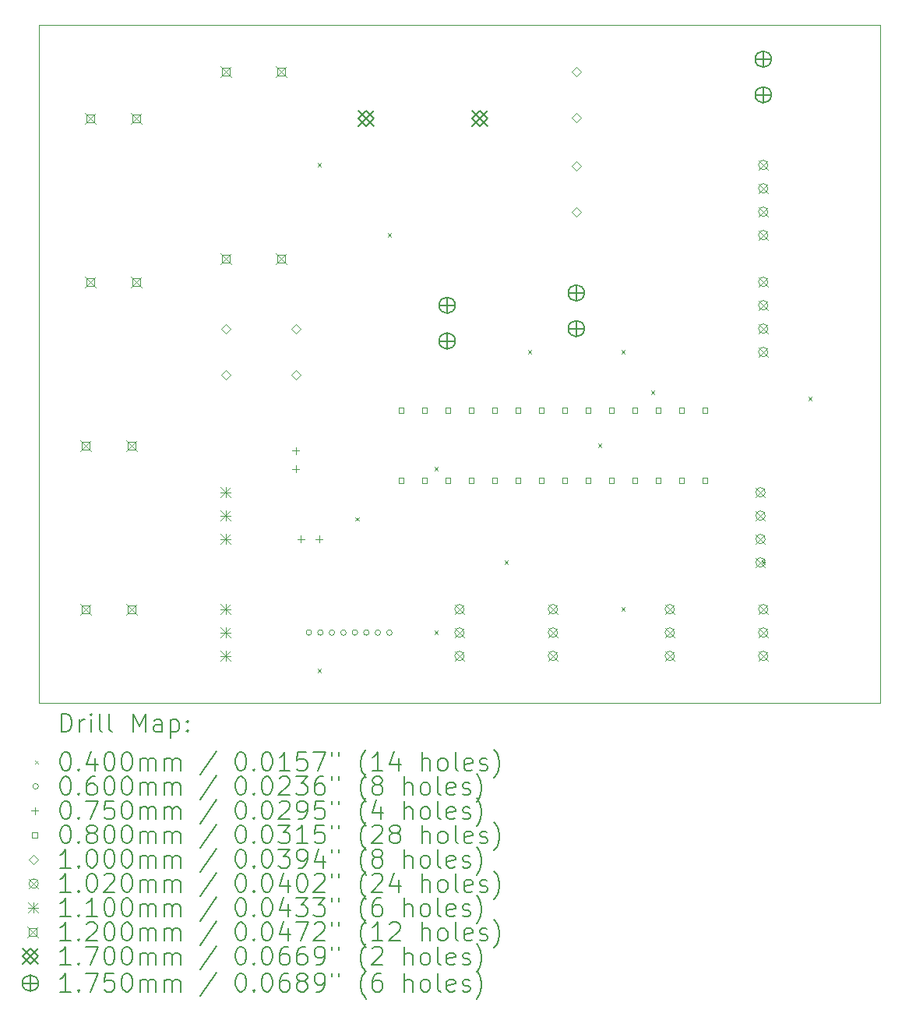
<source format=gbr>
%TF.GenerationSoftware,KiCad,Pcbnew,7.0.2*%
%TF.CreationDate,2023-06-25T21:36:02-03:00*%
%TF.ProjectId,projeto_final,70726f6a-6574-46f5-9f66-696e616c2e6b,rev?*%
%TF.SameCoordinates,Original*%
%TF.FileFunction,Drillmap*%
%TF.FilePolarity,Positive*%
%FSLAX45Y45*%
G04 Gerber Fmt 4.5, Leading zero omitted, Abs format (unit mm)*
G04 Created by KiCad (PCBNEW 7.0.2) date 2023-06-25 21:36:02*
%MOMM*%
%LPD*%
G01*
G04 APERTURE LIST*
%ADD10C,0.100000*%
%ADD11C,0.200000*%
%ADD12C,0.040000*%
%ADD13C,0.060000*%
%ADD14C,0.075000*%
%ADD15C,0.080000*%
%ADD16C,0.102000*%
%ADD17C,0.110000*%
%ADD18C,0.120000*%
%ADD19C,0.170000*%
%ADD20C,0.175000*%
G04 APERTURE END LIST*
D10*
X9144000Y-3048000D02*
X18288000Y-3048000D01*
X18288000Y-10414000D01*
X9144000Y-10414000D01*
X9144000Y-3048000D01*
D11*
D12*
X12172000Y-4552000D02*
X12212000Y-4592000D01*
X12212000Y-4552000D02*
X12172000Y-4592000D01*
X12172000Y-10045050D02*
X12212000Y-10085050D01*
X12212000Y-10045050D02*
X12172000Y-10085050D01*
X12585050Y-8399279D02*
X12625050Y-8439279D01*
X12625050Y-8399279D02*
X12585050Y-8439279D01*
X12934000Y-5314000D02*
X12974000Y-5354000D01*
X12974000Y-5314000D02*
X12934000Y-5354000D01*
X13442000Y-7854000D02*
X13482000Y-7894000D01*
X13482000Y-7854000D02*
X13442000Y-7894000D01*
X13442000Y-9632000D02*
X13482000Y-9672000D01*
X13482000Y-9632000D02*
X13442000Y-9672000D01*
X14204000Y-8870000D02*
X14244000Y-8910000D01*
X14244000Y-8870000D02*
X14204000Y-8910000D01*
X14458000Y-6584000D02*
X14498000Y-6624000D01*
X14498000Y-6584000D02*
X14458000Y-6624000D01*
X15220000Y-7600000D02*
X15260000Y-7640000D01*
X15260000Y-7600000D02*
X15220000Y-7640000D01*
X15474000Y-6584000D02*
X15514000Y-6624000D01*
X15514000Y-6584000D02*
X15474000Y-6624000D01*
X15474000Y-9378000D02*
X15514000Y-9418000D01*
X15514000Y-9378000D02*
X15474000Y-9418000D01*
X15796140Y-7023860D02*
X15836140Y-7063860D01*
X15836140Y-7023860D02*
X15796140Y-7063860D01*
X16998000Y-8870000D02*
X17038000Y-8910000D01*
X17038000Y-8870000D02*
X16998000Y-8910000D01*
X17506000Y-7092000D02*
X17546000Y-7132000D01*
X17546000Y-7092000D02*
X17506000Y-7132000D01*
D13*
X12109000Y-9652000D02*
G75*
G03*
X12109000Y-9652000I-30000J0D01*
G01*
X12234000Y-9652000D02*
G75*
G03*
X12234000Y-9652000I-30000J0D01*
G01*
X12359000Y-9652000D02*
G75*
G03*
X12359000Y-9652000I-30000J0D01*
G01*
X12484000Y-9652000D02*
G75*
G03*
X12484000Y-9652000I-30000J0D01*
G01*
X12609000Y-9652000D02*
G75*
G03*
X12609000Y-9652000I-30000J0D01*
G01*
X12734000Y-9652000D02*
G75*
G03*
X12734000Y-9652000I-30000J0D01*
G01*
X12859000Y-9652000D02*
G75*
G03*
X12859000Y-9652000I-30000J0D01*
G01*
X12984000Y-9652000D02*
G75*
G03*
X12984000Y-9652000I-30000J0D01*
G01*
D14*
X11938000Y-7636500D02*
X11938000Y-7711500D01*
X11900500Y-7674000D02*
X11975500Y-7674000D01*
X11938000Y-7836500D02*
X11938000Y-7911500D01*
X11900500Y-7874000D02*
X11975500Y-7874000D01*
X11992000Y-8598500D02*
X11992000Y-8673500D01*
X11954500Y-8636000D02*
X12029500Y-8636000D01*
X12192000Y-8598500D02*
X12192000Y-8673500D01*
X12154500Y-8636000D02*
X12229500Y-8636000D01*
D15*
X13110284Y-7266284D02*
X13110284Y-7209715D01*
X13053715Y-7209715D01*
X13053715Y-7266284D01*
X13110284Y-7266284D01*
X13110284Y-8028284D02*
X13110284Y-7971715D01*
X13053715Y-7971715D01*
X13053715Y-8028284D01*
X13110284Y-8028284D01*
X13364284Y-7266284D02*
X13364284Y-7209715D01*
X13307715Y-7209715D01*
X13307715Y-7266284D01*
X13364284Y-7266284D01*
X13364284Y-8028284D02*
X13364284Y-7971715D01*
X13307715Y-7971715D01*
X13307715Y-8028284D01*
X13364284Y-8028284D01*
X13618284Y-7266284D02*
X13618284Y-7209715D01*
X13561715Y-7209715D01*
X13561715Y-7266284D01*
X13618284Y-7266284D01*
X13618284Y-8028284D02*
X13618284Y-7971715D01*
X13561715Y-7971715D01*
X13561715Y-8028284D01*
X13618284Y-8028284D01*
X13872284Y-7266284D02*
X13872284Y-7209715D01*
X13815715Y-7209715D01*
X13815715Y-7266284D01*
X13872284Y-7266284D01*
X13872284Y-8028284D02*
X13872284Y-7971715D01*
X13815715Y-7971715D01*
X13815715Y-8028284D01*
X13872284Y-8028284D01*
X14126284Y-7266284D02*
X14126284Y-7209715D01*
X14069715Y-7209715D01*
X14069715Y-7266284D01*
X14126284Y-7266284D01*
X14126284Y-8028284D02*
X14126284Y-7971715D01*
X14069715Y-7971715D01*
X14069715Y-8028284D01*
X14126284Y-8028284D01*
X14380284Y-7266284D02*
X14380284Y-7209715D01*
X14323715Y-7209715D01*
X14323715Y-7266284D01*
X14380284Y-7266284D01*
X14380284Y-8028284D02*
X14380284Y-7971715D01*
X14323715Y-7971715D01*
X14323715Y-8028284D01*
X14380284Y-8028284D01*
X14634284Y-7266284D02*
X14634284Y-7209715D01*
X14577715Y-7209715D01*
X14577715Y-7266284D01*
X14634284Y-7266284D01*
X14634284Y-8028284D02*
X14634284Y-7971715D01*
X14577715Y-7971715D01*
X14577715Y-8028284D01*
X14634284Y-8028284D01*
X14888284Y-7266284D02*
X14888284Y-7209715D01*
X14831715Y-7209715D01*
X14831715Y-7266284D01*
X14888284Y-7266284D01*
X14888284Y-8028284D02*
X14888284Y-7971715D01*
X14831715Y-7971715D01*
X14831715Y-8028284D01*
X14888284Y-8028284D01*
X15142284Y-7266284D02*
X15142284Y-7209715D01*
X15085715Y-7209715D01*
X15085715Y-7266284D01*
X15142284Y-7266284D01*
X15142284Y-8028284D02*
X15142284Y-7971715D01*
X15085715Y-7971715D01*
X15085715Y-8028284D01*
X15142284Y-8028284D01*
X15396284Y-7266284D02*
X15396284Y-7209715D01*
X15339715Y-7209715D01*
X15339715Y-7266284D01*
X15396284Y-7266284D01*
X15396284Y-8028284D02*
X15396284Y-7971715D01*
X15339715Y-7971715D01*
X15339715Y-8028284D01*
X15396284Y-8028284D01*
X15650284Y-7266284D02*
X15650284Y-7209715D01*
X15593715Y-7209715D01*
X15593715Y-7266284D01*
X15650284Y-7266284D01*
X15650284Y-8028284D02*
X15650284Y-7971715D01*
X15593715Y-7971715D01*
X15593715Y-8028284D01*
X15650284Y-8028284D01*
X15904284Y-7266284D02*
X15904284Y-7209715D01*
X15847715Y-7209715D01*
X15847715Y-7266284D01*
X15904284Y-7266284D01*
X15904284Y-8028284D02*
X15904284Y-7971715D01*
X15847715Y-7971715D01*
X15847715Y-8028284D01*
X15904284Y-8028284D01*
X16158284Y-7266284D02*
X16158284Y-7209715D01*
X16101715Y-7209715D01*
X16101715Y-7266284D01*
X16158284Y-7266284D01*
X16158284Y-8028284D02*
X16158284Y-7971715D01*
X16101715Y-7971715D01*
X16101715Y-8028284D01*
X16158284Y-8028284D01*
X16412284Y-7266284D02*
X16412284Y-7209715D01*
X16355715Y-7209715D01*
X16355715Y-7266284D01*
X16412284Y-7266284D01*
X16412284Y-8028284D02*
X16412284Y-7971715D01*
X16355715Y-7971715D01*
X16355715Y-8028284D01*
X16412284Y-8028284D01*
D10*
X11176000Y-6400000D02*
X11226000Y-6350000D01*
X11176000Y-6300000D01*
X11126000Y-6350000D01*
X11176000Y-6400000D01*
X11176000Y-6900000D02*
X11226000Y-6850000D01*
X11176000Y-6800000D01*
X11126000Y-6850000D01*
X11176000Y-6900000D01*
X11938000Y-6400000D02*
X11988000Y-6350000D01*
X11938000Y-6300000D01*
X11888000Y-6350000D01*
X11938000Y-6400000D01*
X11938000Y-6900000D02*
X11988000Y-6850000D01*
X11938000Y-6800000D01*
X11888000Y-6850000D01*
X11938000Y-6900000D01*
X14986000Y-3606000D02*
X15036000Y-3556000D01*
X14986000Y-3506000D01*
X14936000Y-3556000D01*
X14986000Y-3606000D01*
X14986000Y-4106000D02*
X15036000Y-4056000D01*
X14986000Y-4006000D01*
X14936000Y-4056000D01*
X14986000Y-4106000D01*
X14986000Y-4630000D02*
X15036000Y-4580000D01*
X14986000Y-4530000D01*
X14936000Y-4580000D01*
X14986000Y-4630000D01*
X14986000Y-5130000D02*
X15036000Y-5080000D01*
X14986000Y-5030000D01*
X14936000Y-5080000D01*
X14986000Y-5130000D01*
D16*
X13665000Y-9347000D02*
X13767000Y-9449000D01*
X13767000Y-9347000D02*
X13665000Y-9449000D01*
X13767000Y-9398000D02*
G75*
G03*
X13767000Y-9398000I-51000J0D01*
G01*
X13665000Y-9601000D02*
X13767000Y-9703000D01*
X13767000Y-9601000D02*
X13665000Y-9703000D01*
X13767000Y-9652000D02*
G75*
G03*
X13767000Y-9652000I-51000J0D01*
G01*
X13665000Y-9855000D02*
X13767000Y-9957000D01*
X13767000Y-9855000D02*
X13665000Y-9957000D01*
X13767000Y-9906000D02*
G75*
G03*
X13767000Y-9906000I-51000J0D01*
G01*
X14681000Y-9347000D02*
X14783000Y-9449000D01*
X14783000Y-9347000D02*
X14681000Y-9449000D01*
X14783000Y-9398000D02*
G75*
G03*
X14783000Y-9398000I-51000J0D01*
G01*
X14681000Y-9601000D02*
X14783000Y-9703000D01*
X14783000Y-9601000D02*
X14681000Y-9703000D01*
X14783000Y-9652000D02*
G75*
G03*
X14783000Y-9652000I-51000J0D01*
G01*
X14681000Y-9855000D02*
X14783000Y-9957000D01*
X14783000Y-9855000D02*
X14681000Y-9957000D01*
X14783000Y-9906000D02*
G75*
G03*
X14783000Y-9906000I-51000J0D01*
G01*
X15951000Y-9347000D02*
X16053000Y-9449000D01*
X16053000Y-9347000D02*
X15951000Y-9449000D01*
X16053000Y-9398000D02*
G75*
G03*
X16053000Y-9398000I-51000J0D01*
G01*
X15951000Y-9601000D02*
X16053000Y-9703000D01*
X16053000Y-9601000D02*
X15951000Y-9703000D01*
X16053000Y-9652000D02*
G75*
G03*
X16053000Y-9652000I-51000J0D01*
G01*
X15951000Y-9855000D02*
X16053000Y-9957000D01*
X16053000Y-9855000D02*
X15951000Y-9957000D01*
X16053000Y-9906000D02*
G75*
G03*
X16053000Y-9906000I-51000J0D01*
G01*
X16937000Y-8077000D02*
X17039000Y-8179000D01*
X17039000Y-8077000D02*
X16937000Y-8179000D01*
X17039000Y-8128000D02*
G75*
G03*
X17039000Y-8128000I-51000J0D01*
G01*
X16937000Y-8331000D02*
X17039000Y-8433000D01*
X17039000Y-8331000D02*
X16937000Y-8433000D01*
X17039000Y-8382000D02*
G75*
G03*
X17039000Y-8382000I-51000J0D01*
G01*
X16937000Y-8585000D02*
X17039000Y-8687000D01*
X17039000Y-8585000D02*
X16937000Y-8687000D01*
X17039000Y-8636000D02*
G75*
G03*
X17039000Y-8636000I-51000J0D01*
G01*
X16937000Y-8839000D02*
X17039000Y-8941000D01*
X17039000Y-8839000D02*
X16937000Y-8941000D01*
X17039000Y-8890000D02*
G75*
G03*
X17039000Y-8890000I-51000J0D01*
G01*
X16967000Y-4521000D02*
X17069000Y-4623000D01*
X17069000Y-4521000D02*
X16967000Y-4623000D01*
X17069000Y-4572000D02*
G75*
G03*
X17069000Y-4572000I-51000J0D01*
G01*
X16967000Y-4775000D02*
X17069000Y-4877000D01*
X17069000Y-4775000D02*
X16967000Y-4877000D01*
X17069000Y-4826000D02*
G75*
G03*
X17069000Y-4826000I-51000J0D01*
G01*
X16967000Y-5029000D02*
X17069000Y-5131000D01*
X17069000Y-5029000D02*
X16967000Y-5131000D01*
X17069000Y-5080000D02*
G75*
G03*
X17069000Y-5080000I-51000J0D01*
G01*
X16967000Y-5283000D02*
X17069000Y-5385000D01*
X17069000Y-5283000D02*
X16967000Y-5385000D01*
X17069000Y-5334000D02*
G75*
G03*
X17069000Y-5334000I-51000J0D01*
G01*
X16967000Y-5791000D02*
X17069000Y-5893000D01*
X17069000Y-5791000D02*
X16967000Y-5893000D01*
X17069000Y-5842000D02*
G75*
G03*
X17069000Y-5842000I-51000J0D01*
G01*
X16967000Y-6045000D02*
X17069000Y-6147000D01*
X17069000Y-6045000D02*
X16967000Y-6147000D01*
X17069000Y-6096000D02*
G75*
G03*
X17069000Y-6096000I-51000J0D01*
G01*
X16967000Y-6299000D02*
X17069000Y-6401000D01*
X17069000Y-6299000D02*
X16967000Y-6401000D01*
X17069000Y-6350000D02*
G75*
G03*
X17069000Y-6350000I-51000J0D01*
G01*
X16967000Y-6553000D02*
X17069000Y-6655000D01*
X17069000Y-6553000D02*
X16967000Y-6655000D01*
X17069000Y-6604000D02*
G75*
G03*
X17069000Y-6604000I-51000J0D01*
G01*
X16967000Y-9347000D02*
X17069000Y-9449000D01*
X17069000Y-9347000D02*
X16967000Y-9449000D01*
X17069000Y-9398000D02*
G75*
G03*
X17069000Y-9398000I-51000J0D01*
G01*
X16967000Y-9601000D02*
X17069000Y-9703000D01*
X17069000Y-9601000D02*
X16967000Y-9703000D01*
X17069000Y-9652000D02*
G75*
G03*
X17069000Y-9652000I-51000J0D01*
G01*
X16967000Y-9855000D02*
X17069000Y-9957000D01*
X17069000Y-9855000D02*
X16967000Y-9957000D01*
X17069000Y-9906000D02*
G75*
G03*
X17069000Y-9906000I-51000J0D01*
G01*
D17*
X11121000Y-8073000D02*
X11231000Y-8183000D01*
X11231000Y-8073000D02*
X11121000Y-8183000D01*
X11176000Y-8073000D02*
X11176000Y-8183000D01*
X11121000Y-8128000D02*
X11231000Y-8128000D01*
X11121000Y-8327000D02*
X11231000Y-8437000D01*
X11231000Y-8327000D02*
X11121000Y-8437000D01*
X11176000Y-8327000D02*
X11176000Y-8437000D01*
X11121000Y-8382000D02*
X11231000Y-8382000D01*
X11121000Y-8581000D02*
X11231000Y-8691000D01*
X11231000Y-8581000D02*
X11121000Y-8691000D01*
X11176000Y-8581000D02*
X11176000Y-8691000D01*
X11121000Y-8636000D02*
X11231000Y-8636000D01*
X11121000Y-9343000D02*
X11231000Y-9453000D01*
X11231000Y-9343000D02*
X11121000Y-9453000D01*
X11176000Y-9343000D02*
X11176000Y-9453000D01*
X11121000Y-9398000D02*
X11231000Y-9398000D01*
X11121000Y-9597000D02*
X11231000Y-9707000D01*
X11231000Y-9597000D02*
X11121000Y-9707000D01*
X11176000Y-9597000D02*
X11176000Y-9707000D01*
X11121000Y-9652000D02*
X11231000Y-9652000D01*
X11121000Y-9851000D02*
X11231000Y-9961000D01*
X11231000Y-9851000D02*
X11121000Y-9961000D01*
X11176000Y-9851000D02*
X11176000Y-9961000D01*
X11121000Y-9906000D02*
X11231000Y-9906000D01*
D18*
X9592000Y-7560000D02*
X9712000Y-7680000D01*
X9712000Y-7560000D02*
X9592000Y-7680000D01*
X9694427Y-7662427D02*
X9694427Y-7577573D01*
X9609573Y-7577573D01*
X9609573Y-7662427D01*
X9694427Y-7662427D01*
X9592000Y-9338000D02*
X9712000Y-9458000D01*
X9712000Y-9338000D02*
X9592000Y-9458000D01*
X9694427Y-9440427D02*
X9694427Y-9355573D01*
X9609573Y-9355573D01*
X9609573Y-9440427D01*
X9694427Y-9440427D01*
X9641208Y-4004000D02*
X9761208Y-4124000D01*
X9761208Y-4004000D02*
X9641208Y-4124000D01*
X9743635Y-4106427D02*
X9743635Y-4021573D01*
X9658781Y-4021573D01*
X9658781Y-4106427D01*
X9743635Y-4106427D01*
X9641208Y-5782000D02*
X9761208Y-5902000D01*
X9761208Y-5782000D02*
X9641208Y-5902000D01*
X9743635Y-5884427D02*
X9743635Y-5799573D01*
X9658781Y-5799573D01*
X9658781Y-5884427D01*
X9743635Y-5884427D01*
X10092000Y-7560000D02*
X10212000Y-7680000D01*
X10212000Y-7560000D02*
X10092000Y-7680000D01*
X10194427Y-7662427D02*
X10194427Y-7577573D01*
X10109573Y-7577573D01*
X10109573Y-7662427D01*
X10194427Y-7662427D01*
X10092000Y-9338000D02*
X10212000Y-9458000D01*
X10212000Y-9338000D02*
X10092000Y-9458000D01*
X10194427Y-9440427D02*
X10194427Y-9355573D01*
X10109573Y-9355573D01*
X10109573Y-9440427D01*
X10194427Y-9440427D01*
X10141208Y-4004000D02*
X10261208Y-4124000D01*
X10261208Y-4004000D02*
X10141208Y-4124000D01*
X10243635Y-4106427D02*
X10243635Y-4021573D01*
X10158781Y-4021573D01*
X10158781Y-4106427D01*
X10243635Y-4106427D01*
X10141208Y-5782000D02*
X10261208Y-5902000D01*
X10261208Y-5782000D02*
X10141208Y-5902000D01*
X10243635Y-5884427D02*
X10243635Y-5799573D01*
X10158781Y-5799573D01*
X10158781Y-5884427D01*
X10243635Y-5884427D01*
X11116000Y-3496000D02*
X11236000Y-3616000D01*
X11236000Y-3496000D02*
X11116000Y-3616000D01*
X11218427Y-3598427D02*
X11218427Y-3513573D01*
X11133573Y-3513573D01*
X11133573Y-3598427D01*
X11218427Y-3598427D01*
X11116000Y-5528000D02*
X11236000Y-5648000D01*
X11236000Y-5528000D02*
X11116000Y-5648000D01*
X11218427Y-5630427D02*
X11218427Y-5545573D01*
X11133573Y-5545573D01*
X11133573Y-5630427D01*
X11218427Y-5630427D01*
X11721000Y-3496000D02*
X11841000Y-3616000D01*
X11841000Y-3496000D02*
X11721000Y-3616000D01*
X11823427Y-3598427D02*
X11823427Y-3513573D01*
X11738573Y-3513573D01*
X11738573Y-3598427D01*
X11823427Y-3598427D01*
X11721000Y-5528000D02*
X11841000Y-5648000D01*
X11841000Y-5528000D02*
X11721000Y-5648000D01*
X11823427Y-5630427D02*
X11823427Y-5545573D01*
X11738573Y-5545573D01*
X11738573Y-5630427D01*
X11823427Y-5630427D01*
D19*
X12615000Y-3979000D02*
X12785000Y-4149000D01*
X12785000Y-3979000D02*
X12615000Y-4149000D01*
X12700000Y-4149000D02*
X12785000Y-4064000D01*
X12700000Y-3979000D01*
X12615000Y-4064000D01*
X12700000Y-4149000D01*
X13849000Y-3979000D02*
X14019000Y-4149000D01*
X14019000Y-3979000D02*
X13849000Y-4149000D01*
X13934000Y-4149000D02*
X14019000Y-4064000D01*
X13934000Y-3979000D01*
X13849000Y-4064000D01*
X13934000Y-4149000D01*
D20*
X13582000Y-6008500D02*
X13582000Y-6183500D01*
X13494500Y-6096000D02*
X13669500Y-6096000D01*
X13669500Y-6096000D02*
G75*
G03*
X13669500Y-6096000I-87500J0D01*
G01*
X13582000Y-6396500D02*
X13582000Y-6571500D01*
X13494500Y-6484000D02*
X13669500Y-6484000D01*
X13669500Y-6484000D02*
G75*
G03*
X13669500Y-6484000I-87500J0D01*
G01*
X14986000Y-5874500D02*
X14986000Y-6049500D01*
X14898500Y-5962000D02*
X15073500Y-5962000D01*
X15073500Y-5962000D02*
G75*
G03*
X15073500Y-5962000I-87500J0D01*
G01*
X14986000Y-6262500D02*
X14986000Y-6437500D01*
X14898500Y-6350000D02*
X15073500Y-6350000D01*
X15073500Y-6350000D02*
G75*
G03*
X15073500Y-6350000I-87500J0D01*
G01*
X17018000Y-3334500D02*
X17018000Y-3509500D01*
X16930500Y-3422000D02*
X17105500Y-3422000D01*
X17105500Y-3422000D02*
G75*
G03*
X17105500Y-3422000I-87500J0D01*
G01*
X17018000Y-3722500D02*
X17018000Y-3897500D01*
X16930500Y-3810000D02*
X17105500Y-3810000D01*
X17105500Y-3810000D02*
G75*
G03*
X17105500Y-3810000I-87500J0D01*
G01*
D11*
X9386619Y-10731524D02*
X9386619Y-10531524D01*
X9386619Y-10531524D02*
X9434238Y-10531524D01*
X9434238Y-10531524D02*
X9462810Y-10541048D01*
X9462810Y-10541048D02*
X9481857Y-10560095D01*
X9481857Y-10560095D02*
X9491381Y-10579143D01*
X9491381Y-10579143D02*
X9500905Y-10617238D01*
X9500905Y-10617238D02*
X9500905Y-10645810D01*
X9500905Y-10645810D02*
X9491381Y-10683905D01*
X9491381Y-10683905D02*
X9481857Y-10702952D01*
X9481857Y-10702952D02*
X9462810Y-10722000D01*
X9462810Y-10722000D02*
X9434238Y-10731524D01*
X9434238Y-10731524D02*
X9386619Y-10731524D01*
X9586619Y-10731524D02*
X9586619Y-10598190D01*
X9586619Y-10636286D02*
X9596143Y-10617238D01*
X9596143Y-10617238D02*
X9605667Y-10607714D01*
X9605667Y-10607714D02*
X9624714Y-10598190D01*
X9624714Y-10598190D02*
X9643762Y-10598190D01*
X9710429Y-10731524D02*
X9710429Y-10598190D01*
X9710429Y-10531524D02*
X9700905Y-10541048D01*
X9700905Y-10541048D02*
X9710429Y-10550571D01*
X9710429Y-10550571D02*
X9719952Y-10541048D01*
X9719952Y-10541048D02*
X9710429Y-10531524D01*
X9710429Y-10531524D02*
X9710429Y-10550571D01*
X9834238Y-10731524D02*
X9815190Y-10722000D01*
X9815190Y-10722000D02*
X9805667Y-10702952D01*
X9805667Y-10702952D02*
X9805667Y-10531524D01*
X9939000Y-10731524D02*
X9919952Y-10722000D01*
X9919952Y-10722000D02*
X9910429Y-10702952D01*
X9910429Y-10702952D02*
X9910429Y-10531524D01*
X10167571Y-10731524D02*
X10167571Y-10531524D01*
X10167571Y-10531524D02*
X10234238Y-10674381D01*
X10234238Y-10674381D02*
X10300905Y-10531524D01*
X10300905Y-10531524D02*
X10300905Y-10731524D01*
X10481857Y-10731524D02*
X10481857Y-10626762D01*
X10481857Y-10626762D02*
X10472333Y-10607714D01*
X10472333Y-10607714D02*
X10453286Y-10598190D01*
X10453286Y-10598190D02*
X10415190Y-10598190D01*
X10415190Y-10598190D02*
X10396143Y-10607714D01*
X10481857Y-10722000D02*
X10462810Y-10731524D01*
X10462810Y-10731524D02*
X10415190Y-10731524D01*
X10415190Y-10731524D02*
X10396143Y-10722000D01*
X10396143Y-10722000D02*
X10386619Y-10702952D01*
X10386619Y-10702952D02*
X10386619Y-10683905D01*
X10386619Y-10683905D02*
X10396143Y-10664857D01*
X10396143Y-10664857D02*
X10415190Y-10655333D01*
X10415190Y-10655333D02*
X10462810Y-10655333D01*
X10462810Y-10655333D02*
X10481857Y-10645810D01*
X10577095Y-10598190D02*
X10577095Y-10798190D01*
X10577095Y-10607714D02*
X10596143Y-10598190D01*
X10596143Y-10598190D02*
X10634238Y-10598190D01*
X10634238Y-10598190D02*
X10653286Y-10607714D01*
X10653286Y-10607714D02*
X10662810Y-10617238D01*
X10662810Y-10617238D02*
X10672333Y-10636286D01*
X10672333Y-10636286D02*
X10672333Y-10693429D01*
X10672333Y-10693429D02*
X10662810Y-10712476D01*
X10662810Y-10712476D02*
X10653286Y-10722000D01*
X10653286Y-10722000D02*
X10634238Y-10731524D01*
X10634238Y-10731524D02*
X10596143Y-10731524D01*
X10596143Y-10731524D02*
X10577095Y-10722000D01*
X10758048Y-10712476D02*
X10767571Y-10722000D01*
X10767571Y-10722000D02*
X10758048Y-10731524D01*
X10758048Y-10731524D02*
X10748524Y-10722000D01*
X10748524Y-10722000D02*
X10758048Y-10712476D01*
X10758048Y-10712476D02*
X10758048Y-10731524D01*
X10758048Y-10607714D02*
X10767571Y-10617238D01*
X10767571Y-10617238D02*
X10758048Y-10626762D01*
X10758048Y-10626762D02*
X10748524Y-10617238D01*
X10748524Y-10617238D02*
X10758048Y-10607714D01*
X10758048Y-10607714D02*
X10758048Y-10626762D01*
D12*
X9099000Y-11039000D02*
X9139000Y-11079000D01*
X9139000Y-11039000D02*
X9099000Y-11079000D01*
D11*
X9424714Y-10951524D02*
X9443762Y-10951524D01*
X9443762Y-10951524D02*
X9462810Y-10961048D01*
X9462810Y-10961048D02*
X9472333Y-10970571D01*
X9472333Y-10970571D02*
X9481857Y-10989619D01*
X9481857Y-10989619D02*
X9491381Y-11027714D01*
X9491381Y-11027714D02*
X9491381Y-11075333D01*
X9491381Y-11075333D02*
X9481857Y-11113429D01*
X9481857Y-11113429D02*
X9472333Y-11132476D01*
X9472333Y-11132476D02*
X9462810Y-11142000D01*
X9462810Y-11142000D02*
X9443762Y-11151524D01*
X9443762Y-11151524D02*
X9424714Y-11151524D01*
X9424714Y-11151524D02*
X9405667Y-11142000D01*
X9405667Y-11142000D02*
X9396143Y-11132476D01*
X9396143Y-11132476D02*
X9386619Y-11113429D01*
X9386619Y-11113429D02*
X9377095Y-11075333D01*
X9377095Y-11075333D02*
X9377095Y-11027714D01*
X9377095Y-11027714D02*
X9386619Y-10989619D01*
X9386619Y-10989619D02*
X9396143Y-10970571D01*
X9396143Y-10970571D02*
X9405667Y-10961048D01*
X9405667Y-10961048D02*
X9424714Y-10951524D01*
X9577095Y-11132476D02*
X9586619Y-11142000D01*
X9586619Y-11142000D02*
X9577095Y-11151524D01*
X9577095Y-11151524D02*
X9567571Y-11142000D01*
X9567571Y-11142000D02*
X9577095Y-11132476D01*
X9577095Y-11132476D02*
X9577095Y-11151524D01*
X9758048Y-11018190D02*
X9758048Y-11151524D01*
X9710429Y-10942000D02*
X9662810Y-11084857D01*
X9662810Y-11084857D02*
X9786619Y-11084857D01*
X9900905Y-10951524D02*
X9919952Y-10951524D01*
X9919952Y-10951524D02*
X9939000Y-10961048D01*
X9939000Y-10961048D02*
X9948524Y-10970571D01*
X9948524Y-10970571D02*
X9958048Y-10989619D01*
X9958048Y-10989619D02*
X9967571Y-11027714D01*
X9967571Y-11027714D02*
X9967571Y-11075333D01*
X9967571Y-11075333D02*
X9958048Y-11113429D01*
X9958048Y-11113429D02*
X9948524Y-11132476D01*
X9948524Y-11132476D02*
X9939000Y-11142000D01*
X9939000Y-11142000D02*
X9919952Y-11151524D01*
X9919952Y-11151524D02*
X9900905Y-11151524D01*
X9900905Y-11151524D02*
X9881857Y-11142000D01*
X9881857Y-11142000D02*
X9872333Y-11132476D01*
X9872333Y-11132476D02*
X9862810Y-11113429D01*
X9862810Y-11113429D02*
X9853286Y-11075333D01*
X9853286Y-11075333D02*
X9853286Y-11027714D01*
X9853286Y-11027714D02*
X9862810Y-10989619D01*
X9862810Y-10989619D02*
X9872333Y-10970571D01*
X9872333Y-10970571D02*
X9881857Y-10961048D01*
X9881857Y-10961048D02*
X9900905Y-10951524D01*
X10091381Y-10951524D02*
X10110429Y-10951524D01*
X10110429Y-10951524D02*
X10129476Y-10961048D01*
X10129476Y-10961048D02*
X10139000Y-10970571D01*
X10139000Y-10970571D02*
X10148524Y-10989619D01*
X10148524Y-10989619D02*
X10158048Y-11027714D01*
X10158048Y-11027714D02*
X10158048Y-11075333D01*
X10158048Y-11075333D02*
X10148524Y-11113429D01*
X10148524Y-11113429D02*
X10139000Y-11132476D01*
X10139000Y-11132476D02*
X10129476Y-11142000D01*
X10129476Y-11142000D02*
X10110429Y-11151524D01*
X10110429Y-11151524D02*
X10091381Y-11151524D01*
X10091381Y-11151524D02*
X10072333Y-11142000D01*
X10072333Y-11142000D02*
X10062810Y-11132476D01*
X10062810Y-11132476D02*
X10053286Y-11113429D01*
X10053286Y-11113429D02*
X10043762Y-11075333D01*
X10043762Y-11075333D02*
X10043762Y-11027714D01*
X10043762Y-11027714D02*
X10053286Y-10989619D01*
X10053286Y-10989619D02*
X10062810Y-10970571D01*
X10062810Y-10970571D02*
X10072333Y-10961048D01*
X10072333Y-10961048D02*
X10091381Y-10951524D01*
X10243762Y-11151524D02*
X10243762Y-11018190D01*
X10243762Y-11037238D02*
X10253286Y-11027714D01*
X10253286Y-11027714D02*
X10272333Y-11018190D01*
X10272333Y-11018190D02*
X10300905Y-11018190D01*
X10300905Y-11018190D02*
X10319952Y-11027714D01*
X10319952Y-11027714D02*
X10329476Y-11046762D01*
X10329476Y-11046762D02*
X10329476Y-11151524D01*
X10329476Y-11046762D02*
X10339000Y-11027714D01*
X10339000Y-11027714D02*
X10358048Y-11018190D01*
X10358048Y-11018190D02*
X10386619Y-11018190D01*
X10386619Y-11018190D02*
X10405667Y-11027714D01*
X10405667Y-11027714D02*
X10415191Y-11046762D01*
X10415191Y-11046762D02*
X10415191Y-11151524D01*
X10510429Y-11151524D02*
X10510429Y-11018190D01*
X10510429Y-11037238D02*
X10519952Y-11027714D01*
X10519952Y-11027714D02*
X10539000Y-11018190D01*
X10539000Y-11018190D02*
X10567572Y-11018190D01*
X10567572Y-11018190D02*
X10586619Y-11027714D01*
X10586619Y-11027714D02*
X10596143Y-11046762D01*
X10596143Y-11046762D02*
X10596143Y-11151524D01*
X10596143Y-11046762D02*
X10605667Y-11027714D01*
X10605667Y-11027714D02*
X10624714Y-11018190D01*
X10624714Y-11018190D02*
X10653286Y-11018190D01*
X10653286Y-11018190D02*
X10672333Y-11027714D01*
X10672333Y-11027714D02*
X10681857Y-11046762D01*
X10681857Y-11046762D02*
X10681857Y-11151524D01*
X11072333Y-10942000D02*
X10900905Y-11199143D01*
X11329476Y-10951524D02*
X11348524Y-10951524D01*
X11348524Y-10951524D02*
X11367572Y-10961048D01*
X11367572Y-10961048D02*
X11377095Y-10970571D01*
X11377095Y-10970571D02*
X11386619Y-10989619D01*
X11386619Y-10989619D02*
X11396143Y-11027714D01*
X11396143Y-11027714D02*
X11396143Y-11075333D01*
X11396143Y-11075333D02*
X11386619Y-11113429D01*
X11386619Y-11113429D02*
X11377095Y-11132476D01*
X11377095Y-11132476D02*
X11367572Y-11142000D01*
X11367572Y-11142000D02*
X11348524Y-11151524D01*
X11348524Y-11151524D02*
X11329476Y-11151524D01*
X11329476Y-11151524D02*
X11310429Y-11142000D01*
X11310429Y-11142000D02*
X11300905Y-11132476D01*
X11300905Y-11132476D02*
X11291381Y-11113429D01*
X11291381Y-11113429D02*
X11281857Y-11075333D01*
X11281857Y-11075333D02*
X11281857Y-11027714D01*
X11281857Y-11027714D02*
X11291381Y-10989619D01*
X11291381Y-10989619D02*
X11300905Y-10970571D01*
X11300905Y-10970571D02*
X11310429Y-10961048D01*
X11310429Y-10961048D02*
X11329476Y-10951524D01*
X11481857Y-11132476D02*
X11491381Y-11142000D01*
X11491381Y-11142000D02*
X11481857Y-11151524D01*
X11481857Y-11151524D02*
X11472333Y-11142000D01*
X11472333Y-11142000D02*
X11481857Y-11132476D01*
X11481857Y-11132476D02*
X11481857Y-11151524D01*
X11615191Y-10951524D02*
X11634238Y-10951524D01*
X11634238Y-10951524D02*
X11653286Y-10961048D01*
X11653286Y-10961048D02*
X11662810Y-10970571D01*
X11662810Y-10970571D02*
X11672333Y-10989619D01*
X11672333Y-10989619D02*
X11681857Y-11027714D01*
X11681857Y-11027714D02*
X11681857Y-11075333D01*
X11681857Y-11075333D02*
X11672333Y-11113429D01*
X11672333Y-11113429D02*
X11662810Y-11132476D01*
X11662810Y-11132476D02*
X11653286Y-11142000D01*
X11653286Y-11142000D02*
X11634238Y-11151524D01*
X11634238Y-11151524D02*
X11615191Y-11151524D01*
X11615191Y-11151524D02*
X11596143Y-11142000D01*
X11596143Y-11142000D02*
X11586619Y-11132476D01*
X11586619Y-11132476D02*
X11577095Y-11113429D01*
X11577095Y-11113429D02*
X11567572Y-11075333D01*
X11567572Y-11075333D02*
X11567572Y-11027714D01*
X11567572Y-11027714D02*
X11577095Y-10989619D01*
X11577095Y-10989619D02*
X11586619Y-10970571D01*
X11586619Y-10970571D02*
X11596143Y-10961048D01*
X11596143Y-10961048D02*
X11615191Y-10951524D01*
X11872333Y-11151524D02*
X11758048Y-11151524D01*
X11815191Y-11151524D02*
X11815191Y-10951524D01*
X11815191Y-10951524D02*
X11796143Y-10980095D01*
X11796143Y-10980095D02*
X11777095Y-10999143D01*
X11777095Y-10999143D02*
X11758048Y-11008667D01*
X12053286Y-10951524D02*
X11958048Y-10951524D01*
X11958048Y-10951524D02*
X11948524Y-11046762D01*
X11948524Y-11046762D02*
X11958048Y-11037238D01*
X11958048Y-11037238D02*
X11977095Y-11027714D01*
X11977095Y-11027714D02*
X12024714Y-11027714D01*
X12024714Y-11027714D02*
X12043762Y-11037238D01*
X12043762Y-11037238D02*
X12053286Y-11046762D01*
X12053286Y-11046762D02*
X12062810Y-11065810D01*
X12062810Y-11065810D02*
X12062810Y-11113429D01*
X12062810Y-11113429D02*
X12053286Y-11132476D01*
X12053286Y-11132476D02*
X12043762Y-11142000D01*
X12043762Y-11142000D02*
X12024714Y-11151524D01*
X12024714Y-11151524D02*
X11977095Y-11151524D01*
X11977095Y-11151524D02*
X11958048Y-11142000D01*
X11958048Y-11142000D02*
X11948524Y-11132476D01*
X12129476Y-10951524D02*
X12262810Y-10951524D01*
X12262810Y-10951524D02*
X12177095Y-11151524D01*
X12329476Y-10951524D02*
X12329476Y-10989619D01*
X12405667Y-10951524D02*
X12405667Y-10989619D01*
X12700905Y-11227714D02*
X12691381Y-11218190D01*
X12691381Y-11218190D02*
X12672334Y-11189619D01*
X12672334Y-11189619D02*
X12662810Y-11170571D01*
X12662810Y-11170571D02*
X12653286Y-11142000D01*
X12653286Y-11142000D02*
X12643762Y-11094381D01*
X12643762Y-11094381D02*
X12643762Y-11056286D01*
X12643762Y-11056286D02*
X12653286Y-11008667D01*
X12653286Y-11008667D02*
X12662810Y-10980095D01*
X12662810Y-10980095D02*
X12672334Y-10961048D01*
X12672334Y-10961048D02*
X12691381Y-10932476D01*
X12691381Y-10932476D02*
X12700905Y-10922952D01*
X12881857Y-11151524D02*
X12767572Y-11151524D01*
X12824714Y-11151524D02*
X12824714Y-10951524D01*
X12824714Y-10951524D02*
X12805667Y-10980095D01*
X12805667Y-10980095D02*
X12786619Y-10999143D01*
X12786619Y-10999143D02*
X12767572Y-11008667D01*
X13053286Y-11018190D02*
X13053286Y-11151524D01*
X13005667Y-10942000D02*
X12958048Y-11084857D01*
X12958048Y-11084857D02*
X13081857Y-11084857D01*
X13310429Y-11151524D02*
X13310429Y-10951524D01*
X13396143Y-11151524D02*
X13396143Y-11046762D01*
X13396143Y-11046762D02*
X13386619Y-11027714D01*
X13386619Y-11027714D02*
X13367572Y-11018190D01*
X13367572Y-11018190D02*
X13339000Y-11018190D01*
X13339000Y-11018190D02*
X13319953Y-11027714D01*
X13319953Y-11027714D02*
X13310429Y-11037238D01*
X13519953Y-11151524D02*
X13500905Y-11142000D01*
X13500905Y-11142000D02*
X13491381Y-11132476D01*
X13491381Y-11132476D02*
X13481857Y-11113429D01*
X13481857Y-11113429D02*
X13481857Y-11056286D01*
X13481857Y-11056286D02*
X13491381Y-11037238D01*
X13491381Y-11037238D02*
X13500905Y-11027714D01*
X13500905Y-11027714D02*
X13519953Y-11018190D01*
X13519953Y-11018190D02*
X13548524Y-11018190D01*
X13548524Y-11018190D02*
X13567572Y-11027714D01*
X13567572Y-11027714D02*
X13577096Y-11037238D01*
X13577096Y-11037238D02*
X13586619Y-11056286D01*
X13586619Y-11056286D02*
X13586619Y-11113429D01*
X13586619Y-11113429D02*
X13577096Y-11132476D01*
X13577096Y-11132476D02*
X13567572Y-11142000D01*
X13567572Y-11142000D02*
X13548524Y-11151524D01*
X13548524Y-11151524D02*
X13519953Y-11151524D01*
X13700905Y-11151524D02*
X13681857Y-11142000D01*
X13681857Y-11142000D02*
X13672334Y-11122952D01*
X13672334Y-11122952D02*
X13672334Y-10951524D01*
X13853286Y-11142000D02*
X13834238Y-11151524D01*
X13834238Y-11151524D02*
X13796143Y-11151524D01*
X13796143Y-11151524D02*
X13777096Y-11142000D01*
X13777096Y-11142000D02*
X13767572Y-11122952D01*
X13767572Y-11122952D02*
X13767572Y-11046762D01*
X13767572Y-11046762D02*
X13777096Y-11027714D01*
X13777096Y-11027714D02*
X13796143Y-11018190D01*
X13796143Y-11018190D02*
X13834238Y-11018190D01*
X13834238Y-11018190D02*
X13853286Y-11027714D01*
X13853286Y-11027714D02*
X13862810Y-11046762D01*
X13862810Y-11046762D02*
X13862810Y-11065810D01*
X13862810Y-11065810D02*
X13767572Y-11084857D01*
X13939000Y-11142000D02*
X13958048Y-11151524D01*
X13958048Y-11151524D02*
X13996143Y-11151524D01*
X13996143Y-11151524D02*
X14015191Y-11142000D01*
X14015191Y-11142000D02*
X14024715Y-11122952D01*
X14024715Y-11122952D02*
X14024715Y-11113429D01*
X14024715Y-11113429D02*
X14015191Y-11094381D01*
X14015191Y-11094381D02*
X13996143Y-11084857D01*
X13996143Y-11084857D02*
X13967572Y-11084857D01*
X13967572Y-11084857D02*
X13948524Y-11075333D01*
X13948524Y-11075333D02*
X13939000Y-11056286D01*
X13939000Y-11056286D02*
X13939000Y-11046762D01*
X13939000Y-11046762D02*
X13948524Y-11027714D01*
X13948524Y-11027714D02*
X13967572Y-11018190D01*
X13967572Y-11018190D02*
X13996143Y-11018190D01*
X13996143Y-11018190D02*
X14015191Y-11027714D01*
X14091381Y-11227714D02*
X14100905Y-11218190D01*
X14100905Y-11218190D02*
X14119953Y-11189619D01*
X14119953Y-11189619D02*
X14129477Y-11170571D01*
X14129477Y-11170571D02*
X14139000Y-11142000D01*
X14139000Y-11142000D02*
X14148524Y-11094381D01*
X14148524Y-11094381D02*
X14148524Y-11056286D01*
X14148524Y-11056286D02*
X14139000Y-11008667D01*
X14139000Y-11008667D02*
X14129477Y-10980095D01*
X14129477Y-10980095D02*
X14119953Y-10961048D01*
X14119953Y-10961048D02*
X14100905Y-10932476D01*
X14100905Y-10932476D02*
X14091381Y-10922952D01*
D13*
X9139000Y-11323000D02*
G75*
G03*
X9139000Y-11323000I-30000J0D01*
G01*
D11*
X9424714Y-11215524D02*
X9443762Y-11215524D01*
X9443762Y-11215524D02*
X9462810Y-11225048D01*
X9462810Y-11225048D02*
X9472333Y-11234571D01*
X9472333Y-11234571D02*
X9481857Y-11253619D01*
X9481857Y-11253619D02*
X9491381Y-11291714D01*
X9491381Y-11291714D02*
X9491381Y-11339333D01*
X9491381Y-11339333D02*
X9481857Y-11377428D01*
X9481857Y-11377428D02*
X9472333Y-11396476D01*
X9472333Y-11396476D02*
X9462810Y-11406000D01*
X9462810Y-11406000D02*
X9443762Y-11415524D01*
X9443762Y-11415524D02*
X9424714Y-11415524D01*
X9424714Y-11415524D02*
X9405667Y-11406000D01*
X9405667Y-11406000D02*
X9396143Y-11396476D01*
X9396143Y-11396476D02*
X9386619Y-11377428D01*
X9386619Y-11377428D02*
X9377095Y-11339333D01*
X9377095Y-11339333D02*
X9377095Y-11291714D01*
X9377095Y-11291714D02*
X9386619Y-11253619D01*
X9386619Y-11253619D02*
X9396143Y-11234571D01*
X9396143Y-11234571D02*
X9405667Y-11225048D01*
X9405667Y-11225048D02*
X9424714Y-11215524D01*
X9577095Y-11396476D02*
X9586619Y-11406000D01*
X9586619Y-11406000D02*
X9577095Y-11415524D01*
X9577095Y-11415524D02*
X9567571Y-11406000D01*
X9567571Y-11406000D02*
X9577095Y-11396476D01*
X9577095Y-11396476D02*
X9577095Y-11415524D01*
X9758048Y-11215524D02*
X9719952Y-11215524D01*
X9719952Y-11215524D02*
X9700905Y-11225048D01*
X9700905Y-11225048D02*
X9691381Y-11234571D01*
X9691381Y-11234571D02*
X9672333Y-11263143D01*
X9672333Y-11263143D02*
X9662810Y-11301238D01*
X9662810Y-11301238D02*
X9662810Y-11377428D01*
X9662810Y-11377428D02*
X9672333Y-11396476D01*
X9672333Y-11396476D02*
X9681857Y-11406000D01*
X9681857Y-11406000D02*
X9700905Y-11415524D01*
X9700905Y-11415524D02*
X9739000Y-11415524D01*
X9739000Y-11415524D02*
X9758048Y-11406000D01*
X9758048Y-11406000D02*
X9767571Y-11396476D01*
X9767571Y-11396476D02*
X9777095Y-11377428D01*
X9777095Y-11377428D02*
X9777095Y-11329809D01*
X9777095Y-11329809D02*
X9767571Y-11310762D01*
X9767571Y-11310762D02*
X9758048Y-11301238D01*
X9758048Y-11301238D02*
X9739000Y-11291714D01*
X9739000Y-11291714D02*
X9700905Y-11291714D01*
X9700905Y-11291714D02*
X9681857Y-11301238D01*
X9681857Y-11301238D02*
X9672333Y-11310762D01*
X9672333Y-11310762D02*
X9662810Y-11329809D01*
X9900905Y-11215524D02*
X9919952Y-11215524D01*
X9919952Y-11215524D02*
X9939000Y-11225048D01*
X9939000Y-11225048D02*
X9948524Y-11234571D01*
X9948524Y-11234571D02*
X9958048Y-11253619D01*
X9958048Y-11253619D02*
X9967571Y-11291714D01*
X9967571Y-11291714D02*
X9967571Y-11339333D01*
X9967571Y-11339333D02*
X9958048Y-11377428D01*
X9958048Y-11377428D02*
X9948524Y-11396476D01*
X9948524Y-11396476D02*
X9939000Y-11406000D01*
X9939000Y-11406000D02*
X9919952Y-11415524D01*
X9919952Y-11415524D02*
X9900905Y-11415524D01*
X9900905Y-11415524D02*
X9881857Y-11406000D01*
X9881857Y-11406000D02*
X9872333Y-11396476D01*
X9872333Y-11396476D02*
X9862810Y-11377428D01*
X9862810Y-11377428D02*
X9853286Y-11339333D01*
X9853286Y-11339333D02*
X9853286Y-11291714D01*
X9853286Y-11291714D02*
X9862810Y-11253619D01*
X9862810Y-11253619D02*
X9872333Y-11234571D01*
X9872333Y-11234571D02*
X9881857Y-11225048D01*
X9881857Y-11225048D02*
X9900905Y-11215524D01*
X10091381Y-11215524D02*
X10110429Y-11215524D01*
X10110429Y-11215524D02*
X10129476Y-11225048D01*
X10129476Y-11225048D02*
X10139000Y-11234571D01*
X10139000Y-11234571D02*
X10148524Y-11253619D01*
X10148524Y-11253619D02*
X10158048Y-11291714D01*
X10158048Y-11291714D02*
X10158048Y-11339333D01*
X10158048Y-11339333D02*
X10148524Y-11377428D01*
X10148524Y-11377428D02*
X10139000Y-11396476D01*
X10139000Y-11396476D02*
X10129476Y-11406000D01*
X10129476Y-11406000D02*
X10110429Y-11415524D01*
X10110429Y-11415524D02*
X10091381Y-11415524D01*
X10091381Y-11415524D02*
X10072333Y-11406000D01*
X10072333Y-11406000D02*
X10062810Y-11396476D01*
X10062810Y-11396476D02*
X10053286Y-11377428D01*
X10053286Y-11377428D02*
X10043762Y-11339333D01*
X10043762Y-11339333D02*
X10043762Y-11291714D01*
X10043762Y-11291714D02*
X10053286Y-11253619D01*
X10053286Y-11253619D02*
X10062810Y-11234571D01*
X10062810Y-11234571D02*
X10072333Y-11225048D01*
X10072333Y-11225048D02*
X10091381Y-11215524D01*
X10243762Y-11415524D02*
X10243762Y-11282190D01*
X10243762Y-11301238D02*
X10253286Y-11291714D01*
X10253286Y-11291714D02*
X10272333Y-11282190D01*
X10272333Y-11282190D02*
X10300905Y-11282190D01*
X10300905Y-11282190D02*
X10319952Y-11291714D01*
X10319952Y-11291714D02*
X10329476Y-11310762D01*
X10329476Y-11310762D02*
X10329476Y-11415524D01*
X10329476Y-11310762D02*
X10339000Y-11291714D01*
X10339000Y-11291714D02*
X10358048Y-11282190D01*
X10358048Y-11282190D02*
X10386619Y-11282190D01*
X10386619Y-11282190D02*
X10405667Y-11291714D01*
X10405667Y-11291714D02*
X10415191Y-11310762D01*
X10415191Y-11310762D02*
X10415191Y-11415524D01*
X10510429Y-11415524D02*
X10510429Y-11282190D01*
X10510429Y-11301238D02*
X10519952Y-11291714D01*
X10519952Y-11291714D02*
X10539000Y-11282190D01*
X10539000Y-11282190D02*
X10567572Y-11282190D01*
X10567572Y-11282190D02*
X10586619Y-11291714D01*
X10586619Y-11291714D02*
X10596143Y-11310762D01*
X10596143Y-11310762D02*
X10596143Y-11415524D01*
X10596143Y-11310762D02*
X10605667Y-11291714D01*
X10605667Y-11291714D02*
X10624714Y-11282190D01*
X10624714Y-11282190D02*
X10653286Y-11282190D01*
X10653286Y-11282190D02*
X10672333Y-11291714D01*
X10672333Y-11291714D02*
X10681857Y-11310762D01*
X10681857Y-11310762D02*
X10681857Y-11415524D01*
X11072333Y-11206000D02*
X10900905Y-11463143D01*
X11329476Y-11215524D02*
X11348524Y-11215524D01*
X11348524Y-11215524D02*
X11367572Y-11225048D01*
X11367572Y-11225048D02*
X11377095Y-11234571D01*
X11377095Y-11234571D02*
X11386619Y-11253619D01*
X11386619Y-11253619D02*
X11396143Y-11291714D01*
X11396143Y-11291714D02*
X11396143Y-11339333D01*
X11396143Y-11339333D02*
X11386619Y-11377428D01*
X11386619Y-11377428D02*
X11377095Y-11396476D01*
X11377095Y-11396476D02*
X11367572Y-11406000D01*
X11367572Y-11406000D02*
X11348524Y-11415524D01*
X11348524Y-11415524D02*
X11329476Y-11415524D01*
X11329476Y-11415524D02*
X11310429Y-11406000D01*
X11310429Y-11406000D02*
X11300905Y-11396476D01*
X11300905Y-11396476D02*
X11291381Y-11377428D01*
X11291381Y-11377428D02*
X11281857Y-11339333D01*
X11281857Y-11339333D02*
X11281857Y-11291714D01*
X11281857Y-11291714D02*
X11291381Y-11253619D01*
X11291381Y-11253619D02*
X11300905Y-11234571D01*
X11300905Y-11234571D02*
X11310429Y-11225048D01*
X11310429Y-11225048D02*
X11329476Y-11215524D01*
X11481857Y-11396476D02*
X11491381Y-11406000D01*
X11491381Y-11406000D02*
X11481857Y-11415524D01*
X11481857Y-11415524D02*
X11472333Y-11406000D01*
X11472333Y-11406000D02*
X11481857Y-11396476D01*
X11481857Y-11396476D02*
X11481857Y-11415524D01*
X11615191Y-11215524D02*
X11634238Y-11215524D01*
X11634238Y-11215524D02*
X11653286Y-11225048D01*
X11653286Y-11225048D02*
X11662810Y-11234571D01*
X11662810Y-11234571D02*
X11672333Y-11253619D01*
X11672333Y-11253619D02*
X11681857Y-11291714D01*
X11681857Y-11291714D02*
X11681857Y-11339333D01*
X11681857Y-11339333D02*
X11672333Y-11377428D01*
X11672333Y-11377428D02*
X11662810Y-11396476D01*
X11662810Y-11396476D02*
X11653286Y-11406000D01*
X11653286Y-11406000D02*
X11634238Y-11415524D01*
X11634238Y-11415524D02*
X11615191Y-11415524D01*
X11615191Y-11415524D02*
X11596143Y-11406000D01*
X11596143Y-11406000D02*
X11586619Y-11396476D01*
X11586619Y-11396476D02*
X11577095Y-11377428D01*
X11577095Y-11377428D02*
X11567572Y-11339333D01*
X11567572Y-11339333D02*
X11567572Y-11291714D01*
X11567572Y-11291714D02*
X11577095Y-11253619D01*
X11577095Y-11253619D02*
X11586619Y-11234571D01*
X11586619Y-11234571D02*
X11596143Y-11225048D01*
X11596143Y-11225048D02*
X11615191Y-11215524D01*
X11758048Y-11234571D02*
X11767572Y-11225048D01*
X11767572Y-11225048D02*
X11786619Y-11215524D01*
X11786619Y-11215524D02*
X11834238Y-11215524D01*
X11834238Y-11215524D02*
X11853286Y-11225048D01*
X11853286Y-11225048D02*
X11862810Y-11234571D01*
X11862810Y-11234571D02*
X11872333Y-11253619D01*
X11872333Y-11253619D02*
X11872333Y-11272667D01*
X11872333Y-11272667D02*
X11862810Y-11301238D01*
X11862810Y-11301238D02*
X11748524Y-11415524D01*
X11748524Y-11415524D02*
X11872333Y-11415524D01*
X11939000Y-11215524D02*
X12062810Y-11215524D01*
X12062810Y-11215524D02*
X11996143Y-11291714D01*
X11996143Y-11291714D02*
X12024714Y-11291714D01*
X12024714Y-11291714D02*
X12043762Y-11301238D01*
X12043762Y-11301238D02*
X12053286Y-11310762D01*
X12053286Y-11310762D02*
X12062810Y-11329809D01*
X12062810Y-11329809D02*
X12062810Y-11377428D01*
X12062810Y-11377428D02*
X12053286Y-11396476D01*
X12053286Y-11396476D02*
X12043762Y-11406000D01*
X12043762Y-11406000D02*
X12024714Y-11415524D01*
X12024714Y-11415524D02*
X11967572Y-11415524D01*
X11967572Y-11415524D02*
X11948524Y-11406000D01*
X11948524Y-11406000D02*
X11939000Y-11396476D01*
X12234238Y-11215524D02*
X12196143Y-11215524D01*
X12196143Y-11215524D02*
X12177095Y-11225048D01*
X12177095Y-11225048D02*
X12167572Y-11234571D01*
X12167572Y-11234571D02*
X12148524Y-11263143D01*
X12148524Y-11263143D02*
X12139000Y-11301238D01*
X12139000Y-11301238D02*
X12139000Y-11377428D01*
X12139000Y-11377428D02*
X12148524Y-11396476D01*
X12148524Y-11396476D02*
X12158048Y-11406000D01*
X12158048Y-11406000D02*
X12177095Y-11415524D01*
X12177095Y-11415524D02*
X12215191Y-11415524D01*
X12215191Y-11415524D02*
X12234238Y-11406000D01*
X12234238Y-11406000D02*
X12243762Y-11396476D01*
X12243762Y-11396476D02*
X12253286Y-11377428D01*
X12253286Y-11377428D02*
X12253286Y-11329809D01*
X12253286Y-11329809D02*
X12243762Y-11310762D01*
X12243762Y-11310762D02*
X12234238Y-11301238D01*
X12234238Y-11301238D02*
X12215191Y-11291714D01*
X12215191Y-11291714D02*
X12177095Y-11291714D01*
X12177095Y-11291714D02*
X12158048Y-11301238D01*
X12158048Y-11301238D02*
X12148524Y-11310762D01*
X12148524Y-11310762D02*
X12139000Y-11329809D01*
X12329476Y-11215524D02*
X12329476Y-11253619D01*
X12405667Y-11215524D02*
X12405667Y-11253619D01*
X12700905Y-11491714D02*
X12691381Y-11482190D01*
X12691381Y-11482190D02*
X12672334Y-11453619D01*
X12672334Y-11453619D02*
X12662810Y-11434571D01*
X12662810Y-11434571D02*
X12653286Y-11406000D01*
X12653286Y-11406000D02*
X12643762Y-11358381D01*
X12643762Y-11358381D02*
X12643762Y-11320286D01*
X12643762Y-11320286D02*
X12653286Y-11272667D01*
X12653286Y-11272667D02*
X12662810Y-11244095D01*
X12662810Y-11244095D02*
X12672334Y-11225048D01*
X12672334Y-11225048D02*
X12691381Y-11196476D01*
X12691381Y-11196476D02*
X12700905Y-11186952D01*
X12805667Y-11301238D02*
X12786619Y-11291714D01*
X12786619Y-11291714D02*
X12777095Y-11282190D01*
X12777095Y-11282190D02*
X12767572Y-11263143D01*
X12767572Y-11263143D02*
X12767572Y-11253619D01*
X12767572Y-11253619D02*
X12777095Y-11234571D01*
X12777095Y-11234571D02*
X12786619Y-11225048D01*
X12786619Y-11225048D02*
X12805667Y-11215524D01*
X12805667Y-11215524D02*
X12843762Y-11215524D01*
X12843762Y-11215524D02*
X12862810Y-11225048D01*
X12862810Y-11225048D02*
X12872334Y-11234571D01*
X12872334Y-11234571D02*
X12881857Y-11253619D01*
X12881857Y-11253619D02*
X12881857Y-11263143D01*
X12881857Y-11263143D02*
X12872334Y-11282190D01*
X12872334Y-11282190D02*
X12862810Y-11291714D01*
X12862810Y-11291714D02*
X12843762Y-11301238D01*
X12843762Y-11301238D02*
X12805667Y-11301238D01*
X12805667Y-11301238D02*
X12786619Y-11310762D01*
X12786619Y-11310762D02*
X12777095Y-11320286D01*
X12777095Y-11320286D02*
X12767572Y-11339333D01*
X12767572Y-11339333D02*
X12767572Y-11377428D01*
X12767572Y-11377428D02*
X12777095Y-11396476D01*
X12777095Y-11396476D02*
X12786619Y-11406000D01*
X12786619Y-11406000D02*
X12805667Y-11415524D01*
X12805667Y-11415524D02*
X12843762Y-11415524D01*
X12843762Y-11415524D02*
X12862810Y-11406000D01*
X12862810Y-11406000D02*
X12872334Y-11396476D01*
X12872334Y-11396476D02*
X12881857Y-11377428D01*
X12881857Y-11377428D02*
X12881857Y-11339333D01*
X12881857Y-11339333D02*
X12872334Y-11320286D01*
X12872334Y-11320286D02*
X12862810Y-11310762D01*
X12862810Y-11310762D02*
X12843762Y-11301238D01*
X13119953Y-11415524D02*
X13119953Y-11215524D01*
X13205667Y-11415524D02*
X13205667Y-11310762D01*
X13205667Y-11310762D02*
X13196143Y-11291714D01*
X13196143Y-11291714D02*
X13177096Y-11282190D01*
X13177096Y-11282190D02*
X13148524Y-11282190D01*
X13148524Y-11282190D02*
X13129476Y-11291714D01*
X13129476Y-11291714D02*
X13119953Y-11301238D01*
X13329476Y-11415524D02*
X13310429Y-11406000D01*
X13310429Y-11406000D02*
X13300905Y-11396476D01*
X13300905Y-11396476D02*
X13291381Y-11377428D01*
X13291381Y-11377428D02*
X13291381Y-11320286D01*
X13291381Y-11320286D02*
X13300905Y-11301238D01*
X13300905Y-11301238D02*
X13310429Y-11291714D01*
X13310429Y-11291714D02*
X13329476Y-11282190D01*
X13329476Y-11282190D02*
X13358048Y-11282190D01*
X13358048Y-11282190D02*
X13377096Y-11291714D01*
X13377096Y-11291714D02*
X13386619Y-11301238D01*
X13386619Y-11301238D02*
X13396143Y-11320286D01*
X13396143Y-11320286D02*
X13396143Y-11377428D01*
X13396143Y-11377428D02*
X13386619Y-11396476D01*
X13386619Y-11396476D02*
X13377096Y-11406000D01*
X13377096Y-11406000D02*
X13358048Y-11415524D01*
X13358048Y-11415524D02*
X13329476Y-11415524D01*
X13510429Y-11415524D02*
X13491381Y-11406000D01*
X13491381Y-11406000D02*
X13481857Y-11386952D01*
X13481857Y-11386952D02*
X13481857Y-11215524D01*
X13662810Y-11406000D02*
X13643762Y-11415524D01*
X13643762Y-11415524D02*
X13605667Y-11415524D01*
X13605667Y-11415524D02*
X13586619Y-11406000D01*
X13586619Y-11406000D02*
X13577096Y-11386952D01*
X13577096Y-11386952D02*
X13577096Y-11310762D01*
X13577096Y-11310762D02*
X13586619Y-11291714D01*
X13586619Y-11291714D02*
X13605667Y-11282190D01*
X13605667Y-11282190D02*
X13643762Y-11282190D01*
X13643762Y-11282190D02*
X13662810Y-11291714D01*
X13662810Y-11291714D02*
X13672334Y-11310762D01*
X13672334Y-11310762D02*
X13672334Y-11329809D01*
X13672334Y-11329809D02*
X13577096Y-11348857D01*
X13748524Y-11406000D02*
X13767572Y-11415524D01*
X13767572Y-11415524D02*
X13805667Y-11415524D01*
X13805667Y-11415524D02*
X13824715Y-11406000D01*
X13824715Y-11406000D02*
X13834238Y-11386952D01*
X13834238Y-11386952D02*
X13834238Y-11377428D01*
X13834238Y-11377428D02*
X13824715Y-11358381D01*
X13824715Y-11358381D02*
X13805667Y-11348857D01*
X13805667Y-11348857D02*
X13777096Y-11348857D01*
X13777096Y-11348857D02*
X13758048Y-11339333D01*
X13758048Y-11339333D02*
X13748524Y-11320286D01*
X13748524Y-11320286D02*
X13748524Y-11310762D01*
X13748524Y-11310762D02*
X13758048Y-11291714D01*
X13758048Y-11291714D02*
X13777096Y-11282190D01*
X13777096Y-11282190D02*
X13805667Y-11282190D01*
X13805667Y-11282190D02*
X13824715Y-11291714D01*
X13900905Y-11491714D02*
X13910429Y-11482190D01*
X13910429Y-11482190D02*
X13929477Y-11453619D01*
X13929477Y-11453619D02*
X13939000Y-11434571D01*
X13939000Y-11434571D02*
X13948524Y-11406000D01*
X13948524Y-11406000D02*
X13958048Y-11358381D01*
X13958048Y-11358381D02*
X13958048Y-11320286D01*
X13958048Y-11320286D02*
X13948524Y-11272667D01*
X13948524Y-11272667D02*
X13939000Y-11244095D01*
X13939000Y-11244095D02*
X13929477Y-11225048D01*
X13929477Y-11225048D02*
X13910429Y-11196476D01*
X13910429Y-11196476D02*
X13900905Y-11186952D01*
D14*
X9101500Y-11549500D02*
X9101500Y-11624500D01*
X9064000Y-11587000D02*
X9139000Y-11587000D01*
D11*
X9424714Y-11479524D02*
X9443762Y-11479524D01*
X9443762Y-11479524D02*
X9462810Y-11489048D01*
X9462810Y-11489048D02*
X9472333Y-11498571D01*
X9472333Y-11498571D02*
X9481857Y-11517619D01*
X9481857Y-11517619D02*
X9491381Y-11555714D01*
X9491381Y-11555714D02*
X9491381Y-11603333D01*
X9491381Y-11603333D02*
X9481857Y-11641428D01*
X9481857Y-11641428D02*
X9472333Y-11660476D01*
X9472333Y-11660476D02*
X9462810Y-11670000D01*
X9462810Y-11670000D02*
X9443762Y-11679524D01*
X9443762Y-11679524D02*
X9424714Y-11679524D01*
X9424714Y-11679524D02*
X9405667Y-11670000D01*
X9405667Y-11670000D02*
X9396143Y-11660476D01*
X9396143Y-11660476D02*
X9386619Y-11641428D01*
X9386619Y-11641428D02*
X9377095Y-11603333D01*
X9377095Y-11603333D02*
X9377095Y-11555714D01*
X9377095Y-11555714D02*
X9386619Y-11517619D01*
X9386619Y-11517619D02*
X9396143Y-11498571D01*
X9396143Y-11498571D02*
X9405667Y-11489048D01*
X9405667Y-11489048D02*
X9424714Y-11479524D01*
X9577095Y-11660476D02*
X9586619Y-11670000D01*
X9586619Y-11670000D02*
X9577095Y-11679524D01*
X9577095Y-11679524D02*
X9567571Y-11670000D01*
X9567571Y-11670000D02*
X9577095Y-11660476D01*
X9577095Y-11660476D02*
X9577095Y-11679524D01*
X9653286Y-11479524D02*
X9786619Y-11479524D01*
X9786619Y-11479524D02*
X9700905Y-11679524D01*
X9958048Y-11479524D02*
X9862810Y-11479524D01*
X9862810Y-11479524D02*
X9853286Y-11574762D01*
X9853286Y-11574762D02*
X9862810Y-11565238D01*
X9862810Y-11565238D02*
X9881857Y-11555714D01*
X9881857Y-11555714D02*
X9929476Y-11555714D01*
X9929476Y-11555714D02*
X9948524Y-11565238D01*
X9948524Y-11565238D02*
X9958048Y-11574762D01*
X9958048Y-11574762D02*
X9967571Y-11593809D01*
X9967571Y-11593809D02*
X9967571Y-11641428D01*
X9967571Y-11641428D02*
X9958048Y-11660476D01*
X9958048Y-11660476D02*
X9948524Y-11670000D01*
X9948524Y-11670000D02*
X9929476Y-11679524D01*
X9929476Y-11679524D02*
X9881857Y-11679524D01*
X9881857Y-11679524D02*
X9862810Y-11670000D01*
X9862810Y-11670000D02*
X9853286Y-11660476D01*
X10091381Y-11479524D02*
X10110429Y-11479524D01*
X10110429Y-11479524D02*
X10129476Y-11489048D01*
X10129476Y-11489048D02*
X10139000Y-11498571D01*
X10139000Y-11498571D02*
X10148524Y-11517619D01*
X10148524Y-11517619D02*
X10158048Y-11555714D01*
X10158048Y-11555714D02*
X10158048Y-11603333D01*
X10158048Y-11603333D02*
X10148524Y-11641428D01*
X10148524Y-11641428D02*
X10139000Y-11660476D01*
X10139000Y-11660476D02*
X10129476Y-11670000D01*
X10129476Y-11670000D02*
X10110429Y-11679524D01*
X10110429Y-11679524D02*
X10091381Y-11679524D01*
X10091381Y-11679524D02*
X10072333Y-11670000D01*
X10072333Y-11670000D02*
X10062810Y-11660476D01*
X10062810Y-11660476D02*
X10053286Y-11641428D01*
X10053286Y-11641428D02*
X10043762Y-11603333D01*
X10043762Y-11603333D02*
X10043762Y-11555714D01*
X10043762Y-11555714D02*
X10053286Y-11517619D01*
X10053286Y-11517619D02*
X10062810Y-11498571D01*
X10062810Y-11498571D02*
X10072333Y-11489048D01*
X10072333Y-11489048D02*
X10091381Y-11479524D01*
X10243762Y-11679524D02*
X10243762Y-11546190D01*
X10243762Y-11565238D02*
X10253286Y-11555714D01*
X10253286Y-11555714D02*
X10272333Y-11546190D01*
X10272333Y-11546190D02*
X10300905Y-11546190D01*
X10300905Y-11546190D02*
X10319952Y-11555714D01*
X10319952Y-11555714D02*
X10329476Y-11574762D01*
X10329476Y-11574762D02*
X10329476Y-11679524D01*
X10329476Y-11574762D02*
X10339000Y-11555714D01*
X10339000Y-11555714D02*
X10358048Y-11546190D01*
X10358048Y-11546190D02*
X10386619Y-11546190D01*
X10386619Y-11546190D02*
X10405667Y-11555714D01*
X10405667Y-11555714D02*
X10415191Y-11574762D01*
X10415191Y-11574762D02*
X10415191Y-11679524D01*
X10510429Y-11679524D02*
X10510429Y-11546190D01*
X10510429Y-11565238D02*
X10519952Y-11555714D01*
X10519952Y-11555714D02*
X10539000Y-11546190D01*
X10539000Y-11546190D02*
X10567572Y-11546190D01*
X10567572Y-11546190D02*
X10586619Y-11555714D01*
X10586619Y-11555714D02*
X10596143Y-11574762D01*
X10596143Y-11574762D02*
X10596143Y-11679524D01*
X10596143Y-11574762D02*
X10605667Y-11555714D01*
X10605667Y-11555714D02*
X10624714Y-11546190D01*
X10624714Y-11546190D02*
X10653286Y-11546190D01*
X10653286Y-11546190D02*
X10672333Y-11555714D01*
X10672333Y-11555714D02*
X10681857Y-11574762D01*
X10681857Y-11574762D02*
X10681857Y-11679524D01*
X11072333Y-11470000D02*
X10900905Y-11727143D01*
X11329476Y-11479524D02*
X11348524Y-11479524D01*
X11348524Y-11479524D02*
X11367572Y-11489048D01*
X11367572Y-11489048D02*
X11377095Y-11498571D01*
X11377095Y-11498571D02*
X11386619Y-11517619D01*
X11386619Y-11517619D02*
X11396143Y-11555714D01*
X11396143Y-11555714D02*
X11396143Y-11603333D01*
X11396143Y-11603333D02*
X11386619Y-11641428D01*
X11386619Y-11641428D02*
X11377095Y-11660476D01*
X11377095Y-11660476D02*
X11367572Y-11670000D01*
X11367572Y-11670000D02*
X11348524Y-11679524D01*
X11348524Y-11679524D02*
X11329476Y-11679524D01*
X11329476Y-11679524D02*
X11310429Y-11670000D01*
X11310429Y-11670000D02*
X11300905Y-11660476D01*
X11300905Y-11660476D02*
X11291381Y-11641428D01*
X11291381Y-11641428D02*
X11281857Y-11603333D01*
X11281857Y-11603333D02*
X11281857Y-11555714D01*
X11281857Y-11555714D02*
X11291381Y-11517619D01*
X11291381Y-11517619D02*
X11300905Y-11498571D01*
X11300905Y-11498571D02*
X11310429Y-11489048D01*
X11310429Y-11489048D02*
X11329476Y-11479524D01*
X11481857Y-11660476D02*
X11491381Y-11670000D01*
X11491381Y-11670000D02*
X11481857Y-11679524D01*
X11481857Y-11679524D02*
X11472333Y-11670000D01*
X11472333Y-11670000D02*
X11481857Y-11660476D01*
X11481857Y-11660476D02*
X11481857Y-11679524D01*
X11615191Y-11479524D02*
X11634238Y-11479524D01*
X11634238Y-11479524D02*
X11653286Y-11489048D01*
X11653286Y-11489048D02*
X11662810Y-11498571D01*
X11662810Y-11498571D02*
X11672333Y-11517619D01*
X11672333Y-11517619D02*
X11681857Y-11555714D01*
X11681857Y-11555714D02*
X11681857Y-11603333D01*
X11681857Y-11603333D02*
X11672333Y-11641428D01*
X11672333Y-11641428D02*
X11662810Y-11660476D01*
X11662810Y-11660476D02*
X11653286Y-11670000D01*
X11653286Y-11670000D02*
X11634238Y-11679524D01*
X11634238Y-11679524D02*
X11615191Y-11679524D01*
X11615191Y-11679524D02*
X11596143Y-11670000D01*
X11596143Y-11670000D02*
X11586619Y-11660476D01*
X11586619Y-11660476D02*
X11577095Y-11641428D01*
X11577095Y-11641428D02*
X11567572Y-11603333D01*
X11567572Y-11603333D02*
X11567572Y-11555714D01*
X11567572Y-11555714D02*
X11577095Y-11517619D01*
X11577095Y-11517619D02*
X11586619Y-11498571D01*
X11586619Y-11498571D02*
X11596143Y-11489048D01*
X11596143Y-11489048D02*
X11615191Y-11479524D01*
X11758048Y-11498571D02*
X11767572Y-11489048D01*
X11767572Y-11489048D02*
X11786619Y-11479524D01*
X11786619Y-11479524D02*
X11834238Y-11479524D01*
X11834238Y-11479524D02*
X11853286Y-11489048D01*
X11853286Y-11489048D02*
X11862810Y-11498571D01*
X11862810Y-11498571D02*
X11872333Y-11517619D01*
X11872333Y-11517619D02*
X11872333Y-11536667D01*
X11872333Y-11536667D02*
X11862810Y-11565238D01*
X11862810Y-11565238D02*
X11748524Y-11679524D01*
X11748524Y-11679524D02*
X11872333Y-11679524D01*
X11967572Y-11679524D02*
X12005667Y-11679524D01*
X12005667Y-11679524D02*
X12024714Y-11670000D01*
X12024714Y-11670000D02*
X12034238Y-11660476D01*
X12034238Y-11660476D02*
X12053286Y-11631905D01*
X12053286Y-11631905D02*
X12062810Y-11593809D01*
X12062810Y-11593809D02*
X12062810Y-11517619D01*
X12062810Y-11517619D02*
X12053286Y-11498571D01*
X12053286Y-11498571D02*
X12043762Y-11489048D01*
X12043762Y-11489048D02*
X12024714Y-11479524D01*
X12024714Y-11479524D02*
X11986619Y-11479524D01*
X11986619Y-11479524D02*
X11967572Y-11489048D01*
X11967572Y-11489048D02*
X11958048Y-11498571D01*
X11958048Y-11498571D02*
X11948524Y-11517619D01*
X11948524Y-11517619D02*
X11948524Y-11565238D01*
X11948524Y-11565238D02*
X11958048Y-11584286D01*
X11958048Y-11584286D02*
X11967572Y-11593809D01*
X11967572Y-11593809D02*
X11986619Y-11603333D01*
X11986619Y-11603333D02*
X12024714Y-11603333D01*
X12024714Y-11603333D02*
X12043762Y-11593809D01*
X12043762Y-11593809D02*
X12053286Y-11584286D01*
X12053286Y-11584286D02*
X12062810Y-11565238D01*
X12243762Y-11479524D02*
X12148524Y-11479524D01*
X12148524Y-11479524D02*
X12139000Y-11574762D01*
X12139000Y-11574762D02*
X12148524Y-11565238D01*
X12148524Y-11565238D02*
X12167572Y-11555714D01*
X12167572Y-11555714D02*
X12215191Y-11555714D01*
X12215191Y-11555714D02*
X12234238Y-11565238D01*
X12234238Y-11565238D02*
X12243762Y-11574762D01*
X12243762Y-11574762D02*
X12253286Y-11593809D01*
X12253286Y-11593809D02*
X12253286Y-11641428D01*
X12253286Y-11641428D02*
X12243762Y-11660476D01*
X12243762Y-11660476D02*
X12234238Y-11670000D01*
X12234238Y-11670000D02*
X12215191Y-11679524D01*
X12215191Y-11679524D02*
X12167572Y-11679524D01*
X12167572Y-11679524D02*
X12148524Y-11670000D01*
X12148524Y-11670000D02*
X12139000Y-11660476D01*
X12329476Y-11479524D02*
X12329476Y-11517619D01*
X12405667Y-11479524D02*
X12405667Y-11517619D01*
X12700905Y-11755714D02*
X12691381Y-11746190D01*
X12691381Y-11746190D02*
X12672334Y-11717619D01*
X12672334Y-11717619D02*
X12662810Y-11698571D01*
X12662810Y-11698571D02*
X12653286Y-11670000D01*
X12653286Y-11670000D02*
X12643762Y-11622381D01*
X12643762Y-11622381D02*
X12643762Y-11584286D01*
X12643762Y-11584286D02*
X12653286Y-11536667D01*
X12653286Y-11536667D02*
X12662810Y-11508095D01*
X12662810Y-11508095D02*
X12672334Y-11489048D01*
X12672334Y-11489048D02*
X12691381Y-11460476D01*
X12691381Y-11460476D02*
X12700905Y-11450952D01*
X12862810Y-11546190D02*
X12862810Y-11679524D01*
X12815191Y-11470000D02*
X12767572Y-11612857D01*
X12767572Y-11612857D02*
X12891381Y-11612857D01*
X13119953Y-11679524D02*
X13119953Y-11479524D01*
X13205667Y-11679524D02*
X13205667Y-11574762D01*
X13205667Y-11574762D02*
X13196143Y-11555714D01*
X13196143Y-11555714D02*
X13177096Y-11546190D01*
X13177096Y-11546190D02*
X13148524Y-11546190D01*
X13148524Y-11546190D02*
X13129476Y-11555714D01*
X13129476Y-11555714D02*
X13119953Y-11565238D01*
X13329476Y-11679524D02*
X13310429Y-11670000D01*
X13310429Y-11670000D02*
X13300905Y-11660476D01*
X13300905Y-11660476D02*
X13291381Y-11641428D01*
X13291381Y-11641428D02*
X13291381Y-11584286D01*
X13291381Y-11584286D02*
X13300905Y-11565238D01*
X13300905Y-11565238D02*
X13310429Y-11555714D01*
X13310429Y-11555714D02*
X13329476Y-11546190D01*
X13329476Y-11546190D02*
X13358048Y-11546190D01*
X13358048Y-11546190D02*
X13377096Y-11555714D01*
X13377096Y-11555714D02*
X13386619Y-11565238D01*
X13386619Y-11565238D02*
X13396143Y-11584286D01*
X13396143Y-11584286D02*
X13396143Y-11641428D01*
X13396143Y-11641428D02*
X13386619Y-11660476D01*
X13386619Y-11660476D02*
X13377096Y-11670000D01*
X13377096Y-11670000D02*
X13358048Y-11679524D01*
X13358048Y-11679524D02*
X13329476Y-11679524D01*
X13510429Y-11679524D02*
X13491381Y-11670000D01*
X13491381Y-11670000D02*
X13481857Y-11650952D01*
X13481857Y-11650952D02*
X13481857Y-11479524D01*
X13662810Y-11670000D02*
X13643762Y-11679524D01*
X13643762Y-11679524D02*
X13605667Y-11679524D01*
X13605667Y-11679524D02*
X13586619Y-11670000D01*
X13586619Y-11670000D02*
X13577096Y-11650952D01*
X13577096Y-11650952D02*
X13577096Y-11574762D01*
X13577096Y-11574762D02*
X13586619Y-11555714D01*
X13586619Y-11555714D02*
X13605667Y-11546190D01*
X13605667Y-11546190D02*
X13643762Y-11546190D01*
X13643762Y-11546190D02*
X13662810Y-11555714D01*
X13662810Y-11555714D02*
X13672334Y-11574762D01*
X13672334Y-11574762D02*
X13672334Y-11593809D01*
X13672334Y-11593809D02*
X13577096Y-11612857D01*
X13748524Y-11670000D02*
X13767572Y-11679524D01*
X13767572Y-11679524D02*
X13805667Y-11679524D01*
X13805667Y-11679524D02*
X13824715Y-11670000D01*
X13824715Y-11670000D02*
X13834238Y-11650952D01*
X13834238Y-11650952D02*
X13834238Y-11641428D01*
X13834238Y-11641428D02*
X13824715Y-11622381D01*
X13824715Y-11622381D02*
X13805667Y-11612857D01*
X13805667Y-11612857D02*
X13777096Y-11612857D01*
X13777096Y-11612857D02*
X13758048Y-11603333D01*
X13758048Y-11603333D02*
X13748524Y-11584286D01*
X13748524Y-11584286D02*
X13748524Y-11574762D01*
X13748524Y-11574762D02*
X13758048Y-11555714D01*
X13758048Y-11555714D02*
X13777096Y-11546190D01*
X13777096Y-11546190D02*
X13805667Y-11546190D01*
X13805667Y-11546190D02*
X13824715Y-11555714D01*
X13900905Y-11755714D02*
X13910429Y-11746190D01*
X13910429Y-11746190D02*
X13929477Y-11717619D01*
X13929477Y-11717619D02*
X13939000Y-11698571D01*
X13939000Y-11698571D02*
X13948524Y-11670000D01*
X13948524Y-11670000D02*
X13958048Y-11622381D01*
X13958048Y-11622381D02*
X13958048Y-11584286D01*
X13958048Y-11584286D02*
X13948524Y-11536667D01*
X13948524Y-11536667D02*
X13939000Y-11508095D01*
X13939000Y-11508095D02*
X13929477Y-11489048D01*
X13929477Y-11489048D02*
X13910429Y-11460476D01*
X13910429Y-11460476D02*
X13900905Y-11450952D01*
D15*
X9127285Y-11879284D02*
X9127285Y-11822715D01*
X9070716Y-11822715D01*
X9070716Y-11879284D01*
X9127285Y-11879284D01*
D11*
X9424714Y-11743524D02*
X9443762Y-11743524D01*
X9443762Y-11743524D02*
X9462810Y-11753048D01*
X9462810Y-11753048D02*
X9472333Y-11762571D01*
X9472333Y-11762571D02*
X9481857Y-11781619D01*
X9481857Y-11781619D02*
X9491381Y-11819714D01*
X9491381Y-11819714D02*
X9491381Y-11867333D01*
X9491381Y-11867333D02*
X9481857Y-11905428D01*
X9481857Y-11905428D02*
X9472333Y-11924476D01*
X9472333Y-11924476D02*
X9462810Y-11934000D01*
X9462810Y-11934000D02*
X9443762Y-11943524D01*
X9443762Y-11943524D02*
X9424714Y-11943524D01*
X9424714Y-11943524D02*
X9405667Y-11934000D01*
X9405667Y-11934000D02*
X9396143Y-11924476D01*
X9396143Y-11924476D02*
X9386619Y-11905428D01*
X9386619Y-11905428D02*
X9377095Y-11867333D01*
X9377095Y-11867333D02*
X9377095Y-11819714D01*
X9377095Y-11819714D02*
X9386619Y-11781619D01*
X9386619Y-11781619D02*
X9396143Y-11762571D01*
X9396143Y-11762571D02*
X9405667Y-11753048D01*
X9405667Y-11753048D02*
X9424714Y-11743524D01*
X9577095Y-11924476D02*
X9586619Y-11934000D01*
X9586619Y-11934000D02*
X9577095Y-11943524D01*
X9577095Y-11943524D02*
X9567571Y-11934000D01*
X9567571Y-11934000D02*
X9577095Y-11924476D01*
X9577095Y-11924476D02*
X9577095Y-11943524D01*
X9700905Y-11829238D02*
X9681857Y-11819714D01*
X9681857Y-11819714D02*
X9672333Y-11810190D01*
X9672333Y-11810190D02*
X9662810Y-11791143D01*
X9662810Y-11791143D02*
X9662810Y-11781619D01*
X9662810Y-11781619D02*
X9672333Y-11762571D01*
X9672333Y-11762571D02*
X9681857Y-11753048D01*
X9681857Y-11753048D02*
X9700905Y-11743524D01*
X9700905Y-11743524D02*
X9739000Y-11743524D01*
X9739000Y-11743524D02*
X9758048Y-11753048D01*
X9758048Y-11753048D02*
X9767571Y-11762571D01*
X9767571Y-11762571D02*
X9777095Y-11781619D01*
X9777095Y-11781619D02*
X9777095Y-11791143D01*
X9777095Y-11791143D02*
X9767571Y-11810190D01*
X9767571Y-11810190D02*
X9758048Y-11819714D01*
X9758048Y-11819714D02*
X9739000Y-11829238D01*
X9739000Y-11829238D02*
X9700905Y-11829238D01*
X9700905Y-11829238D02*
X9681857Y-11838762D01*
X9681857Y-11838762D02*
X9672333Y-11848286D01*
X9672333Y-11848286D02*
X9662810Y-11867333D01*
X9662810Y-11867333D02*
X9662810Y-11905428D01*
X9662810Y-11905428D02*
X9672333Y-11924476D01*
X9672333Y-11924476D02*
X9681857Y-11934000D01*
X9681857Y-11934000D02*
X9700905Y-11943524D01*
X9700905Y-11943524D02*
X9739000Y-11943524D01*
X9739000Y-11943524D02*
X9758048Y-11934000D01*
X9758048Y-11934000D02*
X9767571Y-11924476D01*
X9767571Y-11924476D02*
X9777095Y-11905428D01*
X9777095Y-11905428D02*
X9777095Y-11867333D01*
X9777095Y-11867333D02*
X9767571Y-11848286D01*
X9767571Y-11848286D02*
X9758048Y-11838762D01*
X9758048Y-11838762D02*
X9739000Y-11829238D01*
X9900905Y-11743524D02*
X9919952Y-11743524D01*
X9919952Y-11743524D02*
X9939000Y-11753048D01*
X9939000Y-11753048D02*
X9948524Y-11762571D01*
X9948524Y-11762571D02*
X9958048Y-11781619D01*
X9958048Y-11781619D02*
X9967571Y-11819714D01*
X9967571Y-11819714D02*
X9967571Y-11867333D01*
X9967571Y-11867333D02*
X9958048Y-11905428D01*
X9958048Y-11905428D02*
X9948524Y-11924476D01*
X9948524Y-11924476D02*
X9939000Y-11934000D01*
X9939000Y-11934000D02*
X9919952Y-11943524D01*
X9919952Y-11943524D02*
X9900905Y-11943524D01*
X9900905Y-11943524D02*
X9881857Y-11934000D01*
X9881857Y-11934000D02*
X9872333Y-11924476D01*
X9872333Y-11924476D02*
X9862810Y-11905428D01*
X9862810Y-11905428D02*
X9853286Y-11867333D01*
X9853286Y-11867333D02*
X9853286Y-11819714D01*
X9853286Y-11819714D02*
X9862810Y-11781619D01*
X9862810Y-11781619D02*
X9872333Y-11762571D01*
X9872333Y-11762571D02*
X9881857Y-11753048D01*
X9881857Y-11753048D02*
X9900905Y-11743524D01*
X10091381Y-11743524D02*
X10110429Y-11743524D01*
X10110429Y-11743524D02*
X10129476Y-11753048D01*
X10129476Y-11753048D02*
X10139000Y-11762571D01*
X10139000Y-11762571D02*
X10148524Y-11781619D01*
X10148524Y-11781619D02*
X10158048Y-11819714D01*
X10158048Y-11819714D02*
X10158048Y-11867333D01*
X10158048Y-11867333D02*
X10148524Y-11905428D01*
X10148524Y-11905428D02*
X10139000Y-11924476D01*
X10139000Y-11924476D02*
X10129476Y-11934000D01*
X10129476Y-11934000D02*
X10110429Y-11943524D01*
X10110429Y-11943524D02*
X10091381Y-11943524D01*
X10091381Y-11943524D02*
X10072333Y-11934000D01*
X10072333Y-11934000D02*
X10062810Y-11924476D01*
X10062810Y-11924476D02*
X10053286Y-11905428D01*
X10053286Y-11905428D02*
X10043762Y-11867333D01*
X10043762Y-11867333D02*
X10043762Y-11819714D01*
X10043762Y-11819714D02*
X10053286Y-11781619D01*
X10053286Y-11781619D02*
X10062810Y-11762571D01*
X10062810Y-11762571D02*
X10072333Y-11753048D01*
X10072333Y-11753048D02*
X10091381Y-11743524D01*
X10243762Y-11943524D02*
X10243762Y-11810190D01*
X10243762Y-11829238D02*
X10253286Y-11819714D01*
X10253286Y-11819714D02*
X10272333Y-11810190D01*
X10272333Y-11810190D02*
X10300905Y-11810190D01*
X10300905Y-11810190D02*
X10319952Y-11819714D01*
X10319952Y-11819714D02*
X10329476Y-11838762D01*
X10329476Y-11838762D02*
X10329476Y-11943524D01*
X10329476Y-11838762D02*
X10339000Y-11819714D01*
X10339000Y-11819714D02*
X10358048Y-11810190D01*
X10358048Y-11810190D02*
X10386619Y-11810190D01*
X10386619Y-11810190D02*
X10405667Y-11819714D01*
X10405667Y-11819714D02*
X10415191Y-11838762D01*
X10415191Y-11838762D02*
X10415191Y-11943524D01*
X10510429Y-11943524D02*
X10510429Y-11810190D01*
X10510429Y-11829238D02*
X10519952Y-11819714D01*
X10519952Y-11819714D02*
X10539000Y-11810190D01*
X10539000Y-11810190D02*
X10567572Y-11810190D01*
X10567572Y-11810190D02*
X10586619Y-11819714D01*
X10586619Y-11819714D02*
X10596143Y-11838762D01*
X10596143Y-11838762D02*
X10596143Y-11943524D01*
X10596143Y-11838762D02*
X10605667Y-11819714D01*
X10605667Y-11819714D02*
X10624714Y-11810190D01*
X10624714Y-11810190D02*
X10653286Y-11810190D01*
X10653286Y-11810190D02*
X10672333Y-11819714D01*
X10672333Y-11819714D02*
X10681857Y-11838762D01*
X10681857Y-11838762D02*
X10681857Y-11943524D01*
X11072333Y-11734000D02*
X10900905Y-11991143D01*
X11329476Y-11743524D02*
X11348524Y-11743524D01*
X11348524Y-11743524D02*
X11367572Y-11753048D01*
X11367572Y-11753048D02*
X11377095Y-11762571D01*
X11377095Y-11762571D02*
X11386619Y-11781619D01*
X11386619Y-11781619D02*
X11396143Y-11819714D01*
X11396143Y-11819714D02*
X11396143Y-11867333D01*
X11396143Y-11867333D02*
X11386619Y-11905428D01*
X11386619Y-11905428D02*
X11377095Y-11924476D01*
X11377095Y-11924476D02*
X11367572Y-11934000D01*
X11367572Y-11934000D02*
X11348524Y-11943524D01*
X11348524Y-11943524D02*
X11329476Y-11943524D01*
X11329476Y-11943524D02*
X11310429Y-11934000D01*
X11310429Y-11934000D02*
X11300905Y-11924476D01*
X11300905Y-11924476D02*
X11291381Y-11905428D01*
X11291381Y-11905428D02*
X11281857Y-11867333D01*
X11281857Y-11867333D02*
X11281857Y-11819714D01*
X11281857Y-11819714D02*
X11291381Y-11781619D01*
X11291381Y-11781619D02*
X11300905Y-11762571D01*
X11300905Y-11762571D02*
X11310429Y-11753048D01*
X11310429Y-11753048D02*
X11329476Y-11743524D01*
X11481857Y-11924476D02*
X11491381Y-11934000D01*
X11491381Y-11934000D02*
X11481857Y-11943524D01*
X11481857Y-11943524D02*
X11472333Y-11934000D01*
X11472333Y-11934000D02*
X11481857Y-11924476D01*
X11481857Y-11924476D02*
X11481857Y-11943524D01*
X11615191Y-11743524D02*
X11634238Y-11743524D01*
X11634238Y-11743524D02*
X11653286Y-11753048D01*
X11653286Y-11753048D02*
X11662810Y-11762571D01*
X11662810Y-11762571D02*
X11672333Y-11781619D01*
X11672333Y-11781619D02*
X11681857Y-11819714D01*
X11681857Y-11819714D02*
X11681857Y-11867333D01*
X11681857Y-11867333D02*
X11672333Y-11905428D01*
X11672333Y-11905428D02*
X11662810Y-11924476D01*
X11662810Y-11924476D02*
X11653286Y-11934000D01*
X11653286Y-11934000D02*
X11634238Y-11943524D01*
X11634238Y-11943524D02*
X11615191Y-11943524D01*
X11615191Y-11943524D02*
X11596143Y-11934000D01*
X11596143Y-11934000D02*
X11586619Y-11924476D01*
X11586619Y-11924476D02*
X11577095Y-11905428D01*
X11577095Y-11905428D02*
X11567572Y-11867333D01*
X11567572Y-11867333D02*
X11567572Y-11819714D01*
X11567572Y-11819714D02*
X11577095Y-11781619D01*
X11577095Y-11781619D02*
X11586619Y-11762571D01*
X11586619Y-11762571D02*
X11596143Y-11753048D01*
X11596143Y-11753048D02*
X11615191Y-11743524D01*
X11748524Y-11743524D02*
X11872333Y-11743524D01*
X11872333Y-11743524D02*
X11805667Y-11819714D01*
X11805667Y-11819714D02*
X11834238Y-11819714D01*
X11834238Y-11819714D02*
X11853286Y-11829238D01*
X11853286Y-11829238D02*
X11862810Y-11838762D01*
X11862810Y-11838762D02*
X11872333Y-11857809D01*
X11872333Y-11857809D02*
X11872333Y-11905428D01*
X11872333Y-11905428D02*
X11862810Y-11924476D01*
X11862810Y-11924476D02*
X11853286Y-11934000D01*
X11853286Y-11934000D02*
X11834238Y-11943524D01*
X11834238Y-11943524D02*
X11777095Y-11943524D01*
X11777095Y-11943524D02*
X11758048Y-11934000D01*
X11758048Y-11934000D02*
X11748524Y-11924476D01*
X12062810Y-11943524D02*
X11948524Y-11943524D01*
X12005667Y-11943524D02*
X12005667Y-11743524D01*
X12005667Y-11743524D02*
X11986619Y-11772095D01*
X11986619Y-11772095D02*
X11967572Y-11791143D01*
X11967572Y-11791143D02*
X11948524Y-11800667D01*
X12243762Y-11743524D02*
X12148524Y-11743524D01*
X12148524Y-11743524D02*
X12139000Y-11838762D01*
X12139000Y-11838762D02*
X12148524Y-11829238D01*
X12148524Y-11829238D02*
X12167572Y-11819714D01*
X12167572Y-11819714D02*
X12215191Y-11819714D01*
X12215191Y-11819714D02*
X12234238Y-11829238D01*
X12234238Y-11829238D02*
X12243762Y-11838762D01*
X12243762Y-11838762D02*
X12253286Y-11857809D01*
X12253286Y-11857809D02*
X12253286Y-11905428D01*
X12253286Y-11905428D02*
X12243762Y-11924476D01*
X12243762Y-11924476D02*
X12234238Y-11934000D01*
X12234238Y-11934000D02*
X12215191Y-11943524D01*
X12215191Y-11943524D02*
X12167572Y-11943524D01*
X12167572Y-11943524D02*
X12148524Y-11934000D01*
X12148524Y-11934000D02*
X12139000Y-11924476D01*
X12329476Y-11743524D02*
X12329476Y-11781619D01*
X12405667Y-11743524D02*
X12405667Y-11781619D01*
X12700905Y-12019714D02*
X12691381Y-12010190D01*
X12691381Y-12010190D02*
X12672334Y-11981619D01*
X12672334Y-11981619D02*
X12662810Y-11962571D01*
X12662810Y-11962571D02*
X12653286Y-11934000D01*
X12653286Y-11934000D02*
X12643762Y-11886381D01*
X12643762Y-11886381D02*
X12643762Y-11848286D01*
X12643762Y-11848286D02*
X12653286Y-11800667D01*
X12653286Y-11800667D02*
X12662810Y-11772095D01*
X12662810Y-11772095D02*
X12672334Y-11753048D01*
X12672334Y-11753048D02*
X12691381Y-11724476D01*
X12691381Y-11724476D02*
X12700905Y-11714952D01*
X12767572Y-11762571D02*
X12777095Y-11753048D01*
X12777095Y-11753048D02*
X12796143Y-11743524D01*
X12796143Y-11743524D02*
X12843762Y-11743524D01*
X12843762Y-11743524D02*
X12862810Y-11753048D01*
X12862810Y-11753048D02*
X12872334Y-11762571D01*
X12872334Y-11762571D02*
X12881857Y-11781619D01*
X12881857Y-11781619D02*
X12881857Y-11800667D01*
X12881857Y-11800667D02*
X12872334Y-11829238D01*
X12872334Y-11829238D02*
X12758048Y-11943524D01*
X12758048Y-11943524D02*
X12881857Y-11943524D01*
X12996143Y-11829238D02*
X12977095Y-11819714D01*
X12977095Y-11819714D02*
X12967572Y-11810190D01*
X12967572Y-11810190D02*
X12958048Y-11791143D01*
X12958048Y-11791143D02*
X12958048Y-11781619D01*
X12958048Y-11781619D02*
X12967572Y-11762571D01*
X12967572Y-11762571D02*
X12977095Y-11753048D01*
X12977095Y-11753048D02*
X12996143Y-11743524D01*
X12996143Y-11743524D02*
X13034238Y-11743524D01*
X13034238Y-11743524D02*
X13053286Y-11753048D01*
X13053286Y-11753048D02*
X13062810Y-11762571D01*
X13062810Y-11762571D02*
X13072334Y-11781619D01*
X13072334Y-11781619D02*
X13072334Y-11791143D01*
X13072334Y-11791143D02*
X13062810Y-11810190D01*
X13062810Y-11810190D02*
X13053286Y-11819714D01*
X13053286Y-11819714D02*
X13034238Y-11829238D01*
X13034238Y-11829238D02*
X12996143Y-11829238D01*
X12996143Y-11829238D02*
X12977095Y-11838762D01*
X12977095Y-11838762D02*
X12967572Y-11848286D01*
X12967572Y-11848286D02*
X12958048Y-11867333D01*
X12958048Y-11867333D02*
X12958048Y-11905428D01*
X12958048Y-11905428D02*
X12967572Y-11924476D01*
X12967572Y-11924476D02*
X12977095Y-11934000D01*
X12977095Y-11934000D02*
X12996143Y-11943524D01*
X12996143Y-11943524D02*
X13034238Y-11943524D01*
X13034238Y-11943524D02*
X13053286Y-11934000D01*
X13053286Y-11934000D02*
X13062810Y-11924476D01*
X13062810Y-11924476D02*
X13072334Y-11905428D01*
X13072334Y-11905428D02*
X13072334Y-11867333D01*
X13072334Y-11867333D02*
X13062810Y-11848286D01*
X13062810Y-11848286D02*
X13053286Y-11838762D01*
X13053286Y-11838762D02*
X13034238Y-11829238D01*
X13310429Y-11943524D02*
X13310429Y-11743524D01*
X13396143Y-11943524D02*
X13396143Y-11838762D01*
X13396143Y-11838762D02*
X13386619Y-11819714D01*
X13386619Y-11819714D02*
X13367572Y-11810190D01*
X13367572Y-11810190D02*
X13339000Y-11810190D01*
X13339000Y-11810190D02*
X13319953Y-11819714D01*
X13319953Y-11819714D02*
X13310429Y-11829238D01*
X13519953Y-11943524D02*
X13500905Y-11934000D01*
X13500905Y-11934000D02*
X13491381Y-11924476D01*
X13491381Y-11924476D02*
X13481857Y-11905428D01*
X13481857Y-11905428D02*
X13481857Y-11848286D01*
X13481857Y-11848286D02*
X13491381Y-11829238D01*
X13491381Y-11829238D02*
X13500905Y-11819714D01*
X13500905Y-11819714D02*
X13519953Y-11810190D01*
X13519953Y-11810190D02*
X13548524Y-11810190D01*
X13548524Y-11810190D02*
X13567572Y-11819714D01*
X13567572Y-11819714D02*
X13577096Y-11829238D01*
X13577096Y-11829238D02*
X13586619Y-11848286D01*
X13586619Y-11848286D02*
X13586619Y-11905428D01*
X13586619Y-11905428D02*
X13577096Y-11924476D01*
X13577096Y-11924476D02*
X13567572Y-11934000D01*
X13567572Y-11934000D02*
X13548524Y-11943524D01*
X13548524Y-11943524D02*
X13519953Y-11943524D01*
X13700905Y-11943524D02*
X13681857Y-11934000D01*
X13681857Y-11934000D02*
X13672334Y-11914952D01*
X13672334Y-11914952D02*
X13672334Y-11743524D01*
X13853286Y-11934000D02*
X13834238Y-11943524D01*
X13834238Y-11943524D02*
X13796143Y-11943524D01*
X13796143Y-11943524D02*
X13777096Y-11934000D01*
X13777096Y-11934000D02*
X13767572Y-11914952D01*
X13767572Y-11914952D02*
X13767572Y-11838762D01*
X13767572Y-11838762D02*
X13777096Y-11819714D01*
X13777096Y-11819714D02*
X13796143Y-11810190D01*
X13796143Y-11810190D02*
X13834238Y-11810190D01*
X13834238Y-11810190D02*
X13853286Y-11819714D01*
X13853286Y-11819714D02*
X13862810Y-11838762D01*
X13862810Y-11838762D02*
X13862810Y-11857809D01*
X13862810Y-11857809D02*
X13767572Y-11876857D01*
X13939000Y-11934000D02*
X13958048Y-11943524D01*
X13958048Y-11943524D02*
X13996143Y-11943524D01*
X13996143Y-11943524D02*
X14015191Y-11934000D01*
X14015191Y-11934000D02*
X14024715Y-11914952D01*
X14024715Y-11914952D02*
X14024715Y-11905428D01*
X14024715Y-11905428D02*
X14015191Y-11886381D01*
X14015191Y-11886381D02*
X13996143Y-11876857D01*
X13996143Y-11876857D02*
X13967572Y-11876857D01*
X13967572Y-11876857D02*
X13948524Y-11867333D01*
X13948524Y-11867333D02*
X13939000Y-11848286D01*
X13939000Y-11848286D02*
X13939000Y-11838762D01*
X13939000Y-11838762D02*
X13948524Y-11819714D01*
X13948524Y-11819714D02*
X13967572Y-11810190D01*
X13967572Y-11810190D02*
X13996143Y-11810190D01*
X13996143Y-11810190D02*
X14015191Y-11819714D01*
X14091381Y-12019714D02*
X14100905Y-12010190D01*
X14100905Y-12010190D02*
X14119953Y-11981619D01*
X14119953Y-11981619D02*
X14129477Y-11962571D01*
X14129477Y-11962571D02*
X14139000Y-11934000D01*
X14139000Y-11934000D02*
X14148524Y-11886381D01*
X14148524Y-11886381D02*
X14148524Y-11848286D01*
X14148524Y-11848286D02*
X14139000Y-11800667D01*
X14139000Y-11800667D02*
X14129477Y-11772095D01*
X14129477Y-11772095D02*
X14119953Y-11753048D01*
X14119953Y-11753048D02*
X14100905Y-11724476D01*
X14100905Y-11724476D02*
X14091381Y-11714952D01*
D10*
X9089000Y-12165000D02*
X9139000Y-12115000D01*
X9089000Y-12065000D01*
X9039000Y-12115000D01*
X9089000Y-12165000D01*
D11*
X9491381Y-12207524D02*
X9377095Y-12207524D01*
X9434238Y-12207524D02*
X9434238Y-12007524D01*
X9434238Y-12007524D02*
X9415190Y-12036095D01*
X9415190Y-12036095D02*
X9396143Y-12055143D01*
X9396143Y-12055143D02*
X9377095Y-12064667D01*
X9577095Y-12188476D02*
X9586619Y-12198000D01*
X9586619Y-12198000D02*
X9577095Y-12207524D01*
X9577095Y-12207524D02*
X9567571Y-12198000D01*
X9567571Y-12198000D02*
X9577095Y-12188476D01*
X9577095Y-12188476D02*
X9577095Y-12207524D01*
X9710429Y-12007524D02*
X9729476Y-12007524D01*
X9729476Y-12007524D02*
X9748524Y-12017048D01*
X9748524Y-12017048D02*
X9758048Y-12026571D01*
X9758048Y-12026571D02*
X9767571Y-12045619D01*
X9767571Y-12045619D02*
X9777095Y-12083714D01*
X9777095Y-12083714D02*
X9777095Y-12131333D01*
X9777095Y-12131333D02*
X9767571Y-12169428D01*
X9767571Y-12169428D02*
X9758048Y-12188476D01*
X9758048Y-12188476D02*
X9748524Y-12198000D01*
X9748524Y-12198000D02*
X9729476Y-12207524D01*
X9729476Y-12207524D02*
X9710429Y-12207524D01*
X9710429Y-12207524D02*
X9691381Y-12198000D01*
X9691381Y-12198000D02*
X9681857Y-12188476D01*
X9681857Y-12188476D02*
X9672333Y-12169428D01*
X9672333Y-12169428D02*
X9662810Y-12131333D01*
X9662810Y-12131333D02*
X9662810Y-12083714D01*
X9662810Y-12083714D02*
X9672333Y-12045619D01*
X9672333Y-12045619D02*
X9681857Y-12026571D01*
X9681857Y-12026571D02*
X9691381Y-12017048D01*
X9691381Y-12017048D02*
X9710429Y-12007524D01*
X9900905Y-12007524D02*
X9919952Y-12007524D01*
X9919952Y-12007524D02*
X9939000Y-12017048D01*
X9939000Y-12017048D02*
X9948524Y-12026571D01*
X9948524Y-12026571D02*
X9958048Y-12045619D01*
X9958048Y-12045619D02*
X9967571Y-12083714D01*
X9967571Y-12083714D02*
X9967571Y-12131333D01*
X9967571Y-12131333D02*
X9958048Y-12169428D01*
X9958048Y-12169428D02*
X9948524Y-12188476D01*
X9948524Y-12188476D02*
X9939000Y-12198000D01*
X9939000Y-12198000D02*
X9919952Y-12207524D01*
X9919952Y-12207524D02*
X9900905Y-12207524D01*
X9900905Y-12207524D02*
X9881857Y-12198000D01*
X9881857Y-12198000D02*
X9872333Y-12188476D01*
X9872333Y-12188476D02*
X9862810Y-12169428D01*
X9862810Y-12169428D02*
X9853286Y-12131333D01*
X9853286Y-12131333D02*
X9853286Y-12083714D01*
X9853286Y-12083714D02*
X9862810Y-12045619D01*
X9862810Y-12045619D02*
X9872333Y-12026571D01*
X9872333Y-12026571D02*
X9881857Y-12017048D01*
X9881857Y-12017048D02*
X9900905Y-12007524D01*
X10091381Y-12007524D02*
X10110429Y-12007524D01*
X10110429Y-12007524D02*
X10129476Y-12017048D01*
X10129476Y-12017048D02*
X10139000Y-12026571D01*
X10139000Y-12026571D02*
X10148524Y-12045619D01*
X10148524Y-12045619D02*
X10158048Y-12083714D01*
X10158048Y-12083714D02*
X10158048Y-12131333D01*
X10158048Y-12131333D02*
X10148524Y-12169428D01*
X10148524Y-12169428D02*
X10139000Y-12188476D01*
X10139000Y-12188476D02*
X10129476Y-12198000D01*
X10129476Y-12198000D02*
X10110429Y-12207524D01*
X10110429Y-12207524D02*
X10091381Y-12207524D01*
X10091381Y-12207524D02*
X10072333Y-12198000D01*
X10072333Y-12198000D02*
X10062810Y-12188476D01*
X10062810Y-12188476D02*
X10053286Y-12169428D01*
X10053286Y-12169428D02*
X10043762Y-12131333D01*
X10043762Y-12131333D02*
X10043762Y-12083714D01*
X10043762Y-12083714D02*
X10053286Y-12045619D01*
X10053286Y-12045619D02*
X10062810Y-12026571D01*
X10062810Y-12026571D02*
X10072333Y-12017048D01*
X10072333Y-12017048D02*
X10091381Y-12007524D01*
X10243762Y-12207524D02*
X10243762Y-12074190D01*
X10243762Y-12093238D02*
X10253286Y-12083714D01*
X10253286Y-12083714D02*
X10272333Y-12074190D01*
X10272333Y-12074190D02*
X10300905Y-12074190D01*
X10300905Y-12074190D02*
X10319952Y-12083714D01*
X10319952Y-12083714D02*
X10329476Y-12102762D01*
X10329476Y-12102762D02*
X10329476Y-12207524D01*
X10329476Y-12102762D02*
X10339000Y-12083714D01*
X10339000Y-12083714D02*
X10358048Y-12074190D01*
X10358048Y-12074190D02*
X10386619Y-12074190D01*
X10386619Y-12074190D02*
X10405667Y-12083714D01*
X10405667Y-12083714D02*
X10415191Y-12102762D01*
X10415191Y-12102762D02*
X10415191Y-12207524D01*
X10510429Y-12207524D02*
X10510429Y-12074190D01*
X10510429Y-12093238D02*
X10519952Y-12083714D01*
X10519952Y-12083714D02*
X10539000Y-12074190D01*
X10539000Y-12074190D02*
X10567572Y-12074190D01*
X10567572Y-12074190D02*
X10586619Y-12083714D01*
X10586619Y-12083714D02*
X10596143Y-12102762D01*
X10596143Y-12102762D02*
X10596143Y-12207524D01*
X10596143Y-12102762D02*
X10605667Y-12083714D01*
X10605667Y-12083714D02*
X10624714Y-12074190D01*
X10624714Y-12074190D02*
X10653286Y-12074190D01*
X10653286Y-12074190D02*
X10672333Y-12083714D01*
X10672333Y-12083714D02*
X10681857Y-12102762D01*
X10681857Y-12102762D02*
X10681857Y-12207524D01*
X11072333Y-11998000D02*
X10900905Y-12255143D01*
X11329476Y-12007524D02*
X11348524Y-12007524D01*
X11348524Y-12007524D02*
X11367572Y-12017048D01*
X11367572Y-12017048D02*
X11377095Y-12026571D01*
X11377095Y-12026571D02*
X11386619Y-12045619D01*
X11386619Y-12045619D02*
X11396143Y-12083714D01*
X11396143Y-12083714D02*
X11396143Y-12131333D01*
X11396143Y-12131333D02*
X11386619Y-12169428D01*
X11386619Y-12169428D02*
X11377095Y-12188476D01*
X11377095Y-12188476D02*
X11367572Y-12198000D01*
X11367572Y-12198000D02*
X11348524Y-12207524D01*
X11348524Y-12207524D02*
X11329476Y-12207524D01*
X11329476Y-12207524D02*
X11310429Y-12198000D01*
X11310429Y-12198000D02*
X11300905Y-12188476D01*
X11300905Y-12188476D02*
X11291381Y-12169428D01*
X11291381Y-12169428D02*
X11281857Y-12131333D01*
X11281857Y-12131333D02*
X11281857Y-12083714D01*
X11281857Y-12083714D02*
X11291381Y-12045619D01*
X11291381Y-12045619D02*
X11300905Y-12026571D01*
X11300905Y-12026571D02*
X11310429Y-12017048D01*
X11310429Y-12017048D02*
X11329476Y-12007524D01*
X11481857Y-12188476D02*
X11491381Y-12198000D01*
X11491381Y-12198000D02*
X11481857Y-12207524D01*
X11481857Y-12207524D02*
X11472333Y-12198000D01*
X11472333Y-12198000D02*
X11481857Y-12188476D01*
X11481857Y-12188476D02*
X11481857Y-12207524D01*
X11615191Y-12007524D02*
X11634238Y-12007524D01*
X11634238Y-12007524D02*
X11653286Y-12017048D01*
X11653286Y-12017048D02*
X11662810Y-12026571D01*
X11662810Y-12026571D02*
X11672333Y-12045619D01*
X11672333Y-12045619D02*
X11681857Y-12083714D01*
X11681857Y-12083714D02*
X11681857Y-12131333D01*
X11681857Y-12131333D02*
X11672333Y-12169428D01*
X11672333Y-12169428D02*
X11662810Y-12188476D01*
X11662810Y-12188476D02*
X11653286Y-12198000D01*
X11653286Y-12198000D02*
X11634238Y-12207524D01*
X11634238Y-12207524D02*
X11615191Y-12207524D01*
X11615191Y-12207524D02*
X11596143Y-12198000D01*
X11596143Y-12198000D02*
X11586619Y-12188476D01*
X11586619Y-12188476D02*
X11577095Y-12169428D01*
X11577095Y-12169428D02*
X11567572Y-12131333D01*
X11567572Y-12131333D02*
X11567572Y-12083714D01*
X11567572Y-12083714D02*
X11577095Y-12045619D01*
X11577095Y-12045619D02*
X11586619Y-12026571D01*
X11586619Y-12026571D02*
X11596143Y-12017048D01*
X11596143Y-12017048D02*
X11615191Y-12007524D01*
X11748524Y-12007524D02*
X11872333Y-12007524D01*
X11872333Y-12007524D02*
X11805667Y-12083714D01*
X11805667Y-12083714D02*
X11834238Y-12083714D01*
X11834238Y-12083714D02*
X11853286Y-12093238D01*
X11853286Y-12093238D02*
X11862810Y-12102762D01*
X11862810Y-12102762D02*
X11872333Y-12121809D01*
X11872333Y-12121809D02*
X11872333Y-12169428D01*
X11872333Y-12169428D02*
X11862810Y-12188476D01*
X11862810Y-12188476D02*
X11853286Y-12198000D01*
X11853286Y-12198000D02*
X11834238Y-12207524D01*
X11834238Y-12207524D02*
X11777095Y-12207524D01*
X11777095Y-12207524D02*
X11758048Y-12198000D01*
X11758048Y-12198000D02*
X11748524Y-12188476D01*
X11967572Y-12207524D02*
X12005667Y-12207524D01*
X12005667Y-12207524D02*
X12024714Y-12198000D01*
X12024714Y-12198000D02*
X12034238Y-12188476D01*
X12034238Y-12188476D02*
X12053286Y-12159905D01*
X12053286Y-12159905D02*
X12062810Y-12121809D01*
X12062810Y-12121809D02*
X12062810Y-12045619D01*
X12062810Y-12045619D02*
X12053286Y-12026571D01*
X12053286Y-12026571D02*
X12043762Y-12017048D01*
X12043762Y-12017048D02*
X12024714Y-12007524D01*
X12024714Y-12007524D02*
X11986619Y-12007524D01*
X11986619Y-12007524D02*
X11967572Y-12017048D01*
X11967572Y-12017048D02*
X11958048Y-12026571D01*
X11958048Y-12026571D02*
X11948524Y-12045619D01*
X11948524Y-12045619D02*
X11948524Y-12093238D01*
X11948524Y-12093238D02*
X11958048Y-12112286D01*
X11958048Y-12112286D02*
X11967572Y-12121809D01*
X11967572Y-12121809D02*
X11986619Y-12131333D01*
X11986619Y-12131333D02*
X12024714Y-12131333D01*
X12024714Y-12131333D02*
X12043762Y-12121809D01*
X12043762Y-12121809D02*
X12053286Y-12112286D01*
X12053286Y-12112286D02*
X12062810Y-12093238D01*
X12234238Y-12074190D02*
X12234238Y-12207524D01*
X12186619Y-11998000D02*
X12139000Y-12140857D01*
X12139000Y-12140857D02*
X12262810Y-12140857D01*
X12329476Y-12007524D02*
X12329476Y-12045619D01*
X12405667Y-12007524D02*
X12405667Y-12045619D01*
X12700905Y-12283714D02*
X12691381Y-12274190D01*
X12691381Y-12274190D02*
X12672334Y-12245619D01*
X12672334Y-12245619D02*
X12662810Y-12226571D01*
X12662810Y-12226571D02*
X12653286Y-12198000D01*
X12653286Y-12198000D02*
X12643762Y-12150381D01*
X12643762Y-12150381D02*
X12643762Y-12112286D01*
X12643762Y-12112286D02*
X12653286Y-12064667D01*
X12653286Y-12064667D02*
X12662810Y-12036095D01*
X12662810Y-12036095D02*
X12672334Y-12017048D01*
X12672334Y-12017048D02*
X12691381Y-11988476D01*
X12691381Y-11988476D02*
X12700905Y-11978952D01*
X12805667Y-12093238D02*
X12786619Y-12083714D01*
X12786619Y-12083714D02*
X12777095Y-12074190D01*
X12777095Y-12074190D02*
X12767572Y-12055143D01*
X12767572Y-12055143D02*
X12767572Y-12045619D01*
X12767572Y-12045619D02*
X12777095Y-12026571D01*
X12777095Y-12026571D02*
X12786619Y-12017048D01*
X12786619Y-12017048D02*
X12805667Y-12007524D01*
X12805667Y-12007524D02*
X12843762Y-12007524D01*
X12843762Y-12007524D02*
X12862810Y-12017048D01*
X12862810Y-12017048D02*
X12872334Y-12026571D01*
X12872334Y-12026571D02*
X12881857Y-12045619D01*
X12881857Y-12045619D02*
X12881857Y-12055143D01*
X12881857Y-12055143D02*
X12872334Y-12074190D01*
X12872334Y-12074190D02*
X12862810Y-12083714D01*
X12862810Y-12083714D02*
X12843762Y-12093238D01*
X12843762Y-12093238D02*
X12805667Y-12093238D01*
X12805667Y-12093238D02*
X12786619Y-12102762D01*
X12786619Y-12102762D02*
X12777095Y-12112286D01*
X12777095Y-12112286D02*
X12767572Y-12131333D01*
X12767572Y-12131333D02*
X12767572Y-12169428D01*
X12767572Y-12169428D02*
X12777095Y-12188476D01*
X12777095Y-12188476D02*
X12786619Y-12198000D01*
X12786619Y-12198000D02*
X12805667Y-12207524D01*
X12805667Y-12207524D02*
X12843762Y-12207524D01*
X12843762Y-12207524D02*
X12862810Y-12198000D01*
X12862810Y-12198000D02*
X12872334Y-12188476D01*
X12872334Y-12188476D02*
X12881857Y-12169428D01*
X12881857Y-12169428D02*
X12881857Y-12131333D01*
X12881857Y-12131333D02*
X12872334Y-12112286D01*
X12872334Y-12112286D02*
X12862810Y-12102762D01*
X12862810Y-12102762D02*
X12843762Y-12093238D01*
X13119953Y-12207524D02*
X13119953Y-12007524D01*
X13205667Y-12207524D02*
X13205667Y-12102762D01*
X13205667Y-12102762D02*
X13196143Y-12083714D01*
X13196143Y-12083714D02*
X13177096Y-12074190D01*
X13177096Y-12074190D02*
X13148524Y-12074190D01*
X13148524Y-12074190D02*
X13129476Y-12083714D01*
X13129476Y-12083714D02*
X13119953Y-12093238D01*
X13329476Y-12207524D02*
X13310429Y-12198000D01*
X13310429Y-12198000D02*
X13300905Y-12188476D01*
X13300905Y-12188476D02*
X13291381Y-12169428D01*
X13291381Y-12169428D02*
X13291381Y-12112286D01*
X13291381Y-12112286D02*
X13300905Y-12093238D01*
X13300905Y-12093238D02*
X13310429Y-12083714D01*
X13310429Y-12083714D02*
X13329476Y-12074190D01*
X13329476Y-12074190D02*
X13358048Y-12074190D01*
X13358048Y-12074190D02*
X13377096Y-12083714D01*
X13377096Y-12083714D02*
X13386619Y-12093238D01*
X13386619Y-12093238D02*
X13396143Y-12112286D01*
X13396143Y-12112286D02*
X13396143Y-12169428D01*
X13396143Y-12169428D02*
X13386619Y-12188476D01*
X13386619Y-12188476D02*
X13377096Y-12198000D01*
X13377096Y-12198000D02*
X13358048Y-12207524D01*
X13358048Y-12207524D02*
X13329476Y-12207524D01*
X13510429Y-12207524D02*
X13491381Y-12198000D01*
X13491381Y-12198000D02*
X13481857Y-12178952D01*
X13481857Y-12178952D02*
X13481857Y-12007524D01*
X13662810Y-12198000D02*
X13643762Y-12207524D01*
X13643762Y-12207524D02*
X13605667Y-12207524D01*
X13605667Y-12207524D02*
X13586619Y-12198000D01*
X13586619Y-12198000D02*
X13577096Y-12178952D01*
X13577096Y-12178952D02*
X13577096Y-12102762D01*
X13577096Y-12102762D02*
X13586619Y-12083714D01*
X13586619Y-12083714D02*
X13605667Y-12074190D01*
X13605667Y-12074190D02*
X13643762Y-12074190D01*
X13643762Y-12074190D02*
X13662810Y-12083714D01*
X13662810Y-12083714D02*
X13672334Y-12102762D01*
X13672334Y-12102762D02*
X13672334Y-12121809D01*
X13672334Y-12121809D02*
X13577096Y-12140857D01*
X13748524Y-12198000D02*
X13767572Y-12207524D01*
X13767572Y-12207524D02*
X13805667Y-12207524D01*
X13805667Y-12207524D02*
X13824715Y-12198000D01*
X13824715Y-12198000D02*
X13834238Y-12178952D01*
X13834238Y-12178952D02*
X13834238Y-12169428D01*
X13834238Y-12169428D02*
X13824715Y-12150381D01*
X13824715Y-12150381D02*
X13805667Y-12140857D01*
X13805667Y-12140857D02*
X13777096Y-12140857D01*
X13777096Y-12140857D02*
X13758048Y-12131333D01*
X13758048Y-12131333D02*
X13748524Y-12112286D01*
X13748524Y-12112286D02*
X13748524Y-12102762D01*
X13748524Y-12102762D02*
X13758048Y-12083714D01*
X13758048Y-12083714D02*
X13777096Y-12074190D01*
X13777096Y-12074190D02*
X13805667Y-12074190D01*
X13805667Y-12074190D02*
X13824715Y-12083714D01*
X13900905Y-12283714D02*
X13910429Y-12274190D01*
X13910429Y-12274190D02*
X13929477Y-12245619D01*
X13929477Y-12245619D02*
X13939000Y-12226571D01*
X13939000Y-12226571D02*
X13948524Y-12198000D01*
X13948524Y-12198000D02*
X13958048Y-12150381D01*
X13958048Y-12150381D02*
X13958048Y-12112286D01*
X13958048Y-12112286D02*
X13948524Y-12064667D01*
X13948524Y-12064667D02*
X13939000Y-12036095D01*
X13939000Y-12036095D02*
X13929477Y-12017048D01*
X13929477Y-12017048D02*
X13910429Y-11988476D01*
X13910429Y-11988476D02*
X13900905Y-11978952D01*
D16*
X9037000Y-12328000D02*
X9139000Y-12430000D01*
X9139000Y-12328000D02*
X9037000Y-12430000D01*
X9139000Y-12379000D02*
G75*
G03*
X9139000Y-12379000I-51000J0D01*
G01*
D11*
X9491381Y-12471524D02*
X9377095Y-12471524D01*
X9434238Y-12471524D02*
X9434238Y-12271524D01*
X9434238Y-12271524D02*
X9415190Y-12300095D01*
X9415190Y-12300095D02*
X9396143Y-12319143D01*
X9396143Y-12319143D02*
X9377095Y-12328667D01*
X9577095Y-12452476D02*
X9586619Y-12462000D01*
X9586619Y-12462000D02*
X9577095Y-12471524D01*
X9577095Y-12471524D02*
X9567571Y-12462000D01*
X9567571Y-12462000D02*
X9577095Y-12452476D01*
X9577095Y-12452476D02*
X9577095Y-12471524D01*
X9710429Y-12271524D02*
X9729476Y-12271524D01*
X9729476Y-12271524D02*
X9748524Y-12281048D01*
X9748524Y-12281048D02*
X9758048Y-12290571D01*
X9758048Y-12290571D02*
X9767571Y-12309619D01*
X9767571Y-12309619D02*
X9777095Y-12347714D01*
X9777095Y-12347714D02*
X9777095Y-12395333D01*
X9777095Y-12395333D02*
X9767571Y-12433428D01*
X9767571Y-12433428D02*
X9758048Y-12452476D01*
X9758048Y-12452476D02*
X9748524Y-12462000D01*
X9748524Y-12462000D02*
X9729476Y-12471524D01*
X9729476Y-12471524D02*
X9710429Y-12471524D01*
X9710429Y-12471524D02*
X9691381Y-12462000D01*
X9691381Y-12462000D02*
X9681857Y-12452476D01*
X9681857Y-12452476D02*
X9672333Y-12433428D01*
X9672333Y-12433428D02*
X9662810Y-12395333D01*
X9662810Y-12395333D02*
X9662810Y-12347714D01*
X9662810Y-12347714D02*
X9672333Y-12309619D01*
X9672333Y-12309619D02*
X9681857Y-12290571D01*
X9681857Y-12290571D02*
X9691381Y-12281048D01*
X9691381Y-12281048D02*
X9710429Y-12271524D01*
X9853286Y-12290571D02*
X9862810Y-12281048D01*
X9862810Y-12281048D02*
X9881857Y-12271524D01*
X9881857Y-12271524D02*
X9929476Y-12271524D01*
X9929476Y-12271524D02*
X9948524Y-12281048D01*
X9948524Y-12281048D02*
X9958048Y-12290571D01*
X9958048Y-12290571D02*
X9967571Y-12309619D01*
X9967571Y-12309619D02*
X9967571Y-12328667D01*
X9967571Y-12328667D02*
X9958048Y-12357238D01*
X9958048Y-12357238D02*
X9843762Y-12471524D01*
X9843762Y-12471524D02*
X9967571Y-12471524D01*
X10091381Y-12271524D02*
X10110429Y-12271524D01*
X10110429Y-12271524D02*
X10129476Y-12281048D01*
X10129476Y-12281048D02*
X10139000Y-12290571D01*
X10139000Y-12290571D02*
X10148524Y-12309619D01*
X10148524Y-12309619D02*
X10158048Y-12347714D01*
X10158048Y-12347714D02*
X10158048Y-12395333D01*
X10158048Y-12395333D02*
X10148524Y-12433428D01*
X10148524Y-12433428D02*
X10139000Y-12452476D01*
X10139000Y-12452476D02*
X10129476Y-12462000D01*
X10129476Y-12462000D02*
X10110429Y-12471524D01*
X10110429Y-12471524D02*
X10091381Y-12471524D01*
X10091381Y-12471524D02*
X10072333Y-12462000D01*
X10072333Y-12462000D02*
X10062810Y-12452476D01*
X10062810Y-12452476D02*
X10053286Y-12433428D01*
X10053286Y-12433428D02*
X10043762Y-12395333D01*
X10043762Y-12395333D02*
X10043762Y-12347714D01*
X10043762Y-12347714D02*
X10053286Y-12309619D01*
X10053286Y-12309619D02*
X10062810Y-12290571D01*
X10062810Y-12290571D02*
X10072333Y-12281048D01*
X10072333Y-12281048D02*
X10091381Y-12271524D01*
X10243762Y-12471524D02*
X10243762Y-12338190D01*
X10243762Y-12357238D02*
X10253286Y-12347714D01*
X10253286Y-12347714D02*
X10272333Y-12338190D01*
X10272333Y-12338190D02*
X10300905Y-12338190D01*
X10300905Y-12338190D02*
X10319952Y-12347714D01*
X10319952Y-12347714D02*
X10329476Y-12366762D01*
X10329476Y-12366762D02*
X10329476Y-12471524D01*
X10329476Y-12366762D02*
X10339000Y-12347714D01*
X10339000Y-12347714D02*
X10358048Y-12338190D01*
X10358048Y-12338190D02*
X10386619Y-12338190D01*
X10386619Y-12338190D02*
X10405667Y-12347714D01*
X10405667Y-12347714D02*
X10415191Y-12366762D01*
X10415191Y-12366762D02*
X10415191Y-12471524D01*
X10510429Y-12471524D02*
X10510429Y-12338190D01*
X10510429Y-12357238D02*
X10519952Y-12347714D01*
X10519952Y-12347714D02*
X10539000Y-12338190D01*
X10539000Y-12338190D02*
X10567572Y-12338190D01*
X10567572Y-12338190D02*
X10586619Y-12347714D01*
X10586619Y-12347714D02*
X10596143Y-12366762D01*
X10596143Y-12366762D02*
X10596143Y-12471524D01*
X10596143Y-12366762D02*
X10605667Y-12347714D01*
X10605667Y-12347714D02*
X10624714Y-12338190D01*
X10624714Y-12338190D02*
X10653286Y-12338190D01*
X10653286Y-12338190D02*
X10672333Y-12347714D01*
X10672333Y-12347714D02*
X10681857Y-12366762D01*
X10681857Y-12366762D02*
X10681857Y-12471524D01*
X11072333Y-12262000D02*
X10900905Y-12519143D01*
X11329476Y-12271524D02*
X11348524Y-12271524D01*
X11348524Y-12271524D02*
X11367572Y-12281048D01*
X11367572Y-12281048D02*
X11377095Y-12290571D01*
X11377095Y-12290571D02*
X11386619Y-12309619D01*
X11386619Y-12309619D02*
X11396143Y-12347714D01*
X11396143Y-12347714D02*
X11396143Y-12395333D01*
X11396143Y-12395333D02*
X11386619Y-12433428D01*
X11386619Y-12433428D02*
X11377095Y-12452476D01*
X11377095Y-12452476D02*
X11367572Y-12462000D01*
X11367572Y-12462000D02*
X11348524Y-12471524D01*
X11348524Y-12471524D02*
X11329476Y-12471524D01*
X11329476Y-12471524D02*
X11310429Y-12462000D01*
X11310429Y-12462000D02*
X11300905Y-12452476D01*
X11300905Y-12452476D02*
X11291381Y-12433428D01*
X11291381Y-12433428D02*
X11281857Y-12395333D01*
X11281857Y-12395333D02*
X11281857Y-12347714D01*
X11281857Y-12347714D02*
X11291381Y-12309619D01*
X11291381Y-12309619D02*
X11300905Y-12290571D01*
X11300905Y-12290571D02*
X11310429Y-12281048D01*
X11310429Y-12281048D02*
X11329476Y-12271524D01*
X11481857Y-12452476D02*
X11491381Y-12462000D01*
X11491381Y-12462000D02*
X11481857Y-12471524D01*
X11481857Y-12471524D02*
X11472333Y-12462000D01*
X11472333Y-12462000D02*
X11481857Y-12452476D01*
X11481857Y-12452476D02*
X11481857Y-12471524D01*
X11615191Y-12271524D02*
X11634238Y-12271524D01*
X11634238Y-12271524D02*
X11653286Y-12281048D01*
X11653286Y-12281048D02*
X11662810Y-12290571D01*
X11662810Y-12290571D02*
X11672333Y-12309619D01*
X11672333Y-12309619D02*
X11681857Y-12347714D01*
X11681857Y-12347714D02*
X11681857Y-12395333D01*
X11681857Y-12395333D02*
X11672333Y-12433428D01*
X11672333Y-12433428D02*
X11662810Y-12452476D01*
X11662810Y-12452476D02*
X11653286Y-12462000D01*
X11653286Y-12462000D02*
X11634238Y-12471524D01*
X11634238Y-12471524D02*
X11615191Y-12471524D01*
X11615191Y-12471524D02*
X11596143Y-12462000D01*
X11596143Y-12462000D02*
X11586619Y-12452476D01*
X11586619Y-12452476D02*
X11577095Y-12433428D01*
X11577095Y-12433428D02*
X11567572Y-12395333D01*
X11567572Y-12395333D02*
X11567572Y-12347714D01*
X11567572Y-12347714D02*
X11577095Y-12309619D01*
X11577095Y-12309619D02*
X11586619Y-12290571D01*
X11586619Y-12290571D02*
X11596143Y-12281048D01*
X11596143Y-12281048D02*
X11615191Y-12271524D01*
X11853286Y-12338190D02*
X11853286Y-12471524D01*
X11805667Y-12262000D02*
X11758048Y-12404857D01*
X11758048Y-12404857D02*
X11881857Y-12404857D01*
X11996143Y-12271524D02*
X12015191Y-12271524D01*
X12015191Y-12271524D02*
X12034238Y-12281048D01*
X12034238Y-12281048D02*
X12043762Y-12290571D01*
X12043762Y-12290571D02*
X12053286Y-12309619D01*
X12053286Y-12309619D02*
X12062810Y-12347714D01*
X12062810Y-12347714D02*
X12062810Y-12395333D01*
X12062810Y-12395333D02*
X12053286Y-12433428D01*
X12053286Y-12433428D02*
X12043762Y-12452476D01*
X12043762Y-12452476D02*
X12034238Y-12462000D01*
X12034238Y-12462000D02*
X12015191Y-12471524D01*
X12015191Y-12471524D02*
X11996143Y-12471524D01*
X11996143Y-12471524D02*
X11977095Y-12462000D01*
X11977095Y-12462000D02*
X11967572Y-12452476D01*
X11967572Y-12452476D02*
X11958048Y-12433428D01*
X11958048Y-12433428D02*
X11948524Y-12395333D01*
X11948524Y-12395333D02*
X11948524Y-12347714D01*
X11948524Y-12347714D02*
X11958048Y-12309619D01*
X11958048Y-12309619D02*
X11967572Y-12290571D01*
X11967572Y-12290571D02*
X11977095Y-12281048D01*
X11977095Y-12281048D02*
X11996143Y-12271524D01*
X12139000Y-12290571D02*
X12148524Y-12281048D01*
X12148524Y-12281048D02*
X12167572Y-12271524D01*
X12167572Y-12271524D02*
X12215191Y-12271524D01*
X12215191Y-12271524D02*
X12234238Y-12281048D01*
X12234238Y-12281048D02*
X12243762Y-12290571D01*
X12243762Y-12290571D02*
X12253286Y-12309619D01*
X12253286Y-12309619D02*
X12253286Y-12328667D01*
X12253286Y-12328667D02*
X12243762Y-12357238D01*
X12243762Y-12357238D02*
X12129476Y-12471524D01*
X12129476Y-12471524D02*
X12253286Y-12471524D01*
X12329476Y-12271524D02*
X12329476Y-12309619D01*
X12405667Y-12271524D02*
X12405667Y-12309619D01*
X12700905Y-12547714D02*
X12691381Y-12538190D01*
X12691381Y-12538190D02*
X12672334Y-12509619D01*
X12672334Y-12509619D02*
X12662810Y-12490571D01*
X12662810Y-12490571D02*
X12653286Y-12462000D01*
X12653286Y-12462000D02*
X12643762Y-12414381D01*
X12643762Y-12414381D02*
X12643762Y-12376286D01*
X12643762Y-12376286D02*
X12653286Y-12328667D01*
X12653286Y-12328667D02*
X12662810Y-12300095D01*
X12662810Y-12300095D02*
X12672334Y-12281048D01*
X12672334Y-12281048D02*
X12691381Y-12252476D01*
X12691381Y-12252476D02*
X12700905Y-12242952D01*
X12767572Y-12290571D02*
X12777095Y-12281048D01*
X12777095Y-12281048D02*
X12796143Y-12271524D01*
X12796143Y-12271524D02*
X12843762Y-12271524D01*
X12843762Y-12271524D02*
X12862810Y-12281048D01*
X12862810Y-12281048D02*
X12872334Y-12290571D01*
X12872334Y-12290571D02*
X12881857Y-12309619D01*
X12881857Y-12309619D02*
X12881857Y-12328667D01*
X12881857Y-12328667D02*
X12872334Y-12357238D01*
X12872334Y-12357238D02*
X12758048Y-12471524D01*
X12758048Y-12471524D02*
X12881857Y-12471524D01*
X13053286Y-12338190D02*
X13053286Y-12471524D01*
X13005667Y-12262000D02*
X12958048Y-12404857D01*
X12958048Y-12404857D02*
X13081857Y-12404857D01*
X13310429Y-12471524D02*
X13310429Y-12271524D01*
X13396143Y-12471524D02*
X13396143Y-12366762D01*
X13396143Y-12366762D02*
X13386619Y-12347714D01*
X13386619Y-12347714D02*
X13367572Y-12338190D01*
X13367572Y-12338190D02*
X13339000Y-12338190D01*
X13339000Y-12338190D02*
X13319953Y-12347714D01*
X13319953Y-12347714D02*
X13310429Y-12357238D01*
X13519953Y-12471524D02*
X13500905Y-12462000D01*
X13500905Y-12462000D02*
X13491381Y-12452476D01*
X13491381Y-12452476D02*
X13481857Y-12433428D01*
X13481857Y-12433428D02*
X13481857Y-12376286D01*
X13481857Y-12376286D02*
X13491381Y-12357238D01*
X13491381Y-12357238D02*
X13500905Y-12347714D01*
X13500905Y-12347714D02*
X13519953Y-12338190D01*
X13519953Y-12338190D02*
X13548524Y-12338190D01*
X13548524Y-12338190D02*
X13567572Y-12347714D01*
X13567572Y-12347714D02*
X13577096Y-12357238D01*
X13577096Y-12357238D02*
X13586619Y-12376286D01*
X13586619Y-12376286D02*
X13586619Y-12433428D01*
X13586619Y-12433428D02*
X13577096Y-12452476D01*
X13577096Y-12452476D02*
X13567572Y-12462000D01*
X13567572Y-12462000D02*
X13548524Y-12471524D01*
X13548524Y-12471524D02*
X13519953Y-12471524D01*
X13700905Y-12471524D02*
X13681857Y-12462000D01*
X13681857Y-12462000D02*
X13672334Y-12442952D01*
X13672334Y-12442952D02*
X13672334Y-12271524D01*
X13853286Y-12462000D02*
X13834238Y-12471524D01*
X13834238Y-12471524D02*
X13796143Y-12471524D01*
X13796143Y-12471524D02*
X13777096Y-12462000D01*
X13777096Y-12462000D02*
X13767572Y-12442952D01*
X13767572Y-12442952D02*
X13767572Y-12366762D01*
X13767572Y-12366762D02*
X13777096Y-12347714D01*
X13777096Y-12347714D02*
X13796143Y-12338190D01*
X13796143Y-12338190D02*
X13834238Y-12338190D01*
X13834238Y-12338190D02*
X13853286Y-12347714D01*
X13853286Y-12347714D02*
X13862810Y-12366762D01*
X13862810Y-12366762D02*
X13862810Y-12385809D01*
X13862810Y-12385809D02*
X13767572Y-12404857D01*
X13939000Y-12462000D02*
X13958048Y-12471524D01*
X13958048Y-12471524D02*
X13996143Y-12471524D01*
X13996143Y-12471524D02*
X14015191Y-12462000D01*
X14015191Y-12462000D02*
X14024715Y-12442952D01*
X14024715Y-12442952D02*
X14024715Y-12433428D01*
X14024715Y-12433428D02*
X14015191Y-12414381D01*
X14015191Y-12414381D02*
X13996143Y-12404857D01*
X13996143Y-12404857D02*
X13967572Y-12404857D01*
X13967572Y-12404857D02*
X13948524Y-12395333D01*
X13948524Y-12395333D02*
X13939000Y-12376286D01*
X13939000Y-12376286D02*
X13939000Y-12366762D01*
X13939000Y-12366762D02*
X13948524Y-12347714D01*
X13948524Y-12347714D02*
X13967572Y-12338190D01*
X13967572Y-12338190D02*
X13996143Y-12338190D01*
X13996143Y-12338190D02*
X14015191Y-12347714D01*
X14091381Y-12547714D02*
X14100905Y-12538190D01*
X14100905Y-12538190D02*
X14119953Y-12509619D01*
X14119953Y-12509619D02*
X14129477Y-12490571D01*
X14129477Y-12490571D02*
X14139000Y-12462000D01*
X14139000Y-12462000D02*
X14148524Y-12414381D01*
X14148524Y-12414381D02*
X14148524Y-12376286D01*
X14148524Y-12376286D02*
X14139000Y-12328667D01*
X14139000Y-12328667D02*
X14129477Y-12300095D01*
X14129477Y-12300095D02*
X14119953Y-12281048D01*
X14119953Y-12281048D02*
X14100905Y-12252476D01*
X14100905Y-12252476D02*
X14091381Y-12242952D01*
D17*
X9029000Y-12588000D02*
X9139000Y-12698000D01*
X9139000Y-12588000D02*
X9029000Y-12698000D01*
X9084000Y-12588000D02*
X9084000Y-12698000D01*
X9029000Y-12643000D02*
X9139000Y-12643000D01*
D11*
X9491381Y-12735524D02*
X9377095Y-12735524D01*
X9434238Y-12735524D02*
X9434238Y-12535524D01*
X9434238Y-12535524D02*
X9415190Y-12564095D01*
X9415190Y-12564095D02*
X9396143Y-12583143D01*
X9396143Y-12583143D02*
X9377095Y-12592667D01*
X9577095Y-12716476D02*
X9586619Y-12726000D01*
X9586619Y-12726000D02*
X9577095Y-12735524D01*
X9577095Y-12735524D02*
X9567571Y-12726000D01*
X9567571Y-12726000D02*
X9577095Y-12716476D01*
X9577095Y-12716476D02*
X9577095Y-12735524D01*
X9777095Y-12735524D02*
X9662810Y-12735524D01*
X9719952Y-12735524D02*
X9719952Y-12535524D01*
X9719952Y-12535524D02*
X9700905Y-12564095D01*
X9700905Y-12564095D02*
X9681857Y-12583143D01*
X9681857Y-12583143D02*
X9662810Y-12592667D01*
X9900905Y-12535524D02*
X9919952Y-12535524D01*
X9919952Y-12535524D02*
X9939000Y-12545048D01*
X9939000Y-12545048D02*
X9948524Y-12554571D01*
X9948524Y-12554571D02*
X9958048Y-12573619D01*
X9958048Y-12573619D02*
X9967571Y-12611714D01*
X9967571Y-12611714D02*
X9967571Y-12659333D01*
X9967571Y-12659333D02*
X9958048Y-12697428D01*
X9958048Y-12697428D02*
X9948524Y-12716476D01*
X9948524Y-12716476D02*
X9939000Y-12726000D01*
X9939000Y-12726000D02*
X9919952Y-12735524D01*
X9919952Y-12735524D02*
X9900905Y-12735524D01*
X9900905Y-12735524D02*
X9881857Y-12726000D01*
X9881857Y-12726000D02*
X9872333Y-12716476D01*
X9872333Y-12716476D02*
X9862810Y-12697428D01*
X9862810Y-12697428D02*
X9853286Y-12659333D01*
X9853286Y-12659333D02*
X9853286Y-12611714D01*
X9853286Y-12611714D02*
X9862810Y-12573619D01*
X9862810Y-12573619D02*
X9872333Y-12554571D01*
X9872333Y-12554571D02*
X9881857Y-12545048D01*
X9881857Y-12545048D02*
X9900905Y-12535524D01*
X10091381Y-12535524D02*
X10110429Y-12535524D01*
X10110429Y-12535524D02*
X10129476Y-12545048D01*
X10129476Y-12545048D02*
X10139000Y-12554571D01*
X10139000Y-12554571D02*
X10148524Y-12573619D01*
X10148524Y-12573619D02*
X10158048Y-12611714D01*
X10158048Y-12611714D02*
X10158048Y-12659333D01*
X10158048Y-12659333D02*
X10148524Y-12697428D01*
X10148524Y-12697428D02*
X10139000Y-12716476D01*
X10139000Y-12716476D02*
X10129476Y-12726000D01*
X10129476Y-12726000D02*
X10110429Y-12735524D01*
X10110429Y-12735524D02*
X10091381Y-12735524D01*
X10091381Y-12735524D02*
X10072333Y-12726000D01*
X10072333Y-12726000D02*
X10062810Y-12716476D01*
X10062810Y-12716476D02*
X10053286Y-12697428D01*
X10053286Y-12697428D02*
X10043762Y-12659333D01*
X10043762Y-12659333D02*
X10043762Y-12611714D01*
X10043762Y-12611714D02*
X10053286Y-12573619D01*
X10053286Y-12573619D02*
X10062810Y-12554571D01*
X10062810Y-12554571D02*
X10072333Y-12545048D01*
X10072333Y-12545048D02*
X10091381Y-12535524D01*
X10243762Y-12735524D02*
X10243762Y-12602190D01*
X10243762Y-12621238D02*
X10253286Y-12611714D01*
X10253286Y-12611714D02*
X10272333Y-12602190D01*
X10272333Y-12602190D02*
X10300905Y-12602190D01*
X10300905Y-12602190D02*
X10319952Y-12611714D01*
X10319952Y-12611714D02*
X10329476Y-12630762D01*
X10329476Y-12630762D02*
X10329476Y-12735524D01*
X10329476Y-12630762D02*
X10339000Y-12611714D01*
X10339000Y-12611714D02*
X10358048Y-12602190D01*
X10358048Y-12602190D02*
X10386619Y-12602190D01*
X10386619Y-12602190D02*
X10405667Y-12611714D01*
X10405667Y-12611714D02*
X10415191Y-12630762D01*
X10415191Y-12630762D02*
X10415191Y-12735524D01*
X10510429Y-12735524D02*
X10510429Y-12602190D01*
X10510429Y-12621238D02*
X10519952Y-12611714D01*
X10519952Y-12611714D02*
X10539000Y-12602190D01*
X10539000Y-12602190D02*
X10567572Y-12602190D01*
X10567572Y-12602190D02*
X10586619Y-12611714D01*
X10586619Y-12611714D02*
X10596143Y-12630762D01*
X10596143Y-12630762D02*
X10596143Y-12735524D01*
X10596143Y-12630762D02*
X10605667Y-12611714D01*
X10605667Y-12611714D02*
X10624714Y-12602190D01*
X10624714Y-12602190D02*
X10653286Y-12602190D01*
X10653286Y-12602190D02*
X10672333Y-12611714D01*
X10672333Y-12611714D02*
X10681857Y-12630762D01*
X10681857Y-12630762D02*
X10681857Y-12735524D01*
X11072333Y-12526000D02*
X10900905Y-12783143D01*
X11329476Y-12535524D02*
X11348524Y-12535524D01*
X11348524Y-12535524D02*
X11367572Y-12545048D01*
X11367572Y-12545048D02*
X11377095Y-12554571D01*
X11377095Y-12554571D02*
X11386619Y-12573619D01*
X11386619Y-12573619D02*
X11396143Y-12611714D01*
X11396143Y-12611714D02*
X11396143Y-12659333D01*
X11396143Y-12659333D02*
X11386619Y-12697428D01*
X11386619Y-12697428D02*
X11377095Y-12716476D01*
X11377095Y-12716476D02*
X11367572Y-12726000D01*
X11367572Y-12726000D02*
X11348524Y-12735524D01*
X11348524Y-12735524D02*
X11329476Y-12735524D01*
X11329476Y-12735524D02*
X11310429Y-12726000D01*
X11310429Y-12726000D02*
X11300905Y-12716476D01*
X11300905Y-12716476D02*
X11291381Y-12697428D01*
X11291381Y-12697428D02*
X11281857Y-12659333D01*
X11281857Y-12659333D02*
X11281857Y-12611714D01*
X11281857Y-12611714D02*
X11291381Y-12573619D01*
X11291381Y-12573619D02*
X11300905Y-12554571D01*
X11300905Y-12554571D02*
X11310429Y-12545048D01*
X11310429Y-12545048D02*
X11329476Y-12535524D01*
X11481857Y-12716476D02*
X11491381Y-12726000D01*
X11491381Y-12726000D02*
X11481857Y-12735524D01*
X11481857Y-12735524D02*
X11472333Y-12726000D01*
X11472333Y-12726000D02*
X11481857Y-12716476D01*
X11481857Y-12716476D02*
X11481857Y-12735524D01*
X11615191Y-12535524D02*
X11634238Y-12535524D01*
X11634238Y-12535524D02*
X11653286Y-12545048D01*
X11653286Y-12545048D02*
X11662810Y-12554571D01*
X11662810Y-12554571D02*
X11672333Y-12573619D01*
X11672333Y-12573619D02*
X11681857Y-12611714D01*
X11681857Y-12611714D02*
X11681857Y-12659333D01*
X11681857Y-12659333D02*
X11672333Y-12697428D01*
X11672333Y-12697428D02*
X11662810Y-12716476D01*
X11662810Y-12716476D02*
X11653286Y-12726000D01*
X11653286Y-12726000D02*
X11634238Y-12735524D01*
X11634238Y-12735524D02*
X11615191Y-12735524D01*
X11615191Y-12735524D02*
X11596143Y-12726000D01*
X11596143Y-12726000D02*
X11586619Y-12716476D01*
X11586619Y-12716476D02*
X11577095Y-12697428D01*
X11577095Y-12697428D02*
X11567572Y-12659333D01*
X11567572Y-12659333D02*
X11567572Y-12611714D01*
X11567572Y-12611714D02*
X11577095Y-12573619D01*
X11577095Y-12573619D02*
X11586619Y-12554571D01*
X11586619Y-12554571D02*
X11596143Y-12545048D01*
X11596143Y-12545048D02*
X11615191Y-12535524D01*
X11853286Y-12602190D02*
X11853286Y-12735524D01*
X11805667Y-12526000D02*
X11758048Y-12668857D01*
X11758048Y-12668857D02*
X11881857Y-12668857D01*
X11939000Y-12535524D02*
X12062810Y-12535524D01*
X12062810Y-12535524D02*
X11996143Y-12611714D01*
X11996143Y-12611714D02*
X12024714Y-12611714D01*
X12024714Y-12611714D02*
X12043762Y-12621238D01*
X12043762Y-12621238D02*
X12053286Y-12630762D01*
X12053286Y-12630762D02*
X12062810Y-12649809D01*
X12062810Y-12649809D02*
X12062810Y-12697428D01*
X12062810Y-12697428D02*
X12053286Y-12716476D01*
X12053286Y-12716476D02*
X12043762Y-12726000D01*
X12043762Y-12726000D02*
X12024714Y-12735524D01*
X12024714Y-12735524D02*
X11967572Y-12735524D01*
X11967572Y-12735524D02*
X11948524Y-12726000D01*
X11948524Y-12726000D02*
X11939000Y-12716476D01*
X12129476Y-12535524D02*
X12253286Y-12535524D01*
X12253286Y-12535524D02*
X12186619Y-12611714D01*
X12186619Y-12611714D02*
X12215191Y-12611714D01*
X12215191Y-12611714D02*
X12234238Y-12621238D01*
X12234238Y-12621238D02*
X12243762Y-12630762D01*
X12243762Y-12630762D02*
X12253286Y-12649809D01*
X12253286Y-12649809D02*
X12253286Y-12697428D01*
X12253286Y-12697428D02*
X12243762Y-12716476D01*
X12243762Y-12716476D02*
X12234238Y-12726000D01*
X12234238Y-12726000D02*
X12215191Y-12735524D01*
X12215191Y-12735524D02*
X12158048Y-12735524D01*
X12158048Y-12735524D02*
X12139000Y-12726000D01*
X12139000Y-12726000D02*
X12129476Y-12716476D01*
X12329476Y-12535524D02*
X12329476Y-12573619D01*
X12405667Y-12535524D02*
X12405667Y-12573619D01*
X12700905Y-12811714D02*
X12691381Y-12802190D01*
X12691381Y-12802190D02*
X12672334Y-12773619D01*
X12672334Y-12773619D02*
X12662810Y-12754571D01*
X12662810Y-12754571D02*
X12653286Y-12726000D01*
X12653286Y-12726000D02*
X12643762Y-12678381D01*
X12643762Y-12678381D02*
X12643762Y-12640286D01*
X12643762Y-12640286D02*
X12653286Y-12592667D01*
X12653286Y-12592667D02*
X12662810Y-12564095D01*
X12662810Y-12564095D02*
X12672334Y-12545048D01*
X12672334Y-12545048D02*
X12691381Y-12516476D01*
X12691381Y-12516476D02*
X12700905Y-12506952D01*
X12862810Y-12535524D02*
X12824714Y-12535524D01*
X12824714Y-12535524D02*
X12805667Y-12545048D01*
X12805667Y-12545048D02*
X12796143Y-12554571D01*
X12796143Y-12554571D02*
X12777095Y-12583143D01*
X12777095Y-12583143D02*
X12767572Y-12621238D01*
X12767572Y-12621238D02*
X12767572Y-12697428D01*
X12767572Y-12697428D02*
X12777095Y-12716476D01*
X12777095Y-12716476D02*
X12786619Y-12726000D01*
X12786619Y-12726000D02*
X12805667Y-12735524D01*
X12805667Y-12735524D02*
X12843762Y-12735524D01*
X12843762Y-12735524D02*
X12862810Y-12726000D01*
X12862810Y-12726000D02*
X12872334Y-12716476D01*
X12872334Y-12716476D02*
X12881857Y-12697428D01*
X12881857Y-12697428D02*
X12881857Y-12649809D01*
X12881857Y-12649809D02*
X12872334Y-12630762D01*
X12872334Y-12630762D02*
X12862810Y-12621238D01*
X12862810Y-12621238D02*
X12843762Y-12611714D01*
X12843762Y-12611714D02*
X12805667Y-12611714D01*
X12805667Y-12611714D02*
X12786619Y-12621238D01*
X12786619Y-12621238D02*
X12777095Y-12630762D01*
X12777095Y-12630762D02*
X12767572Y-12649809D01*
X13119953Y-12735524D02*
X13119953Y-12535524D01*
X13205667Y-12735524D02*
X13205667Y-12630762D01*
X13205667Y-12630762D02*
X13196143Y-12611714D01*
X13196143Y-12611714D02*
X13177096Y-12602190D01*
X13177096Y-12602190D02*
X13148524Y-12602190D01*
X13148524Y-12602190D02*
X13129476Y-12611714D01*
X13129476Y-12611714D02*
X13119953Y-12621238D01*
X13329476Y-12735524D02*
X13310429Y-12726000D01*
X13310429Y-12726000D02*
X13300905Y-12716476D01*
X13300905Y-12716476D02*
X13291381Y-12697428D01*
X13291381Y-12697428D02*
X13291381Y-12640286D01*
X13291381Y-12640286D02*
X13300905Y-12621238D01*
X13300905Y-12621238D02*
X13310429Y-12611714D01*
X13310429Y-12611714D02*
X13329476Y-12602190D01*
X13329476Y-12602190D02*
X13358048Y-12602190D01*
X13358048Y-12602190D02*
X13377096Y-12611714D01*
X13377096Y-12611714D02*
X13386619Y-12621238D01*
X13386619Y-12621238D02*
X13396143Y-12640286D01*
X13396143Y-12640286D02*
X13396143Y-12697428D01*
X13396143Y-12697428D02*
X13386619Y-12716476D01*
X13386619Y-12716476D02*
X13377096Y-12726000D01*
X13377096Y-12726000D02*
X13358048Y-12735524D01*
X13358048Y-12735524D02*
X13329476Y-12735524D01*
X13510429Y-12735524D02*
X13491381Y-12726000D01*
X13491381Y-12726000D02*
X13481857Y-12706952D01*
X13481857Y-12706952D02*
X13481857Y-12535524D01*
X13662810Y-12726000D02*
X13643762Y-12735524D01*
X13643762Y-12735524D02*
X13605667Y-12735524D01*
X13605667Y-12735524D02*
X13586619Y-12726000D01*
X13586619Y-12726000D02*
X13577096Y-12706952D01*
X13577096Y-12706952D02*
X13577096Y-12630762D01*
X13577096Y-12630762D02*
X13586619Y-12611714D01*
X13586619Y-12611714D02*
X13605667Y-12602190D01*
X13605667Y-12602190D02*
X13643762Y-12602190D01*
X13643762Y-12602190D02*
X13662810Y-12611714D01*
X13662810Y-12611714D02*
X13672334Y-12630762D01*
X13672334Y-12630762D02*
X13672334Y-12649809D01*
X13672334Y-12649809D02*
X13577096Y-12668857D01*
X13748524Y-12726000D02*
X13767572Y-12735524D01*
X13767572Y-12735524D02*
X13805667Y-12735524D01*
X13805667Y-12735524D02*
X13824715Y-12726000D01*
X13824715Y-12726000D02*
X13834238Y-12706952D01*
X13834238Y-12706952D02*
X13834238Y-12697428D01*
X13834238Y-12697428D02*
X13824715Y-12678381D01*
X13824715Y-12678381D02*
X13805667Y-12668857D01*
X13805667Y-12668857D02*
X13777096Y-12668857D01*
X13777096Y-12668857D02*
X13758048Y-12659333D01*
X13758048Y-12659333D02*
X13748524Y-12640286D01*
X13748524Y-12640286D02*
X13748524Y-12630762D01*
X13748524Y-12630762D02*
X13758048Y-12611714D01*
X13758048Y-12611714D02*
X13777096Y-12602190D01*
X13777096Y-12602190D02*
X13805667Y-12602190D01*
X13805667Y-12602190D02*
X13824715Y-12611714D01*
X13900905Y-12811714D02*
X13910429Y-12802190D01*
X13910429Y-12802190D02*
X13929477Y-12773619D01*
X13929477Y-12773619D02*
X13939000Y-12754571D01*
X13939000Y-12754571D02*
X13948524Y-12726000D01*
X13948524Y-12726000D02*
X13958048Y-12678381D01*
X13958048Y-12678381D02*
X13958048Y-12640286D01*
X13958048Y-12640286D02*
X13948524Y-12592667D01*
X13948524Y-12592667D02*
X13939000Y-12564095D01*
X13939000Y-12564095D02*
X13929477Y-12545048D01*
X13929477Y-12545048D02*
X13910429Y-12516476D01*
X13910429Y-12516476D02*
X13900905Y-12506952D01*
D18*
X9019000Y-12847000D02*
X9139000Y-12967000D01*
X9139000Y-12847000D02*
X9019000Y-12967000D01*
X9121427Y-12949427D02*
X9121427Y-12864573D01*
X9036573Y-12864573D01*
X9036573Y-12949427D01*
X9121427Y-12949427D01*
D11*
X9491381Y-12999524D02*
X9377095Y-12999524D01*
X9434238Y-12999524D02*
X9434238Y-12799524D01*
X9434238Y-12799524D02*
X9415190Y-12828095D01*
X9415190Y-12828095D02*
X9396143Y-12847143D01*
X9396143Y-12847143D02*
X9377095Y-12856667D01*
X9577095Y-12980476D02*
X9586619Y-12990000D01*
X9586619Y-12990000D02*
X9577095Y-12999524D01*
X9577095Y-12999524D02*
X9567571Y-12990000D01*
X9567571Y-12990000D02*
X9577095Y-12980476D01*
X9577095Y-12980476D02*
X9577095Y-12999524D01*
X9662810Y-12818571D02*
X9672333Y-12809048D01*
X9672333Y-12809048D02*
X9691381Y-12799524D01*
X9691381Y-12799524D02*
X9739000Y-12799524D01*
X9739000Y-12799524D02*
X9758048Y-12809048D01*
X9758048Y-12809048D02*
X9767571Y-12818571D01*
X9767571Y-12818571D02*
X9777095Y-12837619D01*
X9777095Y-12837619D02*
X9777095Y-12856667D01*
X9777095Y-12856667D02*
X9767571Y-12885238D01*
X9767571Y-12885238D02*
X9653286Y-12999524D01*
X9653286Y-12999524D02*
X9777095Y-12999524D01*
X9900905Y-12799524D02*
X9919952Y-12799524D01*
X9919952Y-12799524D02*
X9939000Y-12809048D01*
X9939000Y-12809048D02*
X9948524Y-12818571D01*
X9948524Y-12818571D02*
X9958048Y-12837619D01*
X9958048Y-12837619D02*
X9967571Y-12875714D01*
X9967571Y-12875714D02*
X9967571Y-12923333D01*
X9967571Y-12923333D02*
X9958048Y-12961428D01*
X9958048Y-12961428D02*
X9948524Y-12980476D01*
X9948524Y-12980476D02*
X9939000Y-12990000D01*
X9939000Y-12990000D02*
X9919952Y-12999524D01*
X9919952Y-12999524D02*
X9900905Y-12999524D01*
X9900905Y-12999524D02*
X9881857Y-12990000D01*
X9881857Y-12990000D02*
X9872333Y-12980476D01*
X9872333Y-12980476D02*
X9862810Y-12961428D01*
X9862810Y-12961428D02*
X9853286Y-12923333D01*
X9853286Y-12923333D02*
X9853286Y-12875714D01*
X9853286Y-12875714D02*
X9862810Y-12837619D01*
X9862810Y-12837619D02*
X9872333Y-12818571D01*
X9872333Y-12818571D02*
X9881857Y-12809048D01*
X9881857Y-12809048D02*
X9900905Y-12799524D01*
X10091381Y-12799524D02*
X10110429Y-12799524D01*
X10110429Y-12799524D02*
X10129476Y-12809048D01*
X10129476Y-12809048D02*
X10139000Y-12818571D01*
X10139000Y-12818571D02*
X10148524Y-12837619D01*
X10148524Y-12837619D02*
X10158048Y-12875714D01*
X10158048Y-12875714D02*
X10158048Y-12923333D01*
X10158048Y-12923333D02*
X10148524Y-12961428D01*
X10148524Y-12961428D02*
X10139000Y-12980476D01*
X10139000Y-12980476D02*
X10129476Y-12990000D01*
X10129476Y-12990000D02*
X10110429Y-12999524D01*
X10110429Y-12999524D02*
X10091381Y-12999524D01*
X10091381Y-12999524D02*
X10072333Y-12990000D01*
X10072333Y-12990000D02*
X10062810Y-12980476D01*
X10062810Y-12980476D02*
X10053286Y-12961428D01*
X10053286Y-12961428D02*
X10043762Y-12923333D01*
X10043762Y-12923333D02*
X10043762Y-12875714D01*
X10043762Y-12875714D02*
X10053286Y-12837619D01*
X10053286Y-12837619D02*
X10062810Y-12818571D01*
X10062810Y-12818571D02*
X10072333Y-12809048D01*
X10072333Y-12809048D02*
X10091381Y-12799524D01*
X10243762Y-12999524D02*
X10243762Y-12866190D01*
X10243762Y-12885238D02*
X10253286Y-12875714D01*
X10253286Y-12875714D02*
X10272333Y-12866190D01*
X10272333Y-12866190D02*
X10300905Y-12866190D01*
X10300905Y-12866190D02*
X10319952Y-12875714D01*
X10319952Y-12875714D02*
X10329476Y-12894762D01*
X10329476Y-12894762D02*
X10329476Y-12999524D01*
X10329476Y-12894762D02*
X10339000Y-12875714D01*
X10339000Y-12875714D02*
X10358048Y-12866190D01*
X10358048Y-12866190D02*
X10386619Y-12866190D01*
X10386619Y-12866190D02*
X10405667Y-12875714D01*
X10405667Y-12875714D02*
X10415191Y-12894762D01*
X10415191Y-12894762D02*
X10415191Y-12999524D01*
X10510429Y-12999524D02*
X10510429Y-12866190D01*
X10510429Y-12885238D02*
X10519952Y-12875714D01*
X10519952Y-12875714D02*
X10539000Y-12866190D01*
X10539000Y-12866190D02*
X10567572Y-12866190D01*
X10567572Y-12866190D02*
X10586619Y-12875714D01*
X10586619Y-12875714D02*
X10596143Y-12894762D01*
X10596143Y-12894762D02*
X10596143Y-12999524D01*
X10596143Y-12894762D02*
X10605667Y-12875714D01*
X10605667Y-12875714D02*
X10624714Y-12866190D01*
X10624714Y-12866190D02*
X10653286Y-12866190D01*
X10653286Y-12866190D02*
X10672333Y-12875714D01*
X10672333Y-12875714D02*
X10681857Y-12894762D01*
X10681857Y-12894762D02*
X10681857Y-12999524D01*
X11072333Y-12790000D02*
X10900905Y-13047143D01*
X11329476Y-12799524D02*
X11348524Y-12799524D01*
X11348524Y-12799524D02*
X11367572Y-12809048D01*
X11367572Y-12809048D02*
X11377095Y-12818571D01*
X11377095Y-12818571D02*
X11386619Y-12837619D01*
X11386619Y-12837619D02*
X11396143Y-12875714D01*
X11396143Y-12875714D02*
X11396143Y-12923333D01*
X11396143Y-12923333D02*
X11386619Y-12961428D01*
X11386619Y-12961428D02*
X11377095Y-12980476D01*
X11377095Y-12980476D02*
X11367572Y-12990000D01*
X11367572Y-12990000D02*
X11348524Y-12999524D01*
X11348524Y-12999524D02*
X11329476Y-12999524D01*
X11329476Y-12999524D02*
X11310429Y-12990000D01*
X11310429Y-12990000D02*
X11300905Y-12980476D01*
X11300905Y-12980476D02*
X11291381Y-12961428D01*
X11291381Y-12961428D02*
X11281857Y-12923333D01*
X11281857Y-12923333D02*
X11281857Y-12875714D01*
X11281857Y-12875714D02*
X11291381Y-12837619D01*
X11291381Y-12837619D02*
X11300905Y-12818571D01*
X11300905Y-12818571D02*
X11310429Y-12809048D01*
X11310429Y-12809048D02*
X11329476Y-12799524D01*
X11481857Y-12980476D02*
X11491381Y-12990000D01*
X11491381Y-12990000D02*
X11481857Y-12999524D01*
X11481857Y-12999524D02*
X11472333Y-12990000D01*
X11472333Y-12990000D02*
X11481857Y-12980476D01*
X11481857Y-12980476D02*
X11481857Y-12999524D01*
X11615191Y-12799524D02*
X11634238Y-12799524D01*
X11634238Y-12799524D02*
X11653286Y-12809048D01*
X11653286Y-12809048D02*
X11662810Y-12818571D01*
X11662810Y-12818571D02*
X11672333Y-12837619D01*
X11672333Y-12837619D02*
X11681857Y-12875714D01*
X11681857Y-12875714D02*
X11681857Y-12923333D01*
X11681857Y-12923333D02*
X11672333Y-12961428D01*
X11672333Y-12961428D02*
X11662810Y-12980476D01*
X11662810Y-12980476D02*
X11653286Y-12990000D01*
X11653286Y-12990000D02*
X11634238Y-12999524D01*
X11634238Y-12999524D02*
X11615191Y-12999524D01*
X11615191Y-12999524D02*
X11596143Y-12990000D01*
X11596143Y-12990000D02*
X11586619Y-12980476D01*
X11586619Y-12980476D02*
X11577095Y-12961428D01*
X11577095Y-12961428D02*
X11567572Y-12923333D01*
X11567572Y-12923333D02*
X11567572Y-12875714D01*
X11567572Y-12875714D02*
X11577095Y-12837619D01*
X11577095Y-12837619D02*
X11586619Y-12818571D01*
X11586619Y-12818571D02*
X11596143Y-12809048D01*
X11596143Y-12809048D02*
X11615191Y-12799524D01*
X11853286Y-12866190D02*
X11853286Y-12999524D01*
X11805667Y-12790000D02*
X11758048Y-12932857D01*
X11758048Y-12932857D02*
X11881857Y-12932857D01*
X11939000Y-12799524D02*
X12072333Y-12799524D01*
X12072333Y-12799524D02*
X11986619Y-12999524D01*
X12139000Y-12818571D02*
X12148524Y-12809048D01*
X12148524Y-12809048D02*
X12167572Y-12799524D01*
X12167572Y-12799524D02*
X12215191Y-12799524D01*
X12215191Y-12799524D02*
X12234238Y-12809048D01*
X12234238Y-12809048D02*
X12243762Y-12818571D01*
X12243762Y-12818571D02*
X12253286Y-12837619D01*
X12253286Y-12837619D02*
X12253286Y-12856667D01*
X12253286Y-12856667D02*
X12243762Y-12885238D01*
X12243762Y-12885238D02*
X12129476Y-12999524D01*
X12129476Y-12999524D02*
X12253286Y-12999524D01*
X12329476Y-12799524D02*
X12329476Y-12837619D01*
X12405667Y-12799524D02*
X12405667Y-12837619D01*
X12700905Y-13075714D02*
X12691381Y-13066190D01*
X12691381Y-13066190D02*
X12672334Y-13037619D01*
X12672334Y-13037619D02*
X12662810Y-13018571D01*
X12662810Y-13018571D02*
X12653286Y-12990000D01*
X12653286Y-12990000D02*
X12643762Y-12942381D01*
X12643762Y-12942381D02*
X12643762Y-12904286D01*
X12643762Y-12904286D02*
X12653286Y-12856667D01*
X12653286Y-12856667D02*
X12662810Y-12828095D01*
X12662810Y-12828095D02*
X12672334Y-12809048D01*
X12672334Y-12809048D02*
X12691381Y-12780476D01*
X12691381Y-12780476D02*
X12700905Y-12770952D01*
X12881857Y-12999524D02*
X12767572Y-12999524D01*
X12824714Y-12999524D02*
X12824714Y-12799524D01*
X12824714Y-12799524D02*
X12805667Y-12828095D01*
X12805667Y-12828095D02*
X12786619Y-12847143D01*
X12786619Y-12847143D02*
X12767572Y-12856667D01*
X12958048Y-12818571D02*
X12967572Y-12809048D01*
X12967572Y-12809048D02*
X12986619Y-12799524D01*
X12986619Y-12799524D02*
X13034238Y-12799524D01*
X13034238Y-12799524D02*
X13053286Y-12809048D01*
X13053286Y-12809048D02*
X13062810Y-12818571D01*
X13062810Y-12818571D02*
X13072334Y-12837619D01*
X13072334Y-12837619D02*
X13072334Y-12856667D01*
X13072334Y-12856667D02*
X13062810Y-12885238D01*
X13062810Y-12885238D02*
X12948524Y-12999524D01*
X12948524Y-12999524D02*
X13072334Y-12999524D01*
X13310429Y-12999524D02*
X13310429Y-12799524D01*
X13396143Y-12999524D02*
X13396143Y-12894762D01*
X13396143Y-12894762D02*
X13386619Y-12875714D01*
X13386619Y-12875714D02*
X13367572Y-12866190D01*
X13367572Y-12866190D02*
X13339000Y-12866190D01*
X13339000Y-12866190D02*
X13319953Y-12875714D01*
X13319953Y-12875714D02*
X13310429Y-12885238D01*
X13519953Y-12999524D02*
X13500905Y-12990000D01*
X13500905Y-12990000D02*
X13491381Y-12980476D01*
X13491381Y-12980476D02*
X13481857Y-12961428D01*
X13481857Y-12961428D02*
X13481857Y-12904286D01*
X13481857Y-12904286D02*
X13491381Y-12885238D01*
X13491381Y-12885238D02*
X13500905Y-12875714D01*
X13500905Y-12875714D02*
X13519953Y-12866190D01*
X13519953Y-12866190D02*
X13548524Y-12866190D01*
X13548524Y-12866190D02*
X13567572Y-12875714D01*
X13567572Y-12875714D02*
X13577096Y-12885238D01*
X13577096Y-12885238D02*
X13586619Y-12904286D01*
X13586619Y-12904286D02*
X13586619Y-12961428D01*
X13586619Y-12961428D02*
X13577096Y-12980476D01*
X13577096Y-12980476D02*
X13567572Y-12990000D01*
X13567572Y-12990000D02*
X13548524Y-12999524D01*
X13548524Y-12999524D02*
X13519953Y-12999524D01*
X13700905Y-12999524D02*
X13681857Y-12990000D01*
X13681857Y-12990000D02*
X13672334Y-12970952D01*
X13672334Y-12970952D02*
X13672334Y-12799524D01*
X13853286Y-12990000D02*
X13834238Y-12999524D01*
X13834238Y-12999524D02*
X13796143Y-12999524D01*
X13796143Y-12999524D02*
X13777096Y-12990000D01*
X13777096Y-12990000D02*
X13767572Y-12970952D01*
X13767572Y-12970952D02*
X13767572Y-12894762D01*
X13767572Y-12894762D02*
X13777096Y-12875714D01*
X13777096Y-12875714D02*
X13796143Y-12866190D01*
X13796143Y-12866190D02*
X13834238Y-12866190D01*
X13834238Y-12866190D02*
X13853286Y-12875714D01*
X13853286Y-12875714D02*
X13862810Y-12894762D01*
X13862810Y-12894762D02*
X13862810Y-12913809D01*
X13862810Y-12913809D02*
X13767572Y-12932857D01*
X13939000Y-12990000D02*
X13958048Y-12999524D01*
X13958048Y-12999524D02*
X13996143Y-12999524D01*
X13996143Y-12999524D02*
X14015191Y-12990000D01*
X14015191Y-12990000D02*
X14024715Y-12970952D01*
X14024715Y-12970952D02*
X14024715Y-12961428D01*
X14024715Y-12961428D02*
X14015191Y-12942381D01*
X14015191Y-12942381D02*
X13996143Y-12932857D01*
X13996143Y-12932857D02*
X13967572Y-12932857D01*
X13967572Y-12932857D02*
X13948524Y-12923333D01*
X13948524Y-12923333D02*
X13939000Y-12904286D01*
X13939000Y-12904286D02*
X13939000Y-12894762D01*
X13939000Y-12894762D02*
X13948524Y-12875714D01*
X13948524Y-12875714D02*
X13967572Y-12866190D01*
X13967572Y-12866190D02*
X13996143Y-12866190D01*
X13996143Y-12866190D02*
X14015191Y-12875714D01*
X14091381Y-13075714D02*
X14100905Y-13066190D01*
X14100905Y-13066190D02*
X14119953Y-13037619D01*
X14119953Y-13037619D02*
X14129477Y-13018571D01*
X14129477Y-13018571D02*
X14139000Y-12990000D01*
X14139000Y-12990000D02*
X14148524Y-12942381D01*
X14148524Y-12942381D02*
X14148524Y-12904286D01*
X14148524Y-12904286D02*
X14139000Y-12856667D01*
X14139000Y-12856667D02*
X14129477Y-12828095D01*
X14129477Y-12828095D02*
X14119953Y-12809048D01*
X14119953Y-12809048D02*
X14100905Y-12780476D01*
X14100905Y-12780476D02*
X14091381Y-12770952D01*
D19*
X8969000Y-13086000D02*
X9139000Y-13256000D01*
X9139000Y-13086000D02*
X8969000Y-13256000D01*
X9054000Y-13256000D02*
X9139000Y-13171000D01*
X9054000Y-13086000D01*
X8969000Y-13171000D01*
X9054000Y-13256000D01*
D11*
X9491381Y-13263524D02*
X9377095Y-13263524D01*
X9434238Y-13263524D02*
X9434238Y-13063524D01*
X9434238Y-13063524D02*
X9415190Y-13092095D01*
X9415190Y-13092095D02*
X9396143Y-13111143D01*
X9396143Y-13111143D02*
X9377095Y-13120667D01*
X9577095Y-13244476D02*
X9586619Y-13254000D01*
X9586619Y-13254000D02*
X9577095Y-13263524D01*
X9577095Y-13263524D02*
X9567571Y-13254000D01*
X9567571Y-13254000D02*
X9577095Y-13244476D01*
X9577095Y-13244476D02*
X9577095Y-13263524D01*
X9653286Y-13063524D02*
X9786619Y-13063524D01*
X9786619Y-13063524D02*
X9700905Y-13263524D01*
X9900905Y-13063524D02*
X9919952Y-13063524D01*
X9919952Y-13063524D02*
X9939000Y-13073048D01*
X9939000Y-13073048D02*
X9948524Y-13082571D01*
X9948524Y-13082571D02*
X9958048Y-13101619D01*
X9958048Y-13101619D02*
X9967571Y-13139714D01*
X9967571Y-13139714D02*
X9967571Y-13187333D01*
X9967571Y-13187333D02*
X9958048Y-13225428D01*
X9958048Y-13225428D02*
X9948524Y-13244476D01*
X9948524Y-13244476D02*
X9939000Y-13254000D01*
X9939000Y-13254000D02*
X9919952Y-13263524D01*
X9919952Y-13263524D02*
X9900905Y-13263524D01*
X9900905Y-13263524D02*
X9881857Y-13254000D01*
X9881857Y-13254000D02*
X9872333Y-13244476D01*
X9872333Y-13244476D02*
X9862810Y-13225428D01*
X9862810Y-13225428D02*
X9853286Y-13187333D01*
X9853286Y-13187333D02*
X9853286Y-13139714D01*
X9853286Y-13139714D02*
X9862810Y-13101619D01*
X9862810Y-13101619D02*
X9872333Y-13082571D01*
X9872333Y-13082571D02*
X9881857Y-13073048D01*
X9881857Y-13073048D02*
X9900905Y-13063524D01*
X10091381Y-13063524D02*
X10110429Y-13063524D01*
X10110429Y-13063524D02*
X10129476Y-13073048D01*
X10129476Y-13073048D02*
X10139000Y-13082571D01*
X10139000Y-13082571D02*
X10148524Y-13101619D01*
X10148524Y-13101619D02*
X10158048Y-13139714D01*
X10158048Y-13139714D02*
X10158048Y-13187333D01*
X10158048Y-13187333D02*
X10148524Y-13225428D01*
X10148524Y-13225428D02*
X10139000Y-13244476D01*
X10139000Y-13244476D02*
X10129476Y-13254000D01*
X10129476Y-13254000D02*
X10110429Y-13263524D01*
X10110429Y-13263524D02*
X10091381Y-13263524D01*
X10091381Y-13263524D02*
X10072333Y-13254000D01*
X10072333Y-13254000D02*
X10062810Y-13244476D01*
X10062810Y-13244476D02*
X10053286Y-13225428D01*
X10053286Y-13225428D02*
X10043762Y-13187333D01*
X10043762Y-13187333D02*
X10043762Y-13139714D01*
X10043762Y-13139714D02*
X10053286Y-13101619D01*
X10053286Y-13101619D02*
X10062810Y-13082571D01*
X10062810Y-13082571D02*
X10072333Y-13073048D01*
X10072333Y-13073048D02*
X10091381Y-13063524D01*
X10243762Y-13263524D02*
X10243762Y-13130190D01*
X10243762Y-13149238D02*
X10253286Y-13139714D01*
X10253286Y-13139714D02*
X10272333Y-13130190D01*
X10272333Y-13130190D02*
X10300905Y-13130190D01*
X10300905Y-13130190D02*
X10319952Y-13139714D01*
X10319952Y-13139714D02*
X10329476Y-13158762D01*
X10329476Y-13158762D02*
X10329476Y-13263524D01*
X10329476Y-13158762D02*
X10339000Y-13139714D01*
X10339000Y-13139714D02*
X10358048Y-13130190D01*
X10358048Y-13130190D02*
X10386619Y-13130190D01*
X10386619Y-13130190D02*
X10405667Y-13139714D01*
X10405667Y-13139714D02*
X10415191Y-13158762D01*
X10415191Y-13158762D02*
X10415191Y-13263524D01*
X10510429Y-13263524D02*
X10510429Y-13130190D01*
X10510429Y-13149238D02*
X10519952Y-13139714D01*
X10519952Y-13139714D02*
X10539000Y-13130190D01*
X10539000Y-13130190D02*
X10567572Y-13130190D01*
X10567572Y-13130190D02*
X10586619Y-13139714D01*
X10586619Y-13139714D02*
X10596143Y-13158762D01*
X10596143Y-13158762D02*
X10596143Y-13263524D01*
X10596143Y-13158762D02*
X10605667Y-13139714D01*
X10605667Y-13139714D02*
X10624714Y-13130190D01*
X10624714Y-13130190D02*
X10653286Y-13130190D01*
X10653286Y-13130190D02*
X10672333Y-13139714D01*
X10672333Y-13139714D02*
X10681857Y-13158762D01*
X10681857Y-13158762D02*
X10681857Y-13263524D01*
X11072333Y-13054000D02*
X10900905Y-13311143D01*
X11329476Y-13063524D02*
X11348524Y-13063524D01*
X11348524Y-13063524D02*
X11367572Y-13073048D01*
X11367572Y-13073048D02*
X11377095Y-13082571D01*
X11377095Y-13082571D02*
X11386619Y-13101619D01*
X11386619Y-13101619D02*
X11396143Y-13139714D01*
X11396143Y-13139714D02*
X11396143Y-13187333D01*
X11396143Y-13187333D02*
X11386619Y-13225428D01*
X11386619Y-13225428D02*
X11377095Y-13244476D01*
X11377095Y-13244476D02*
X11367572Y-13254000D01*
X11367572Y-13254000D02*
X11348524Y-13263524D01*
X11348524Y-13263524D02*
X11329476Y-13263524D01*
X11329476Y-13263524D02*
X11310429Y-13254000D01*
X11310429Y-13254000D02*
X11300905Y-13244476D01*
X11300905Y-13244476D02*
X11291381Y-13225428D01*
X11291381Y-13225428D02*
X11281857Y-13187333D01*
X11281857Y-13187333D02*
X11281857Y-13139714D01*
X11281857Y-13139714D02*
X11291381Y-13101619D01*
X11291381Y-13101619D02*
X11300905Y-13082571D01*
X11300905Y-13082571D02*
X11310429Y-13073048D01*
X11310429Y-13073048D02*
X11329476Y-13063524D01*
X11481857Y-13244476D02*
X11491381Y-13254000D01*
X11491381Y-13254000D02*
X11481857Y-13263524D01*
X11481857Y-13263524D02*
X11472333Y-13254000D01*
X11472333Y-13254000D02*
X11481857Y-13244476D01*
X11481857Y-13244476D02*
X11481857Y-13263524D01*
X11615191Y-13063524D02*
X11634238Y-13063524D01*
X11634238Y-13063524D02*
X11653286Y-13073048D01*
X11653286Y-13073048D02*
X11662810Y-13082571D01*
X11662810Y-13082571D02*
X11672333Y-13101619D01*
X11672333Y-13101619D02*
X11681857Y-13139714D01*
X11681857Y-13139714D02*
X11681857Y-13187333D01*
X11681857Y-13187333D02*
X11672333Y-13225428D01*
X11672333Y-13225428D02*
X11662810Y-13244476D01*
X11662810Y-13244476D02*
X11653286Y-13254000D01*
X11653286Y-13254000D02*
X11634238Y-13263524D01*
X11634238Y-13263524D02*
X11615191Y-13263524D01*
X11615191Y-13263524D02*
X11596143Y-13254000D01*
X11596143Y-13254000D02*
X11586619Y-13244476D01*
X11586619Y-13244476D02*
X11577095Y-13225428D01*
X11577095Y-13225428D02*
X11567572Y-13187333D01*
X11567572Y-13187333D02*
X11567572Y-13139714D01*
X11567572Y-13139714D02*
X11577095Y-13101619D01*
X11577095Y-13101619D02*
X11586619Y-13082571D01*
X11586619Y-13082571D02*
X11596143Y-13073048D01*
X11596143Y-13073048D02*
X11615191Y-13063524D01*
X11853286Y-13063524D02*
X11815191Y-13063524D01*
X11815191Y-13063524D02*
X11796143Y-13073048D01*
X11796143Y-13073048D02*
X11786619Y-13082571D01*
X11786619Y-13082571D02*
X11767572Y-13111143D01*
X11767572Y-13111143D02*
X11758048Y-13149238D01*
X11758048Y-13149238D02*
X11758048Y-13225428D01*
X11758048Y-13225428D02*
X11767572Y-13244476D01*
X11767572Y-13244476D02*
X11777095Y-13254000D01*
X11777095Y-13254000D02*
X11796143Y-13263524D01*
X11796143Y-13263524D02*
X11834238Y-13263524D01*
X11834238Y-13263524D02*
X11853286Y-13254000D01*
X11853286Y-13254000D02*
X11862810Y-13244476D01*
X11862810Y-13244476D02*
X11872333Y-13225428D01*
X11872333Y-13225428D02*
X11872333Y-13177809D01*
X11872333Y-13177809D02*
X11862810Y-13158762D01*
X11862810Y-13158762D02*
X11853286Y-13149238D01*
X11853286Y-13149238D02*
X11834238Y-13139714D01*
X11834238Y-13139714D02*
X11796143Y-13139714D01*
X11796143Y-13139714D02*
X11777095Y-13149238D01*
X11777095Y-13149238D02*
X11767572Y-13158762D01*
X11767572Y-13158762D02*
X11758048Y-13177809D01*
X12043762Y-13063524D02*
X12005667Y-13063524D01*
X12005667Y-13063524D02*
X11986619Y-13073048D01*
X11986619Y-13073048D02*
X11977095Y-13082571D01*
X11977095Y-13082571D02*
X11958048Y-13111143D01*
X11958048Y-13111143D02*
X11948524Y-13149238D01*
X11948524Y-13149238D02*
X11948524Y-13225428D01*
X11948524Y-13225428D02*
X11958048Y-13244476D01*
X11958048Y-13244476D02*
X11967572Y-13254000D01*
X11967572Y-13254000D02*
X11986619Y-13263524D01*
X11986619Y-13263524D02*
X12024714Y-13263524D01*
X12024714Y-13263524D02*
X12043762Y-13254000D01*
X12043762Y-13254000D02*
X12053286Y-13244476D01*
X12053286Y-13244476D02*
X12062810Y-13225428D01*
X12062810Y-13225428D02*
X12062810Y-13177809D01*
X12062810Y-13177809D02*
X12053286Y-13158762D01*
X12053286Y-13158762D02*
X12043762Y-13149238D01*
X12043762Y-13149238D02*
X12024714Y-13139714D01*
X12024714Y-13139714D02*
X11986619Y-13139714D01*
X11986619Y-13139714D02*
X11967572Y-13149238D01*
X11967572Y-13149238D02*
X11958048Y-13158762D01*
X11958048Y-13158762D02*
X11948524Y-13177809D01*
X12158048Y-13263524D02*
X12196143Y-13263524D01*
X12196143Y-13263524D02*
X12215191Y-13254000D01*
X12215191Y-13254000D02*
X12224714Y-13244476D01*
X12224714Y-13244476D02*
X12243762Y-13215905D01*
X12243762Y-13215905D02*
X12253286Y-13177809D01*
X12253286Y-13177809D02*
X12253286Y-13101619D01*
X12253286Y-13101619D02*
X12243762Y-13082571D01*
X12243762Y-13082571D02*
X12234238Y-13073048D01*
X12234238Y-13073048D02*
X12215191Y-13063524D01*
X12215191Y-13063524D02*
X12177095Y-13063524D01*
X12177095Y-13063524D02*
X12158048Y-13073048D01*
X12158048Y-13073048D02*
X12148524Y-13082571D01*
X12148524Y-13082571D02*
X12139000Y-13101619D01*
X12139000Y-13101619D02*
X12139000Y-13149238D01*
X12139000Y-13149238D02*
X12148524Y-13168286D01*
X12148524Y-13168286D02*
X12158048Y-13177809D01*
X12158048Y-13177809D02*
X12177095Y-13187333D01*
X12177095Y-13187333D02*
X12215191Y-13187333D01*
X12215191Y-13187333D02*
X12234238Y-13177809D01*
X12234238Y-13177809D02*
X12243762Y-13168286D01*
X12243762Y-13168286D02*
X12253286Y-13149238D01*
X12329476Y-13063524D02*
X12329476Y-13101619D01*
X12405667Y-13063524D02*
X12405667Y-13101619D01*
X12700905Y-13339714D02*
X12691381Y-13330190D01*
X12691381Y-13330190D02*
X12672334Y-13301619D01*
X12672334Y-13301619D02*
X12662810Y-13282571D01*
X12662810Y-13282571D02*
X12653286Y-13254000D01*
X12653286Y-13254000D02*
X12643762Y-13206381D01*
X12643762Y-13206381D02*
X12643762Y-13168286D01*
X12643762Y-13168286D02*
X12653286Y-13120667D01*
X12653286Y-13120667D02*
X12662810Y-13092095D01*
X12662810Y-13092095D02*
X12672334Y-13073048D01*
X12672334Y-13073048D02*
X12691381Y-13044476D01*
X12691381Y-13044476D02*
X12700905Y-13034952D01*
X12767572Y-13082571D02*
X12777095Y-13073048D01*
X12777095Y-13073048D02*
X12796143Y-13063524D01*
X12796143Y-13063524D02*
X12843762Y-13063524D01*
X12843762Y-13063524D02*
X12862810Y-13073048D01*
X12862810Y-13073048D02*
X12872334Y-13082571D01*
X12872334Y-13082571D02*
X12881857Y-13101619D01*
X12881857Y-13101619D02*
X12881857Y-13120667D01*
X12881857Y-13120667D02*
X12872334Y-13149238D01*
X12872334Y-13149238D02*
X12758048Y-13263524D01*
X12758048Y-13263524D02*
X12881857Y-13263524D01*
X13119953Y-13263524D02*
X13119953Y-13063524D01*
X13205667Y-13263524D02*
X13205667Y-13158762D01*
X13205667Y-13158762D02*
X13196143Y-13139714D01*
X13196143Y-13139714D02*
X13177096Y-13130190D01*
X13177096Y-13130190D02*
X13148524Y-13130190D01*
X13148524Y-13130190D02*
X13129476Y-13139714D01*
X13129476Y-13139714D02*
X13119953Y-13149238D01*
X13329476Y-13263524D02*
X13310429Y-13254000D01*
X13310429Y-13254000D02*
X13300905Y-13244476D01*
X13300905Y-13244476D02*
X13291381Y-13225428D01*
X13291381Y-13225428D02*
X13291381Y-13168286D01*
X13291381Y-13168286D02*
X13300905Y-13149238D01*
X13300905Y-13149238D02*
X13310429Y-13139714D01*
X13310429Y-13139714D02*
X13329476Y-13130190D01*
X13329476Y-13130190D02*
X13358048Y-13130190D01*
X13358048Y-13130190D02*
X13377096Y-13139714D01*
X13377096Y-13139714D02*
X13386619Y-13149238D01*
X13386619Y-13149238D02*
X13396143Y-13168286D01*
X13396143Y-13168286D02*
X13396143Y-13225428D01*
X13396143Y-13225428D02*
X13386619Y-13244476D01*
X13386619Y-13244476D02*
X13377096Y-13254000D01*
X13377096Y-13254000D02*
X13358048Y-13263524D01*
X13358048Y-13263524D02*
X13329476Y-13263524D01*
X13510429Y-13263524D02*
X13491381Y-13254000D01*
X13491381Y-13254000D02*
X13481857Y-13234952D01*
X13481857Y-13234952D02*
X13481857Y-13063524D01*
X13662810Y-13254000D02*
X13643762Y-13263524D01*
X13643762Y-13263524D02*
X13605667Y-13263524D01*
X13605667Y-13263524D02*
X13586619Y-13254000D01*
X13586619Y-13254000D02*
X13577096Y-13234952D01*
X13577096Y-13234952D02*
X13577096Y-13158762D01*
X13577096Y-13158762D02*
X13586619Y-13139714D01*
X13586619Y-13139714D02*
X13605667Y-13130190D01*
X13605667Y-13130190D02*
X13643762Y-13130190D01*
X13643762Y-13130190D02*
X13662810Y-13139714D01*
X13662810Y-13139714D02*
X13672334Y-13158762D01*
X13672334Y-13158762D02*
X13672334Y-13177809D01*
X13672334Y-13177809D02*
X13577096Y-13196857D01*
X13748524Y-13254000D02*
X13767572Y-13263524D01*
X13767572Y-13263524D02*
X13805667Y-13263524D01*
X13805667Y-13263524D02*
X13824715Y-13254000D01*
X13824715Y-13254000D02*
X13834238Y-13234952D01*
X13834238Y-13234952D02*
X13834238Y-13225428D01*
X13834238Y-13225428D02*
X13824715Y-13206381D01*
X13824715Y-13206381D02*
X13805667Y-13196857D01*
X13805667Y-13196857D02*
X13777096Y-13196857D01*
X13777096Y-13196857D02*
X13758048Y-13187333D01*
X13758048Y-13187333D02*
X13748524Y-13168286D01*
X13748524Y-13168286D02*
X13748524Y-13158762D01*
X13748524Y-13158762D02*
X13758048Y-13139714D01*
X13758048Y-13139714D02*
X13777096Y-13130190D01*
X13777096Y-13130190D02*
X13805667Y-13130190D01*
X13805667Y-13130190D02*
X13824715Y-13139714D01*
X13900905Y-13339714D02*
X13910429Y-13330190D01*
X13910429Y-13330190D02*
X13929477Y-13301619D01*
X13929477Y-13301619D02*
X13939000Y-13282571D01*
X13939000Y-13282571D02*
X13948524Y-13254000D01*
X13948524Y-13254000D02*
X13958048Y-13206381D01*
X13958048Y-13206381D02*
X13958048Y-13168286D01*
X13958048Y-13168286D02*
X13948524Y-13120667D01*
X13948524Y-13120667D02*
X13939000Y-13092095D01*
X13939000Y-13092095D02*
X13929477Y-13073048D01*
X13929477Y-13073048D02*
X13910429Y-13044476D01*
X13910429Y-13044476D02*
X13900905Y-13034952D01*
D20*
X9051500Y-13373500D02*
X9051500Y-13548500D01*
X8964000Y-13461000D02*
X9139000Y-13461000D01*
X9139000Y-13461000D02*
G75*
G03*
X9139000Y-13461000I-87500J0D01*
G01*
D11*
X9491381Y-13553524D02*
X9377095Y-13553524D01*
X9434238Y-13553524D02*
X9434238Y-13353524D01*
X9434238Y-13353524D02*
X9415190Y-13382095D01*
X9415190Y-13382095D02*
X9396143Y-13401143D01*
X9396143Y-13401143D02*
X9377095Y-13410667D01*
X9577095Y-13534476D02*
X9586619Y-13544000D01*
X9586619Y-13544000D02*
X9577095Y-13553524D01*
X9577095Y-13553524D02*
X9567571Y-13544000D01*
X9567571Y-13544000D02*
X9577095Y-13534476D01*
X9577095Y-13534476D02*
X9577095Y-13553524D01*
X9653286Y-13353524D02*
X9786619Y-13353524D01*
X9786619Y-13353524D02*
X9700905Y-13553524D01*
X9958048Y-13353524D02*
X9862810Y-13353524D01*
X9862810Y-13353524D02*
X9853286Y-13448762D01*
X9853286Y-13448762D02*
X9862810Y-13439238D01*
X9862810Y-13439238D02*
X9881857Y-13429714D01*
X9881857Y-13429714D02*
X9929476Y-13429714D01*
X9929476Y-13429714D02*
X9948524Y-13439238D01*
X9948524Y-13439238D02*
X9958048Y-13448762D01*
X9958048Y-13448762D02*
X9967571Y-13467809D01*
X9967571Y-13467809D02*
X9967571Y-13515428D01*
X9967571Y-13515428D02*
X9958048Y-13534476D01*
X9958048Y-13534476D02*
X9948524Y-13544000D01*
X9948524Y-13544000D02*
X9929476Y-13553524D01*
X9929476Y-13553524D02*
X9881857Y-13553524D01*
X9881857Y-13553524D02*
X9862810Y-13544000D01*
X9862810Y-13544000D02*
X9853286Y-13534476D01*
X10091381Y-13353524D02*
X10110429Y-13353524D01*
X10110429Y-13353524D02*
X10129476Y-13363048D01*
X10129476Y-13363048D02*
X10139000Y-13372571D01*
X10139000Y-13372571D02*
X10148524Y-13391619D01*
X10148524Y-13391619D02*
X10158048Y-13429714D01*
X10158048Y-13429714D02*
X10158048Y-13477333D01*
X10158048Y-13477333D02*
X10148524Y-13515428D01*
X10148524Y-13515428D02*
X10139000Y-13534476D01*
X10139000Y-13534476D02*
X10129476Y-13544000D01*
X10129476Y-13544000D02*
X10110429Y-13553524D01*
X10110429Y-13553524D02*
X10091381Y-13553524D01*
X10091381Y-13553524D02*
X10072333Y-13544000D01*
X10072333Y-13544000D02*
X10062810Y-13534476D01*
X10062810Y-13534476D02*
X10053286Y-13515428D01*
X10053286Y-13515428D02*
X10043762Y-13477333D01*
X10043762Y-13477333D02*
X10043762Y-13429714D01*
X10043762Y-13429714D02*
X10053286Y-13391619D01*
X10053286Y-13391619D02*
X10062810Y-13372571D01*
X10062810Y-13372571D02*
X10072333Y-13363048D01*
X10072333Y-13363048D02*
X10091381Y-13353524D01*
X10243762Y-13553524D02*
X10243762Y-13420190D01*
X10243762Y-13439238D02*
X10253286Y-13429714D01*
X10253286Y-13429714D02*
X10272333Y-13420190D01*
X10272333Y-13420190D02*
X10300905Y-13420190D01*
X10300905Y-13420190D02*
X10319952Y-13429714D01*
X10319952Y-13429714D02*
X10329476Y-13448762D01*
X10329476Y-13448762D02*
X10329476Y-13553524D01*
X10329476Y-13448762D02*
X10339000Y-13429714D01*
X10339000Y-13429714D02*
X10358048Y-13420190D01*
X10358048Y-13420190D02*
X10386619Y-13420190D01*
X10386619Y-13420190D02*
X10405667Y-13429714D01*
X10405667Y-13429714D02*
X10415191Y-13448762D01*
X10415191Y-13448762D02*
X10415191Y-13553524D01*
X10510429Y-13553524D02*
X10510429Y-13420190D01*
X10510429Y-13439238D02*
X10519952Y-13429714D01*
X10519952Y-13429714D02*
X10539000Y-13420190D01*
X10539000Y-13420190D02*
X10567572Y-13420190D01*
X10567572Y-13420190D02*
X10586619Y-13429714D01*
X10586619Y-13429714D02*
X10596143Y-13448762D01*
X10596143Y-13448762D02*
X10596143Y-13553524D01*
X10596143Y-13448762D02*
X10605667Y-13429714D01*
X10605667Y-13429714D02*
X10624714Y-13420190D01*
X10624714Y-13420190D02*
X10653286Y-13420190D01*
X10653286Y-13420190D02*
X10672333Y-13429714D01*
X10672333Y-13429714D02*
X10681857Y-13448762D01*
X10681857Y-13448762D02*
X10681857Y-13553524D01*
X11072333Y-13344000D02*
X10900905Y-13601143D01*
X11329476Y-13353524D02*
X11348524Y-13353524D01*
X11348524Y-13353524D02*
X11367572Y-13363048D01*
X11367572Y-13363048D02*
X11377095Y-13372571D01*
X11377095Y-13372571D02*
X11386619Y-13391619D01*
X11386619Y-13391619D02*
X11396143Y-13429714D01*
X11396143Y-13429714D02*
X11396143Y-13477333D01*
X11396143Y-13477333D02*
X11386619Y-13515428D01*
X11386619Y-13515428D02*
X11377095Y-13534476D01*
X11377095Y-13534476D02*
X11367572Y-13544000D01*
X11367572Y-13544000D02*
X11348524Y-13553524D01*
X11348524Y-13553524D02*
X11329476Y-13553524D01*
X11329476Y-13553524D02*
X11310429Y-13544000D01*
X11310429Y-13544000D02*
X11300905Y-13534476D01*
X11300905Y-13534476D02*
X11291381Y-13515428D01*
X11291381Y-13515428D02*
X11281857Y-13477333D01*
X11281857Y-13477333D02*
X11281857Y-13429714D01*
X11281857Y-13429714D02*
X11291381Y-13391619D01*
X11291381Y-13391619D02*
X11300905Y-13372571D01*
X11300905Y-13372571D02*
X11310429Y-13363048D01*
X11310429Y-13363048D02*
X11329476Y-13353524D01*
X11481857Y-13534476D02*
X11491381Y-13544000D01*
X11491381Y-13544000D02*
X11481857Y-13553524D01*
X11481857Y-13553524D02*
X11472333Y-13544000D01*
X11472333Y-13544000D02*
X11481857Y-13534476D01*
X11481857Y-13534476D02*
X11481857Y-13553524D01*
X11615191Y-13353524D02*
X11634238Y-13353524D01*
X11634238Y-13353524D02*
X11653286Y-13363048D01*
X11653286Y-13363048D02*
X11662810Y-13372571D01*
X11662810Y-13372571D02*
X11672333Y-13391619D01*
X11672333Y-13391619D02*
X11681857Y-13429714D01*
X11681857Y-13429714D02*
X11681857Y-13477333D01*
X11681857Y-13477333D02*
X11672333Y-13515428D01*
X11672333Y-13515428D02*
X11662810Y-13534476D01*
X11662810Y-13534476D02*
X11653286Y-13544000D01*
X11653286Y-13544000D02*
X11634238Y-13553524D01*
X11634238Y-13553524D02*
X11615191Y-13553524D01*
X11615191Y-13553524D02*
X11596143Y-13544000D01*
X11596143Y-13544000D02*
X11586619Y-13534476D01*
X11586619Y-13534476D02*
X11577095Y-13515428D01*
X11577095Y-13515428D02*
X11567572Y-13477333D01*
X11567572Y-13477333D02*
X11567572Y-13429714D01*
X11567572Y-13429714D02*
X11577095Y-13391619D01*
X11577095Y-13391619D02*
X11586619Y-13372571D01*
X11586619Y-13372571D02*
X11596143Y-13363048D01*
X11596143Y-13363048D02*
X11615191Y-13353524D01*
X11853286Y-13353524D02*
X11815191Y-13353524D01*
X11815191Y-13353524D02*
X11796143Y-13363048D01*
X11796143Y-13363048D02*
X11786619Y-13372571D01*
X11786619Y-13372571D02*
X11767572Y-13401143D01*
X11767572Y-13401143D02*
X11758048Y-13439238D01*
X11758048Y-13439238D02*
X11758048Y-13515428D01*
X11758048Y-13515428D02*
X11767572Y-13534476D01*
X11767572Y-13534476D02*
X11777095Y-13544000D01*
X11777095Y-13544000D02*
X11796143Y-13553524D01*
X11796143Y-13553524D02*
X11834238Y-13553524D01*
X11834238Y-13553524D02*
X11853286Y-13544000D01*
X11853286Y-13544000D02*
X11862810Y-13534476D01*
X11862810Y-13534476D02*
X11872333Y-13515428D01*
X11872333Y-13515428D02*
X11872333Y-13467809D01*
X11872333Y-13467809D02*
X11862810Y-13448762D01*
X11862810Y-13448762D02*
X11853286Y-13439238D01*
X11853286Y-13439238D02*
X11834238Y-13429714D01*
X11834238Y-13429714D02*
X11796143Y-13429714D01*
X11796143Y-13429714D02*
X11777095Y-13439238D01*
X11777095Y-13439238D02*
X11767572Y-13448762D01*
X11767572Y-13448762D02*
X11758048Y-13467809D01*
X11986619Y-13439238D02*
X11967572Y-13429714D01*
X11967572Y-13429714D02*
X11958048Y-13420190D01*
X11958048Y-13420190D02*
X11948524Y-13401143D01*
X11948524Y-13401143D02*
X11948524Y-13391619D01*
X11948524Y-13391619D02*
X11958048Y-13372571D01*
X11958048Y-13372571D02*
X11967572Y-13363048D01*
X11967572Y-13363048D02*
X11986619Y-13353524D01*
X11986619Y-13353524D02*
X12024714Y-13353524D01*
X12024714Y-13353524D02*
X12043762Y-13363048D01*
X12043762Y-13363048D02*
X12053286Y-13372571D01*
X12053286Y-13372571D02*
X12062810Y-13391619D01*
X12062810Y-13391619D02*
X12062810Y-13401143D01*
X12062810Y-13401143D02*
X12053286Y-13420190D01*
X12053286Y-13420190D02*
X12043762Y-13429714D01*
X12043762Y-13429714D02*
X12024714Y-13439238D01*
X12024714Y-13439238D02*
X11986619Y-13439238D01*
X11986619Y-13439238D02*
X11967572Y-13448762D01*
X11967572Y-13448762D02*
X11958048Y-13458286D01*
X11958048Y-13458286D02*
X11948524Y-13477333D01*
X11948524Y-13477333D02*
X11948524Y-13515428D01*
X11948524Y-13515428D02*
X11958048Y-13534476D01*
X11958048Y-13534476D02*
X11967572Y-13544000D01*
X11967572Y-13544000D02*
X11986619Y-13553524D01*
X11986619Y-13553524D02*
X12024714Y-13553524D01*
X12024714Y-13553524D02*
X12043762Y-13544000D01*
X12043762Y-13544000D02*
X12053286Y-13534476D01*
X12053286Y-13534476D02*
X12062810Y-13515428D01*
X12062810Y-13515428D02*
X12062810Y-13477333D01*
X12062810Y-13477333D02*
X12053286Y-13458286D01*
X12053286Y-13458286D02*
X12043762Y-13448762D01*
X12043762Y-13448762D02*
X12024714Y-13439238D01*
X12158048Y-13553524D02*
X12196143Y-13553524D01*
X12196143Y-13553524D02*
X12215191Y-13544000D01*
X12215191Y-13544000D02*
X12224714Y-13534476D01*
X12224714Y-13534476D02*
X12243762Y-13505905D01*
X12243762Y-13505905D02*
X12253286Y-13467809D01*
X12253286Y-13467809D02*
X12253286Y-13391619D01*
X12253286Y-13391619D02*
X12243762Y-13372571D01*
X12243762Y-13372571D02*
X12234238Y-13363048D01*
X12234238Y-13363048D02*
X12215191Y-13353524D01*
X12215191Y-13353524D02*
X12177095Y-13353524D01*
X12177095Y-13353524D02*
X12158048Y-13363048D01*
X12158048Y-13363048D02*
X12148524Y-13372571D01*
X12148524Y-13372571D02*
X12139000Y-13391619D01*
X12139000Y-13391619D02*
X12139000Y-13439238D01*
X12139000Y-13439238D02*
X12148524Y-13458286D01*
X12148524Y-13458286D02*
X12158048Y-13467809D01*
X12158048Y-13467809D02*
X12177095Y-13477333D01*
X12177095Y-13477333D02*
X12215191Y-13477333D01*
X12215191Y-13477333D02*
X12234238Y-13467809D01*
X12234238Y-13467809D02*
X12243762Y-13458286D01*
X12243762Y-13458286D02*
X12253286Y-13439238D01*
X12329476Y-13353524D02*
X12329476Y-13391619D01*
X12405667Y-13353524D02*
X12405667Y-13391619D01*
X12700905Y-13629714D02*
X12691381Y-13620190D01*
X12691381Y-13620190D02*
X12672334Y-13591619D01*
X12672334Y-13591619D02*
X12662810Y-13572571D01*
X12662810Y-13572571D02*
X12653286Y-13544000D01*
X12653286Y-13544000D02*
X12643762Y-13496381D01*
X12643762Y-13496381D02*
X12643762Y-13458286D01*
X12643762Y-13458286D02*
X12653286Y-13410667D01*
X12653286Y-13410667D02*
X12662810Y-13382095D01*
X12662810Y-13382095D02*
X12672334Y-13363048D01*
X12672334Y-13363048D02*
X12691381Y-13334476D01*
X12691381Y-13334476D02*
X12700905Y-13324952D01*
X12862810Y-13353524D02*
X12824714Y-13353524D01*
X12824714Y-13353524D02*
X12805667Y-13363048D01*
X12805667Y-13363048D02*
X12796143Y-13372571D01*
X12796143Y-13372571D02*
X12777095Y-13401143D01*
X12777095Y-13401143D02*
X12767572Y-13439238D01*
X12767572Y-13439238D02*
X12767572Y-13515428D01*
X12767572Y-13515428D02*
X12777095Y-13534476D01*
X12777095Y-13534476D02*
X12786619Y-13544000D01*
X12786619Y-13544000D02*
X12805667Y-13553524D01*
X12805667Y-13553524D02*
X12843762Y-13553524D01*
X12843762Y-13553524D02*
X12862810Y-13544000D01*
X12862810Y-13544000D02*
X12872334Y-13534476D01*
X12872334Y-13534476D02*
X12881857Y-13515428D01*
X12881857Y-13515428D02*
X12881857Y-13467809D01*
X12881857Y-13467809D02*
X12872334Y-13448762D01*
X12872334Y-13448762D02*
X12862810Y-13439238D01*
X12862810Y-13439238D02*
X12843762Y-13429714D01*
X12843762Y-13429714D02*
X12805667Y-13429714D01*
X12805667Y-13429714D02*
X12786619Y-13439238D01*
X12786619Y-13439238D02*
X12777095Y-13448762D01*
X12777095Y-13448762D02*
X12767572Y-13467809D01*
X13119953Y-13553524D02*
X13119953Y-13353524D01*
X13205667Y-13553524D02*
X13205667Y-13448762D01*
X13205667Y-13448762D02*
X13196143Y-13429714D01*
X13196143Y-13429714D02*
X13177096Y-13420190D01*
X13177096Y-13420190D02*
X13148524Y-13420190D01*
X13148524Y-13420190D02*
X13129476Y-13429714D01*
X13129476Y-13429714D02*
X13119953Y-13439238D01*
X13329476Y-13553524D02*
X13310429Y-13544000D01*
X13310429Y-13544000D02*
X13300905Y-13534476D01*
X13300905Y-13534476D02*
X13291381Y-13515428D01*
X13291381Y-13515428D02*
X13291381Y-13458286D01*
X13291381Y-13458286D02*
X13300905Y-13439238D01*
X13300905Y-13439238D02*
X13310429Y-13429714D01*
X13310429Y-13429714D02*
X13329476Y-13420190D01*
X13329476Y-13420190D02*
X13358048Y-13420190D01*
X13358048Y-13420190D02*
X13377096Y-13429714D01*
X13377096Y-13429714D02*
X13386619Y-13439238D01*
X13386619Y-13439238D02*
X13396143Y-13458286D01*
X13396143Y-13458286D02*
X13396143Y-13515428D01*
X13396143Y-13515428D02*
X13386619Y-13534476D01*
X13386619Y-13534476D02*
X13377096Y-13544000D01*
X13377096Y-13544000D02*
X13358048Y-13553524D01*
X13358048Y-13553524D02*
X13329476Y-13553524D01*
X13510429Y-13553524D02*
X13491381Y-13544000D01*
X13491381Y-13544000D02*
X13481857Y-13524952D01*
X13481857Y-13524952D02*
X13481857Y-13353524D01*
X13662810Y-13544000D02*
X13643762Y-13553524D01*
X13643762Y-13553524D02*
X13605667Y-13553524D01*
X13605667Y-13553524D02*
X13586619Y-13544000D01*
X13586619Y-13544000D02*
X13577096Y-13524952D01*
X13577096Y-13524952D02*
X13577096Y-13448762D01*
X13577096Y-13448762D02*
X13586619Y-13429714D01*
X13586619Y-13429714D02*
X13605667Y-13420190D01*
X13605667Y-13420190D02*
X13643762Y-13420190D01*
X13643762Y-13420190D02*
X13662810Y-13429714D01*
X13662810Y-13429714D02*
X13672334Y-13448762D01*
X13672334Y-13448762D02*
X13672334Y-13467809D01*
X13672334Y-13467809D02*
X13577096Y-13486857D01*
X13748524Y-13544000D02*
X13767572Y-13553524D01*
X13767572Y-13553524D02*
X13805667Y-13553524D01*
X13805667Y-13553524D02*
X13824715Y-13544000D01*
X13824715Y-13544000D02*
X13834238Y-13524952D01*
X13834238Y-13524952D02*
X13834238Y-13515428D01*
X13834238Y-13515428D02*
X13824715Y-13496381D01*
X13824715Y-13496381D02*
X13805667Y-13486857D01*
X13805667Y-13486857D02*
X13777096Y-13486857D01*
X13777096Y-13486857D02*
X13758048Y-13477333D01*
X13758048Y-13477333D02*
X13748524Y-13458286D01*
X13748524Y-13458286D02*
X13748524Y-13448762D01*
X13748524Y-13448762D02*
X13758048Y-13429714D01*
X13758048Y-13429714D02*
X13777096Y-13420190D01*
X13777096Y-13420190D02*
X13805667Y-13420190D01*
X13805667Y-13420190D02*
X13824715Y-13429714D01*
X13900905Y-13629714D02*
X13910429Y-13620190D01*
X13910429Y-13620190D02*
X13929477Y-13591619D01*
X13929477Y-13591619D02*
X13939000Y-13572571D01*
X13939000Y-13572571D02*
X13948524Y-13544000D01*
X13948524Y-13544000D02*
X13958048Y-13496381D01*
X13958048Y-13496381D02*
X13958048Y-13458286D01*
X13958048Y-13458286D02*
X13948524Y-13410667D01*
X13948524Y-13410667D02*
X13939000Y-13382095D01*
X13939000Y-13382095D02*
X13929477Y-13363048D01*
X13929477Y-13363048D02*
X13910429Y-13334476D01*
X13910429Y-13334476D02*
X13900905Y-13324952D01*
M02*

</source>
